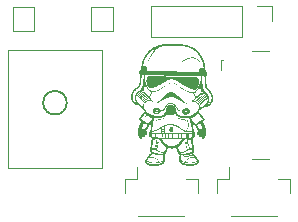
<source format=gbr>
%TF.GenerationSoftware,KiCad,Pcbnew,8.0.5*%
%TF.CreationDate,2024-10-05T23:36:15+02:00*%
%TF.ProjectId,projet s6,70726f6a-6574-4207-9336-2e6b69636164,rev?*%
%TF.SameCoordinates,Original*%
%TF.FileFunction,Legend,Bot*%
%TF.FilePolarity,Positive*%
%FSLAX46Y46*%
G04 Gerber Fmt 4.6, Leading zero omitted, Abs format (unit mm)*
G04 Created by KiCad (PCBNEW 8.0.5) date 2024-10-05 23:36:15*
%MOMM*%
%LPD*%
G01*
G04 APERTURE LIST*
%ADD10C,0.120000*%
%ADD11C,0.100000*%
%ADD12C,0.150000*%
%ADD13C,0.000000*%
G04 APERTURE END LIST*
D10*
%TO.C,J1*%
X201055000Y-70270000D02*
X201055000Y-71070000D01*
X201205000Y-70270000D02*
X201055000Y-70270000D01*
X203725000Y-69450000D02*
X205135000Y-69450000D01*
X203725000Y-78610000D02*
X205135000Y-78610000D01*
%TO.C,J2*%
X195120000Y-65640000D02*
X195120000Y-68300000D01*
X195120000Y-65640000D02*
X202800000Y-65640000D01*
X195120000Y-68300000D02*
X202800000Y-68300000D01*
X202800000Y-65640000D02*
X202800000Y-68300000D01*
X204070000Y-65640000D02*
X205400000Y-65640000D01*
X205400000Y-65640000D02*
X205400000Y-66970000D01*
%TO.C,SW1*%
D11*
X191875000Y-65705000D02*
X190095000Y-65705000D01*
X190095000Y-67805000D01*
X191875000Y-67805000D01*
X191875000Y-65705000D01*
%TO.C,PA1010D1*%
X183000000Y-69350000D02*
X191000000Y-69350000D01*
X191000000Y-79350000D01*
X183000000Y-79350000D01*
X183000000Y-69350000D01*
D12*
X188000000Y-73850000D02*
G75*
G02*
X186000000Y-73850000I-1000000J0D01*
G01*
X186000000Y-73850000D02*
G75*
G02*
X188000000Y-73850000I1000000J0D01*
G01*
%TO.C,SW2*%
D11*
X185220000Y-65710000D02*
X183440000Y-65710000D01*
X183440000Y-67810000D01*
X185220000Y-67810000D01*
X185220000Y-65710000D01*
D13*
%TO.C,G\u002A\u002A\u002A*%
G36*
X194836761Y-73491451D02*
G01*
X194858315Y-73498042D01*
X194876593Y-73508487D01*
X194877670Y-73509353D01*
X194884150Y-73515794D01*
X194891304Y-73524346D01*
X194897916Y-73533373D01*
X194902774Y-73541241D01*
X194904663Y-73546314D01*
X194902477Y-73547523D01*
X194895710Y-73549080D01*
X194885958Y-73550487D01*
X194877167Y-73551798D01*
X194863131Y-73554455D01*
X194846968Y-73557927D01*
X194830703Y-73561801D01*
X194778504Y-73577581D01*
X194725195Y-73599488D01*
X194674621Y-73626361D01*
X194627199Y-73657887D01*
X194583349Y-73693756D01*
X194543489Y-73733657D01*
X194508039Y-73777278D01*
X194477417Y-73824308D01*
X194461921Y-73851156D01*
X194442658Y-73832064D01*
X194440341Y-73829751D01*
X194427004Y-73815242D01*
X194418531Y-73802844D01*
X194414743Y-73791448D01*
X194415460Y-73779945D01*
X194420502Y-73767226D01*
X194429689Y-73752181D01*
X194457476Y-73714570D01*
X194494362Y-73672501D01*
X194535289Y-73632982D01*
X194579171Y-73597048D01*
X194624925Y-73565736D01*
X194643105Y-73554923D01*
X194669546Y-73540461D01*
X194696769Y-73526844D01*
X194723614Y-73514593D01*
X194748920Y-73504230D01*
X194771528Y-73496278D01*
X194790277Y-73491261D01*
X194790626Y-73491190D01*
X194813631Y-73489054D01*
X194836761Y-73491451D01*
G37*
G36*
X194650345Y-73297422D02*
G01*
X194668701Y-73306564D01*
X194686275Y-73320882D01*
X194688976Y-73323570D01*
X194696536Y-73331877D01*
X194701516Y-73338595D01*
X194702952Y-73342470D01*
X194702141Y-73343321D01*
X194696370Y-73346071D01*
X194685760Y-73349771D01*
X194671079Y-73354164D01*
X194653098Y-73358997D01*
X194630037Y-73365017D01*
X194604745Y-73372038D01*
X194583524Y-73378602D01*
X194565302Y-73385136D01*
X194549008Y-73392066D01*
X194533571Y-73399818D01*
X194517919Y-73408818D01*
X194500981Y-73419492D01*
X194496212Y-73422624D01*
X194451527Y-73455671D01*
X194411760Y-73492264D01*
X194376801Y-73532543D01*
X194346540Y-73576649D01*
X194320867Y-73624721D01*
X194299674Y-73676901D01*
X194298534Y-73677603D01*
X194294063Y-73675600D01*
X194287233Y-73670323D01*
X194278996Y-73662680D01*
X194270303Y-73653578D01*
X194262106Y-73643925D01*
X194255356Y-73634629D01*
X194250011Y-73625030D01*
X194246778Y-73613852D01*
X194247360Y-73602172D01*
X194251864Y-73588665D01*
X194260396Y-73572007D01*
X194284096Y-73533795D01*
X194316981Y-73489535D01*
X194353783Y-73448124D01*
X194393869Y-73410104D01*
X194436610Y-73376015D01*
X194481376Y-73346397D01*
X194527537Y-73321790D01*
X194574462Y-73302735D01*
X194583336Y-73299878D01*
X194608388Y-73294197D01*
X194630482Y-73293339D01*
X194650345Y-73297422D01*
G37*
G36*
X194556011Y-73206692D02*
G01*
X194568571Y-73211251D01*
X194568893Y-73211411D01*
X194575868Y-73215975D01*
X194584439Y-73223001D01*
X194593329Y-73231244D01*
X194601260Y-73239459D01*
X194606955Y-73246399D01*
X194609137Y-73250819D01*
X194607435Y-73251810D01*
X194600768Y-73254349D01*
X194589942Y-73258015D01*
X194575912Y-73262490D01*
X194559629Y-73267453D01*
X194534711Y-73275077D01*
X194509296Y-73283455D01*
X194487743Y-73291406D01*
X194468909Y-73299389D01*
X194451648Y-73307859D01*
X194434815Y-73317276D01*
X194409643Y-73333323D01*
X194368430Y-73365127D01*
X194330153Y-73401891D01*
X194295137Y-73443214D01*
X194263705Y-73488698D01*
X194236183Y-73537942D01*
X194212895Y-73590547D01*
X194209441Y-73599427D01*
X194185294Y-73573531D01*
X194176554Y-73564010D01*
X194168945Y-73555097D01*
X194164555Y-73548756D01*
X194162755Y-73544045D01*
X194162914Y-73540017D01*
X194163601Y-73537516D01*
X194167605Y-73526891D01*
X194174012Y-73512662D01*
X194182208Y-73496010D01*
X194191581Y-73478117D01*
X194201515Y-73460166D01*
X194211399Y-73443338D01*
X194220619Y-73428814D01*
X194237439Y-73405061D01*
X194273583Y-73361587D01*
X194313728Y-73322222D01*
X194357414Y-73287314D01*
X194404185Y-73257212D01*
X194453581Y-73232261D01*
X194505144Y-73212812D01*
X194507972Y-73211933D01*
X194527106Y-73206998D01*
X194542654Y-73205263D01*
X194556011Y-73206692D01*
G37*
G36*
X199198655Y-73456478D02*
G01*
X199205918Y-73457205D01*
X199213476Y-73459045D01*
X199222611Y-73462420D01*
X199234600Y-73467751D01*
X199250723Y-73475459D01*
X199265841Y-73483049D01*
X199316423Y-73512423D01*
X199363092Y-73545900D01*
X199405561Y-73583181D01*
X199443540Y-73623965D01*
X199476742Y-73667951D01*
X199504878Y-73714838D01*
X199527659Y-73764325D01*
X199529402Y-73768783D01*
X199535335Y-73785533D01*
X199538234Y-73798590D01*
X199537865Y-73809378D01*
X199533992Y-73819322D01*
X199526381Y-73829844D01*
X199514798Y-73842370D01*
X199512323Y-73844862D01*
X199504505Y-73852097D01*
X199498556Y-73856642D01*
X199495606Y-73857603D01*
X199493925Y-73854741D01*
X199490215Y-73847296D01*
X199485156Y-73836560D01*
X199479332Y-73823752D01*
X199474303Y-73812627D01*
X199453101Y-73768585D01*
X199431801Y-73729539D01*
X199409746Y-73694820D01*
X199386281Y-73663754D01*
X199360748Y-73635671D01*
X199332494Y-73609899D01*
X199300860Y-73585768D01*
X199265192Y-73562604D01*
X199224832Y-73539738D01*
X199179126Y-73516497D01*
X199177295Y-73515605D01*
X199160912Y-73507592D01*
X199146554Y-73500505D01*
X199135088Y-73494777D01*
X199127377Y-73490840D01*
X199124286Y-73489124D01*
X199124019Y-73488381D01*
X199126647Y-73484762D01*
X199133508Y-73479380D01*
X199143686Y-73472896D01*
X199156267Y-73465974D01*
X199167262Y-73460903D01*
X199179387Y-73457460D01*
X199192836Y-73456408D01*
X199198655Y-73456478D01*
G37*
G36*
X194731689Y-73385362D02*
G01*
X194743963Y-73388121D01*
X194756900Y-73393472D01*
X194758265Y-73394151D01*
X194768112Y-73399870D01*
X194778911Y-73407226D01*
X194789440Y-73415243D01*
X194798474Y-73422948D01*
X194804792Y-73429366D01*
X194807170Y-73433523D01*
X194804852Y-73435428D01*
X194797195Y-73438652D01*
X194784803Y-73442842D01*
X194768314Y-73447798D01*
X194748363Y-73453320D01*
X194725588Y-73459207D01*
X194685795Y-73470571D01*
X194649639Y-73484083D01*
X194615483Y-73500537D01*
X194581676Y-73520726D01*
X194546565Y-73545448D01*
X194535494Y-73553979D01*
X194498104Y-73586417D01*
X194464804Y-73621205D01*
X194436094Y-73657724D01*
X194412475Y-73695355D01*
X194394447Y-73733480D01*
X194393802Y-73735112D01*
X194389644Y-73745463D01*
X194386383Y-73753320D01*
X194384677Y-73757092D01*
X194382601Y-73758977D01*
X194378862Y-73758433D01*
X194372626Y-73754698D01*
X194362886Y-73747320D01*
X194348762Y-73735080D01*
X194338167Y-73722782D01*
X194332248Y-73710928D01*
X194330447Y-73698681D01*
X194330557Y-73695382D01*
X194331704Y-73688156D01*
X194334585Y-73680285D01*
X194339804Y-73670330D01*
X194347963Y-73656855D01*
X194351536Y-73651208D01*
X194386888Y-73601439D01*
X194426594Y-73555578D01*
X194470270Y-73513929D01*
X194517529Y-73476798D01*
X194567989Y-73444491D01*
X194621264Y-73417312D01*
X194676971Y-73395567D01*
X194684863Y-73393002D01*
X194703538Y-73387766D01*
X194718680Y-73385231D01*
X194731689Y-73385362D01*
G37*
G36*
X199006144Y-73623736D02*
G01*
X199025968Y-73627911D01*
X199053441Y-73637594D01*
X199092395Y-73655490D01*
X199131758Y-73678080D01*
X199170637Y-73704735D01*
X199208140Y-73734832D01*
X199243374Y-73767743D01*
X199275446Y-73802841D01*
X199298244Y-73831408D01*
X199319623Y-73861672D01*
X199336545Y-73889918D01*
X199348840Y-73915828D01*
X199356341Y-73939085D01*
X199358879Y-73959375D01*
X199358770Y-73963404D01*
X199357701Y-73969415D01*
X199354799Y-73975275D01*
X199349228Y-73982457D01*
X199340152Y-73992440D01*
X199336021Y-73996772D01*
X199328037Y-74004639D01*
X199322001Y-74009900D01*
X199318976Y-74011593D01*
X199318689Y-74011373D01*
X199315982Y-74007352D01*
X199311330Y-73999117D01*
X199305304Y-73987709D01*
X199298472Y-73974166D01*
X199286022Y-73950060D01*
X199262635Y-73910474D01*
X199236793Y-73874008D01*
X199207351Y-73839108D01*
X199173161Y-73804219D01*
X199157179Y-73789412D01*
X199131003Y-73767512D01*
X199103914Y-73747989D01*
X199074884Y-73730232D01*
X199042884Y-73713632D01*
X199006886Y-73697581D01*
X198965860Y-73681469D01*
X198954702Y-73677273D01*
X198939954Y-73671591D01*
X198927865Y-73666773D01*
X198919456Y-73663227D01*
X198915748Y-73661364D01*
X198915328Y-73660745D01*
X198916494Y-73656525D01*
X198921269Y-73650270D01*
X198928533Y-73643116D01*
X198937169Y-73636197D01*
X198946057Y-73630645D01*
X198949466Y-73629045D01*
X198965978Y-73624369D01*
X198985509Y-73622577D01*
X199006144Y-73623736D01*
G37*
G36*
X199113381Y-73535819D02*
G01*
X199133182Y-73540766D01*
X199155294Y-73549499D01*
X199180363Y-73562211D01*
X199209036Y-73579096D01*
X199236306Y-73597090D01*
X199279178Y-73629946D01*
X199319286Y-73666380D01*
X199355796Y-73705547D01*
X199387879Y-73746598D01*
X199414702Y-73788686D01*
X199417548Y-73793853D01*
X199424821Y-73807998D01*
X199432359Y-73823746D01*
X199439658Y-73839924D01*
X199446214Y-73855361D01*
X199451521Y-73868882D01*
X199455075Y-73879317D01*
X199456372Y-73885493D01*
X199455552Y-73887290D01*
X199450910Y-73892643D01*
X199443086Y-73900021D01*
X199433129Y-73908390D01*
X199426816Y-73913373D01*
X199417684Y-73920358D01*
X199411036Y-73925153D01*
X199407994Y-73926932D01*
X199406203Y-73924520D01*
X199402135Y-73917476D01*
X199396273Y-73906651D01*
X199389083Y-73892901D01*
X199381025Y-73877083D01*
X199367414Y-73850913D01*
X199343581Y-73809531D01*
X199318862Y-73772641D01*
X199292607Y-73739650D01*
X199264165Y-73709966D01*
X199232887Y-73682997D01*
X199198122Y-73658149D01*
X199159219Y-73634830D01*
X199115528Y-73612449D01*
X199066400Y-73590411D01*
X199065556Y-73590053D01*
X199051986Y-73584174D01*
X199040459Y-73578966D01*
X199032171Y-73574981D01*
X199028317Y-73572773D01*
X199027743Y-73571866D01*
X199029075Y-73567447D01*
X199034312Y-73561353D01*
X199042331Y-73554478D01*
X199052009Y-73547716D01*
X199062223Y-73541961D01*
X199071850Y-73538107D01*
X199078122Y-73536509D01*
X199095243Y-73534464D01*
X199113381Y-73535819D01*
G37*
G36*
X194287923Y-72970269D02*
G01*
X194298543Y-72975924D01*
X194300490Y-72977199D01*
X194309668Y-72983936D01*
X194317139Y-72990516D01*
X194321783Y-72995866D01*
X194322478Y-72998908D01*
X194321721Y-72999375D01*
X194316543Y-73002138D01*
X194307346Y-73006875D01*
X194295119Y-73013078D01*
X194280853Y-73020241D01*
X194280383Y-73020476D01*
X194244014Y-73039411D01*
X194210808Y-73058200D01*
X194181656Y-73076313D01*
X194157453Y-73093222D01*
X194151943Y-73097553D01*
X194137397Y-73110131D01*
X194120872Y-73125621D01*
X194103635Y-73142747D01*
X194086950Y-73160232D01*
X194072085Y-73176800D01*
X194060304Y-73191175D01*
X194055319Y-73197812D01*
X194035426Y-73226498D01*
X194016862Y-73256671D01*
X194000408Y-73286917D01*
X193986843Y-73315826D01*
X193976949Y-73341985D01*
X193974574Y-73349224D01*
X193971853Y-73357068D01*
X193970276Y-73361026D01*
X193969476Y-73361624D01*
X193964122Y-73362831D01*
X193955775Y-73363311D01*
X193952690Y-73363277D01*
X193946333Y-73362516D01*
X193942176Y-73359936D01*
X193939595Y-73354471D01*
X193937966Y-73345053D01*
X193936665Y-73330616D01*
X193936108Y-73317066D01*
X193937193Y-73305124D01*
X193940343Y-73294056D01*
X193955862Y-73256430D01*
X193982304Y-73205415D01*
X194013577Y-73157687D01*
X194049360Y-73113590D01*
X194089336Y-73073467D01*
X194133185Y-73037662D01*
X194180588Y-73006520D01*
X194231227Y-72980384D01*
X194234900Y-72978746D01*
X194252261Y-72971794D01*
X194266044Y-72968120D01*
X194277511Y-72967639D01*
X194287923Y-72970269D01*
G37*
G36*
X194378958Y-73042996D02*
G01*
X194384114Y-73046290D01*
X194392618Y-73053158D01*
X194401456Y-73061474D01*
X194409351Y-73069930D01*
X194415022Y-73077222D01*
X194417191Y-73082042D01*
X194416460Y-73082853D01*
X194411273Y-73085482D01*
X194402199Y-73089038D01*
X194390533Y-73092989D01*
X194369994Y-73100207D01*
X194333053Y-73116310D01*
X194295738Y-73136202D01*
X194259748Y-73158945D01*
X194226781Y-73183598D01*
X194210064Y-73198032D01*
X194179843Y-73227648D01*
X194150493Y-73260679D01*
X194123420Y-73295497D01*
X194100026Y-73330476D01*
X194098585Y-73332859D01*
X194089744Y-73348307D01*
X194080344Y-73365893D01*
X194071115Y-73384142D01*
X194062788Y-73401574D01*
X194056094Y-73416713D01*
X194051763Y-73428080D01*
X194048061Y-73439532D01*
X194038909Y-73434173D01*
X194033351Y-73430212D01*
X194024676Y-73422721D01*
X194015914Y-73414056D01*
X194013319Y-73411277D01*
X194007025Y-73404019D01*
X194003903Y-73398469D01*
X194003122Y-73392576D01*
X194003849Y-73384288D01*
X194005720Y-73373716D01*
X194012716Y-73351400D01*
X194024110Y-73325892D01*
X194039683Y-73297609D01*
X194059218Y-73266967D01*
X194082494Y-73234384D01*
X194083770Y-73232699D01*
X194097173Y-73216295D01*
X194113841Y-73197624D01*
X194132600Y-73177864D01*
X194152279Y-73158188D01*
X194171706Y-73139773D01*
X194189707Y-73123795D01*
X194205111Y-73111428D01*
X194230577Y-73093760D01*
X194268911Y-73071381D01*
X194307455Y-73053687D01*
X194345127Y-73041221D01*
X194365527Y-73035871D01*
X194378958Y-73042996D01*
G37*
G36*
X194460353Y-73118140D02*
G01*
X194465736Y-73119605D01*
X194475701Y-73124222D01*
X194486392Y-73130883D01*
X194496810Y-73138739D01*
X194505953Y-73146941D01*
X194512822Y-73154641D01*
X194516417Y-73160988D01*
X194515736Y-73165136D01*
X194514183Y-73165966D01*
X194507600Y-73168712D01*
X194496926Y-73172818D01*
X194483201Y-73177887D01*
X194467467Y-73183523D01*
X194462919Y-73185133D01*
X194438751Y-73193892D01*
X194418911Y-73201555D01*
X194402113Y-73208696D01*
X194387068Y-73215890D01*
X194372489Y-73223709D01*
X194357087Y-73232728D01*
X194342271Y-73242057D01*
X194299101Y-73273870D01*
X194259175Y-73310368D01*
X194223026Y-73350912D01*
X194191187Y-73394860D01*
X194164192Y-73441573D01*
X194142573Y-73490410D01*
X194140547Y-73495685D01*
X194136388Y-73505913D01*
X194133176Y-73512996D01*
X194131477Y-73515644D01*
X194130751Y-73515442D01*
X194126041Y-73512389D01*
X194118706Y-73506553D01*
X194110044Y-73499082D01*
X194101358Y-73491120D01*
X194093946Y-73483815D01*
X194089111Y-73478311D01*
X194087005Y-73475243D01*
X194083246Y-73467056D01*
X194082373Y-73458109D01*
X194084548Y-73447352D01*
X194089935Y-73433734D01*
X194098693Y-73416203D01*
X194113168Y-73390273D01*
X194146766Y-73338825D01*
X194184641Y-73291341D01*
X194226498Y-73248111D01*
X194272043Y-73209423D01*
X194320982Y-73175566D01*
X194373021Y-73146829D01*
X194379833Y-73143535D01*
X194403443Y-73132689D01*
X194422700Y-73124924D01*
X194438205Y-73120042D01*
X194450556Y-73117846D01*
X194460353Y-73118140D01*
G37*
G36*
X199305093Y-73382817D02*
G01*
X199323885Y-73387762D01*
X199345538Y-73396760D01*
X199369338Y-73409322D01*
X199394572Y-73424958D01*
X199420528Y-73443179D01*
X199446493Y-73463494D01*
X199471752Y-73485415D01*
X199495594Y-73508451D01*
X199517305Y-73532113D01*
X199522708Y-73538494D01*
X199547082Y-73569288D01*
X199569326Y-73600685D01*
X199588760Y-73631613D01*
X199604701Y-73661001D01*
X199616468Y-73687780D01*
X199621002Y-73702411D01*
X199624450Y-73719195D01*
X199626295Y-73735538D01*
X199626346Y-73749689D01*
X199624408Y-73759900D01*
X199620492Y-73765556D01*
X199612964Y-73772945D01*
X199603540Y-73780311D01*
X199602950Y-73780719D01*
X199594035Y-73786734D01*
X199587224Y-73791042D01*
X199583952Y-73792736D01*
X199583051Y-73791687D01*
X199580374Y-73786063D01*
X199576618Y-73776659D01*
X199572297Y-73764709D01*
X199568860Y-73755158D01*
X199553621Y-73718669D01*
X199534945Y-73681079D01*
X199513840Y-73644181D01*
X199491310Y-73609766D01*
X199468362Y-73579624D01*
X199453748Y-73562597D01*
X199429349Y-73536901D01*
X199404683Y-73514820D01*
X199378311Y-73495226D01*
X199348792Y-73476987D01*
X199314688Y-73458973D01*
X199294178Y-73448593D01*
X199276759Y-73439193D01*
X199263071Y-73430984D01*
X199252132Y-73423373D01*
X199242962Y-73415772D01*
X199234245Y-73407804D01*
X199228942Y-73402433D01*
X199227074Y-73399178D01*
X199228082Y-73397031D01*
X199231404Y-73394984D01*
X199236445Y-73392632D01*
X199250500Y-73388084D01*
X199267165Y-73384513D01*
X199284078Y-73382369D01*
X199298877Y-73382105D01*
X199305093Y-73382817D01*
G37*
G36*
X199466234Y-73236667D02*
G01*
X199485787Y-73240749D01*
X199507678Y-73247953D01*
X199530908Y-73257914D01*
X199554476Y-73270265D01*
X199577384Y-73284643D01*
X199577978Y-73285053D01*
X199591793Y-73295548D01*
X199608338Y-73309547D01*
X199626465Y-73325955D01*
X199645027Y-73343676D01*
X199662874Y-73361617D01*
X199678861Y-73378682D01*
X199691837Y-73393778D01*
X199693875Y-73396317D01*
X199720309Y-73431857D01*
X199743511Y-73468023D01*
X199763096Y-73504042D01*
X199778678Y-73539139D01*
X199789872Y-73572541D01*
X199796293Y-73603474D01*
X199796616Y-73606243D01*
X199796616Y-73616653D01*
X199793919Y-73626166D01*
X199787870Y-73636391D01*
X199777817Y-73648935D01*
X199773014Y-73654251D01*
X199767367Y-73659751D01*
X199764162Y-73661884D01*
X199762807Y-73660385D01*
X199759565Y-73654237D01*
X199755204Y-73644439D01*
X199750280Y-73632179D01*
X199747700Y-73625514D01*
X199723041Y-73568020D01*
X199696149Y-73516001D01*
X199666882Y-73469230D01*
X199635100Y-73427479D01*
X199600662Y-73390521D01*
X199594731Y-73384845D01*
X199581714Y-73372947D01*
X199568771Y-73362086D01*
X199554822Y-73351461D01*
X199538788Y-73340272D01*
X199519590Y-73327717D01*
X199496149Y-73312997D01*
X199492963Y-73311015D01*
X199477697Y-73301330D01*
X199463064Y-73291774D01*
X199450591Y-73283358D01*
X199441803Y-73277089D01*
X199441713Y-73277021D01*
X199432975Y-73270117D01*
X199428289Y-73265205D01*
X199426682Y-73260855D01*
X199427180Y-73255639D01*
X199430096Y-73246398D01*
X199435975Y-73239987D01*
X199446031Y-73236613D01*
X199450018Y-73236072D01*
X199466234Y-73236667D01*
G37*
G36*
X199596332Y-73181381D02*
G01*
X199605069Y-73183415D01*
X199614691Y-73187563D01*
X199626150Y-73194268D01*
X199640398Y-73203974D01*
X199658385Y-73217125D01*
X199680026Y-73233951D01*
X199723866Y-73273089D01*
X199762765Y-73315233D01*
X199796516Y-73360121D01*
X199824911Y-73407488D01*
X199847743Y-73457072D01*
X199848588Y-73459245D01*
X199854073Y-73474838D01*
X199859352Y-73492131D01*
X199864131Y-73509881D01*
X199868113Y-73526844D01*
X199871003Y-73541775D01*
X199872506Y-73553431D01*
X199872326Y-73560568D01*
X199869697Y-73565971D01*
X199863891Y-73574216D01*
X199856327Y-73583083D01*
X199848177Y-73591182D01*
X199842766Y-73594935D01*
X199840032Y-73594245D01*
X199839632Y-73593388D01*
X199837287Y-73587478D01*
X199833509Y-73577367D01*
X199828724Y-73564209D01*
X199823360Y-73549157D01*
X199814574Y-73524683D01*
X199803464Y-73495342D01*
X199793001Y-73470058D01*
X199782649Y-73447770D01*
X199771874Y-73427418D01*
X199760141Y-73407941D01*
X199746915Y-73388279D01*
X199731662Y-73367371D01*
X199722035Y-73354886D01*
X199709909Y-73340259D01*
X199697229Y-73326403D01*
X199683245Y-73312620D01*
X199667209Y-73298213D01*
X199648371Y-73282486D01*
X199625982Y-73264742D01*
X199599292Y-73244285D01*
X199585952Y-73234117D01*
X199570662Y-73222307D01*
X199557630Y-73212065D01*
X199547512Y-73203914D01*
X199540961Y-73198374D01*
X199538632Y-73195967D01*
X199538639Y-73195848D01*
X199541627Y-73192882D01*
X199548992Y-73189432D01*
X199559176Y-73186022D01*
X199570625Y-73183176D01*
X199581784Y-73181419D01*
X199587529Y-73181017D01*
X199596332Y-73181381D01*
G37*
G36*
X196929563Y-72139328D02*
G01*
X196950803Y-72140865D01*
X196969124Y-72143270D01*
X197001286Y-72150501D01*
X197040281Y-72163389D01*
X197077445Y-72180071D01*
X197110866Y-72199783D01*
X197112026Y-72200579D01*
X197120898Y-72207119D01*
X197130416Y-72214751D01*
X197139678Y-72222661D01*
X197147784Y-72230031D01*
X197153831Y-72236048D01*
X197156918Y-72239894D01*
X197156144Y-72240755D01*
X197150025Y-72238974D01*
X197137464Y-72235459D01*
X197121361Y-72231051D01*
X197102895Y-72226064D01*
X197083242Y-72220811D01*
X197063580Y-72215604D01*
X197045085Y-72210756D01*
X197028936Y-72206580D01*
X197016309Y-72203388D01*
X197008381Y-72201494D01*
X196980939Y-72196336D01*
X196931616Y-72191618D01*
X196882640Y-72192877D01*
X196865429Y-72194644D01*
X196845822Y-72197492D01*
X196826094Y-72201417D01*
X196805154Y-72206699D01*
X196781914Y-72213616D01*
X196755284Y-72222449D01*
X196724174Y-72233475D01*
X196721172Y-72234562D01*
X196702025Y-72241444D01*
X196683893Y-72247882D01*
X196667952Y-72253465D01*
X196655380Y-72257779D01*
X196647352Y-72260412D01*
X196640039Y-72262493D01*
X196632569Y-72264136D01*
X196629072Y-72264231D01*
X196630043Y-72261770D01*
X196634988Y-72256370D01*
X196643074Y-72248857D01*
X196653394Y-72240008D01*
X196665042Y-72230598D01*
X196677112Y-72221403D01*
X196688697Y-72213198D01*
X196692625Y-72210596D01*
X196717293Y-72195898D01*
X196745208Y-72181572D01*
X196774763Y-72168300D01*
X196804355Y-72156762D01*
X196832377Y-72147642D01*
X196857226Y-72141620D01*
X196867379Y-72140204D01*
X196885946Y-72138969D01*
X196907309Y-72138686D01*
X196929563Y-72139328D01*
G37*
G36*
X199374805Y-73310082D02*
G01*
X199389566Y-73310310D01*
X199400419Y-73311068D01*
X199409247Y-73312678D01*
X199417935Y-73315466D01*
X199428366Y-73319753D01*
X199439652Y-73325250D01*
X199454127Y-73333223D01*
X199469859Y-73342573D01*
X199484981Y-73352230D01*
X199518488Y-73376373D01*
X199557317Y-73409197D01*
X199593420Y-73445086D01*
X199626136Y-73483256D01*
X199654804Y-73522926D01*
X199678760Y-73563311D01*
X199697345Y-73603628D01*
X199698558Y-73606741D01*
X199706764Y-73629165D01*
X199712058Y-73647329D01*
X199714406Y-73662225D01*
X199713773Y-73674842D01*
X199710122Y-73686173D01*
X199703421Y-73697209D01*
X199693633Y-73708941D01*
X199692334Y-73710353D01*
X199684742Y-73718220D01*
X199678792Y-73723765D01*
X199675678Y-73725864D01*
X199673893Y-73723334D01*
X199670678Y-73716098D01*
X199666534Y-73705291D01*
X199661923Y-73692055D01*
X199647565Y-73653833D01*
X199622947Y-73602286D01*
X199593312Y-73553045D01*
X199559246Y-73507058D01*
X199521339Y-73465275D01*
X199519565Y-73463519D01*
X199502144Y-73446942D01*
X199485702Y-73432842D01*
X199468906Y-73420288D01*
X199450422Y-73408347D01*
X199428916Y-73396086D01*
X199403056Y-73382574D01*
X199386983Y-73374353D01*
X199370817Y-73365950D01*
X199356771Y-73358510D01*
X199345952Y-73352621D01*
X199339472Y-73348873D01*
X199335515Y-73346315D01*
X199330359Y-73341906D01*
X199328707Y-73336984D01*
X199329330Y-73329160D01*
X199329700Y-73326801D01*
X199331832Y-73318505D01*
X199334422Y-73313434D01*
X199335757Y-73312677D01*
X199342941Y-73311242D01*
X199355242Y-73310354D01*
X199371984Y-73310073D01*
X199374805Y-73310082D01*
G37*
G36*
X197378090Y-75131589D02*
G01*
X197389067Y-75133318D01*
X197403345Y-75136283D01*
X197419912Y-75140265D01*
X197437759Y-75145044D01*
X197455874Y-75150402D01*
X197493893Y-75162055D01*
X197558252Y-75180863D01*
X197617687Y-75196963D01*
X197672504Y-75210427D01*
X197723009Y-75221329D01*
X197769509Y-75229743D01*
X197812309Y-75235742D01*
X197845316Y-75239791D01*
X197886558Y-75245511D01*
X197922506Y-75251423D01*
X197953625Y-75257664D01*
X197980380Y-75264369D01*
X198003236Y-75271674D01*
X198022660Y-75279716D01*
X198039117Y-75288631D01*
X198053072Y-75298555D01*
X198064991Y-75309624D01*
X198079926Y-75328231D01*
X198094926Y-75354507D01*
X198106230Y-75383811D01*
X198113357Y-75414843D01*
X198115822Y-75446304D01*
X198115802Y-75470076D01*
X198109564Y-75460936D01*
X198107617Y-75457870D01*
X198102456Y-75448929D01*
X198096066Y-75437189D01*
X198089399Y-75424376D01*
X198083971Y-75413913D01*
X198071143Y-75391018D01*
X198059114Y-75372120D01*
X198048277Y-75357806D01*
X198039023Y-75348667D01*
X198035051Y-75345747D01*
X198023748Y-75338572D01*
X198010864Y-75332111D01*
X197995758Y-75326179D01*
X197977791Y-75320589D01*
X197956322Y-75315155D01*
X197930709Y-75309690D01*
X197900313Y-75304009D01*
X197864493Y-75297926D01*
X197831869Y-75292400D01*
X197758550Y-75278490D01*
X197690413Y-75263308D01*
X197626878Y-75246698D01*
X197567368Y-75228500D01*
X197511305Y-75208557D01*
X197458110Y-75186711D01*
X197443875Y-75180089D01*
X197427831Y-75171891D01*
X197412222Y-75163255D01*
X197397884Y-75154704D01*
X197385658Y-75146758D01*
X197376380Y-75139943D01*
X197370890Y-75134779D01*
X197370025Y-75131790D01*
X197371425Y-75131314D01*
X197378090Y-75131589D01*
G37*
G36*
X198183001Y-75246598D02*
G01*
X198198312Y-75251580D01*
X198212833Y-75262329D01*
X198216509Y-75265955D01*
X198221178Y-75271262D01*
X198225241Y-75277282D01*
X198229197Y-75285029D01*
X198233543Y-75295521D01*
X198238777Y-75309775D01*
X198245397Y-75328806D01*
X198256878Y-75363494D01*
X198279568Y-75442386D01*
X198296779Y-75519117D01*
X198308506Y-75593624D01*
X198314746Y-75665843D01*
X198315494Y-75735712D01*
X198310746Y-75803166D01*
X198300498Y-75868142D01*
X198284746Y-75930576D01*
X198277199Y-75954171D01*
X198261114Y-75997847D01*
X198242860Y-76040159D01*
X198222870Y-76080320D01*
X198201577Y-76117546D01*
X198179413Y-76151051D01*
X198156812Y-76180048D01*
X198134207Y-76203753D01*
X198131154Y-76206547D01*
X198122653Y-76213964D01*
X198116123Y-76219136D01*
X198112780Y-76221078D01*
X198112248Y-76220979D01*
X198111553Y-76219467D01*
X198112248Y-76215772D01*
X198114540Y-76209435D01*
X198118635Y-76199998D01*
X198124737Y-76187001D01*
X198133052Y-76169985D01*
X198143787Y-76148492D01*
X198157147Y-76122061D01*
X198161318Y-76113809D01*
X198176838Y-76082305D01*
X198189708Y-76054555D01*
X198200367Y-76029402D01*
X198209256Y-76005690D01*
X198216816Y-75982264D01*
X198223487Y-75957968D01*
X198229710Y-75931645D01*
X198231994Y-75921230D01*
X198237139Y-75896385D01*
X198241102Y-75874353D01*
X198244119Y-75853354D01*
X198246424Y-75831606D01*
X198248250Y-75807328D01*
X198249833Y-75778738D01*
X198250792Y-75753905D01*
X198251037Y-75691901D01*
X198248380Y-75629393D01*
X198242950Y-75567418D01*
X198234875Y-75507010D01*
X198224285Y-75449205D01*
X198211306Y-75395038D01*
X198196069Y-75345545D01*
X198190293Y-75328885D01*
X198183034Y-75307507D01*
X198177532Y-75290591D01*
X198173553Y-75277385D01*
X198170864Y-75267137D01*
X198169230Y-75259095D01*
X198168413Y-75253876D01*
X198168287Y-75248469D01*
X198170614Y-75246449D01*
X198176309Y-75246147D01*
X198183001Y-75246598D01*
G37*
G36*
X196338426Y-75112856D02*
G01*
X196338424Y-75114643D01*
X196335586Y-75117794D01*
X196328292Y-75124042D01*
X196318083Y-75131876D01*
X196306231Y-75140365D01*
X196294002Y-75148576D01*
X196282666Y-75155578D01*
X196268677Y-75163285D01*
X196251787Y-75171564D01*
X196232442Y-75180005D01*
X196209785Y-75188962D01*
X196182958Y-75198789D01*
X196151103Y-75209841D01*
X196134320Y-75215492D01*
X196102257Y-75225922D01*
X196071559Y-75235332D01*
X196041301Y-75243951D01*
X196010557Y-75252004D01*
X195978400Y-75259719D01*
X195943906Y-75267323D01*
X195906148Y-75275043D01*
X195864200Y-75283106D01*
X195817137Y-75291739D01*
X195811651Y-75292728D01*
X195783725Y-75297821D01*
X195760865Y-75302142D01*
X195742273Y-75305894D01*
X195727147Y-75309282D01*
X195714687Y-75312511D01*
X195704092Y-75315785D01*
X195694563Y-75319308D01*
X195685297Y-75323286D01*
X195675495Y-75327922D01*
X195672976Y-75329173D01*
X195656783Y-75338552D01*
X195642092Y-75349785D01*
X195628580Y-75363390D01*
X195615929Y-75379884D01*
X195603817Y-75399788D01*
X195591923Y-75423618D01*
X195579929Y-75451893D01*
X195567512Y-75485132D01*
X195554353Y-75523852D01*
X195549055Y-75539777D01*
X195542858Y-75557744D01*
X195537373Y-75572930D01*
X195532882Y-75584576D01*
X195529669Y-75591928D01*
X195528017Y-75594229D01*
X195527228Y-75592690D01*
X195526433Y-75585891D01*
X195526298Y-75574803D01*
X195526751Y-75560537D01*
X195527721Y-75544206D01*
X195529137Y-75526921D01*
X195530926Y-75509794D01*
X195533016Y-75493936D01*
X195535338Y-75480460D01*
X195536724Y-75473898D01*
X195544027Y-75444815D01*
X195553175Y-75414927D01*
X195563421Y-75386531D01*
X195574014Y-75361920D01*
X195576339Y-75357322D01*
X195590913Y-75335060D01*
X195609918Y-75313923D01*
X195631997Y-75295264D01*
X195655789Y-75280440D01*
X195661588Y-75277508D01*
X195676212Y-75270674D01*
X195691173Y-75264618D01*
X195707187Y-75259168D01*
X195724969Y-75254148D01*
X195745235Y-75249385D01*
X195768700Y-75244705D01*
X195796081Y-75239932D01*
X195828093Y-75234894D01*
X195865451Y-75229416D01*
X195906838Y-75223296D01*
X195952132Y-75215968D01*
X195993946Y-75208360D01*
X196033576Y-75200164D01*
X196072317Y-75191074D01*
X196111465Y-75180782D01*
X196152315Y-75168981D01*
X196196161Y-75155365D01*
X196244300Y-75139626D01*
X196255829Y-75135797D01*
X196281328Y-75127463D01*
X196301627Y-75121067D01*
X196317108Y-75116509D01*
X196328148Y-75113688D01*
X196335128Y-75112504D01*
X196338426Y-75112856D01*
G37*
G36*
X198655559Y-70011363D02*
G01*
X198687850Y-70012399D01*
X198718583Y-70014138D01*
X198746254Y-70016521D01*
X198769358Y-70019493D01*
X198797912Y-70024717D01*
X198859006Y-70040387D01*
X198919230Y-70061996D01*
X198978387Y-70089457D01*
X199036280Y-70122683D01*
X199092712Y-70161589D01*
X199100757Y-70167916D01*
X199115856Y-70180729D01*
X199133655Y-70196659D01*
X199153300Y-70214877D01*
X199173936Y-70234553D01*
X199194706Y-70254859D01*
X199214757Y-70274964D01*
X199233232Y-70294041D01*
X199249278Y-70311260D01*
X199262038Y-70325792D01*
X199262370Y-70326188D01*
X199273843Y-70340433D01*
X199285713Y-70356120D01*
X199297580Y-70372613D01*
X199309047Y-70389275D01*
X199319712Y-70405470D01*
X199329178Y-70420563D01*
X199337045Y-70433917D01*
X199342913Y-70444896D01*
X199346383Y-70452864D01*
X199347057Y-70457185D01*
X199344534Y-70457223D01*
X199342537Y-70455638D01*
X199336451Y-70450052D01*
X199327023Y-70441021D01*
X199314796Y-70429074D01*
X199300308Y-70414741D01*
X199284103Y-70398552D01*
X199266719Y-70381035D01*
X199256433Y-70370666D01*
X199224690Y-70339273D01*
X199195787Y-70311781D01*
X199168952Y-70287555D01*
X199143417Y-70265960D01*
X199118409Y-70246360D01*
X199093160Y-70228121D01*
X199066898Y-70210608D01*
X199038853Y-70193185D01*
X199028771Y-70187205D01*
X198985461Y-70163773D01*
X198941940Y-70144101D01*
X198897092Y-70127822D01*
X198849805Y-70114568D01*
X198798964Y-70103972D01*
X198743454Y-70095664D01*
X198710862Y-70092445D01*
X198656122Y-70090334D01*
X198597624Y-70091738D01*
X198536047Y-70096565D01*
X198472070Y-70104723D01*
X198406371Y-70116119D01*
X198339627Y-70130663D01*
X198272517Y-70148260D01*
X198205719Y-70168819D01*
X198179695Y-70177616D01*
X198147332Y-70189086D01*
X198115075Y-70201167D01*
X198082436Y-70214083D01*
X198048926Y-70228058D01*
X198014059Y-70243315D01*
X197977346Y-70260077D01*
X197938298Y-70278570D01*
X197896429Y-70299015D01*
X197851249Y-70321638D01*
X197802271Y-70346662D01*
X197749007Y-70374310D01*
X197690969Y-70404807D01*
X197681160Y-70409981D01*
X197658052Y-70422116D01*
X197636895Y-70433154D01*
X197618260Y-70442801D01*
X197602719Y-70450764D01*
X197590844Y-70456748D01*
X197583207Y-70460461D01*
X197580378Y-70461608D01*
X197581496Y-70459403D01*
X197586452Y-70453965D01*
X197594494Y-70446128D01*
X197604775Y-70436669D01*
X197616449Y-70426363D01*
X197628672Y-70415988D01*
X197640596Y-70406320D01*
X197648759Y-70400098D01*
X197663987Y-70389039D01*
X197682919Y-70375726D01*
X197704706Y-70360730D01*
X197728496Y-70344620D01*
X197753439Y-70327969D01*
X197778685Y-70311345D01*
X197803384Y-70295321D01*
X197826684Y-70280465D01*
X197847736Y-70267350D01*
X197914755Y-70227647D01*
X198001837Y-70180461D01*
X198087530Y-70139121D01*
X198171916Y-70103599D01*
X198255077Y-70073867D01*
X198337096Y-70049894D01*
X198418055Y-70031654D01*
X198498035Y-70019117D01*
X198577119Y-70012254D01*
X198592317Y-70011623D01*
X198623213Y-70011085D01*
X198655559Y-70011363D01*
G37*
G36*
X197003976Y-76012362D02*
G01*
X197004247Y-76029544D01*
X197004367Y-76050827D01*
X197004365Y-76055607D01*
X197004358Y-76076875D01*
X197004240Y-76108351D01*
X197004068Y-76132725D01*
X197003988Y-76143971D01*
X197003564Y-76175762D01*
X197002944Y-76202671D01*
X197002713Y-76208891D01*
X197002102Y-76225314D01*
X197001006Y-76244309D01*
X196999630Y-76260272D01*
X196997943Y-76273822D01*
X196995916Y-76285576D01*
X196995700Y-76286594D01*
X196994121Y-76290580D01*
X196990695Y-76293229D01*
X196984024Y-76295250D01*
X196972710Y-76297351D01*
X196961621Y-76299112D01*
X196944740Y-76301532D01*
X196929483Y-76303466D01*
X196921879Y-76304183D01*
X196903304Y-76305141D01*
X196881276Y-76305489D01*
X196856855Y-76305280D01*
X196831102Y-76304565D01*
X196805076Y-76303397D01*
X196779839Y-76301827D01*
X196756451Y-76299909D01*
X196735974Y-76297694D01*
X196719466Y-76295233D01*
X196707990Y-76292581D01*
X196706602Y-76291745D01*
X196704886Y-76289080D01*
X196703445Y-76284280D01*
X196702257Y-76276907D01*
X196701299Y-76266519D01*
X196700550Y-76252678D01*
X196699987Y-76234943D01*
X196699589Y-76212874D01*
X196699551Y-76208891D01*
X196766172Y-76208891D01*
X196766172Y-76227171D01*
X196766172Y-76245451D01*
X196809587Y-76244786D01*
X196828083Y-76244480D01*
X196851021Y-76244059D01*
X196873767Y-76243604D01*
X196893370Y-76243174D01*
X196933738Y-76242228D01*
X196933738Y-76225559D01*
X196933738Y-76208891D01*
X196849955Y-76208891D01*
X196766172Y-76208891D01*
X196699551Y-76208891D01*
X196699334Y-76186033D01*
X196699199Y-76153978D01*
X196699190Y-76145313D01*
X196758626Y-76145313D01*
X196765976Y-76150857D01*
X196766346Y-76151131D01*
X196774662Y-76156011D01*
X196784221Y-76160110D01*
X196786648Y-76160780D01*
X196797078Y-76162383D01*
X196812261Y-76163613D01*
X196831219Y-76164437D01*
X196852977Y-76164821D01*
X196876559Y-76164732D01*
X196900987Y-76164135D01*
X196933738Y-76162985D01*
X196933738Y-76147855D01*
X196933738Y-76132725D01*
X196877595Y-76132725D01*
X196849401Y-76133057D01*
X196821298Y-76134216D01*
X196797812Y-76136167D01*
X196779422Y-76138868D01*
X196766609Y-76142277D01*
X196758626Y-76145313D01*
X196699190Y-76145313D01*
X196699162Y-76116270D01*
X196699163Y-76112010D01*
X196699194Y-76080067D01*
X196699238Y-76069426D01*
X196758382Y-76069426D01*
X196759718Y-76071125D01*
X196765453Y-76074282D01*
X196774340Y-76078094D01*
X196775813Y-76078659D01*
X196784035Y-76081393D01*
X196792600Y-76083269D01*
X196802945Y-76084467D01*
X196816506Y-76085161D01*
X196834722Y-76085530D01*
X196853588Y-76085648D01*
X196873545Y-76085571D01*
X196892169Y-76085319D01*
X196907080Y-76084913D01*
X196936785Y-76083757D01*
X196936785Y-76069682D01*
X196936785Y-76055607D01*
X196872043Y-76057663D01*
X196853595Y-76058370D01*
X196829367Y-76059684D01*
X196807483Y-76061313D01*
X196788692Y-76063180D01*
X196773746Y-76065205D01*
X196763392Y-76067313D01*
X196758382Y-76069426D01*
X196699238Y-76069426D01*
X196699304Y-76053490D01*
X196699543Y-76031632D01*
X196699962Y-76013844D01*
X196700326Y-76005784D01*
X196756188Y-76005784D01*
X196757169Y-76007174D01*
X196761781Y-76008829D01*
X196764838Y-76009445D01*
X196773644Y-76010345D01*
X196786539Y-76011155D01*
X196802596Y-76011861D01*
X196820891Y-76012450D01*
X196840498Y-76012908D01*
X196860493Y-76013223D01*
X196879950Y-76013380D01*
X196897943Y-76013367D01*
X196913549Y-76013170D01*
X196925841Y-76012777D01*
X196933895Y-76012173D01*
X196936785Y-76011345D01*
X196935980Y-76007120D01*
X196933705Y-76000109D01*
X196930626Y-75992009D01*
X196859824Y-75993360D01*
X196851108Y-75993535D01*
X196828599Y-75994109D01*
X196810967Y-75994811D01*
X196797296Y-75995712D01*
X196786674Y-75996884D01*
X196778187Y-75998399D01*
X196770921Y-76000328D01*
X196767812Y-76001295D01*
X196759512Y-76004033D01*
X196756188Y-76005784D01*
X196700326Y-76005784D01*
X196700611Y-75999477D01*
X196701541Y-75987883D01*
X196702801Y-75978414D01*
X196704443Y-75970421D01*
X196706516Y-75963257D01*
X196709070Y-75956272D01*
X196712156Y-75948819D01*
X196718472Y-75934002D01*
X196853419Y-75935155D01*
X196879085Y-75935408D01*
X196912336Y-75935862D01*
X196939891Y-75936412D01*
X196961671Y-75937054D01*
X196977596Y-75937785D01*
X196987587Y-75938604D01*
X196991565Y-75939507D01*
X196991826Y-75939819D01*
X196994125Y-75944931D01*
X196996965Y-75954024D01*
X196999791Y-75965357D01*
X197000983Y-75971372D01*
X197002059Y-75978787D01*
X197002903Y-75987648D01*
X197003535Y-75998618D01*
X197003943Y-76011345D01*
X197003976Y-76012362D01*
G37*
G36*
X197369533Y-73206045D02*
G01*
X197416567Y-73247255D01*
X197463743Y-73290100D01*
X197479548Y-73304745D01*
X197502390Y-73325991D01*
X197527967Y-73349850D01*
X197555558Y-73375646D01*
X197584443Y-73402703D01*
X197613904Y-73430344D01*
X197643220Y-73457895D01*
X197671671Y-73484678D01*
X197698537Y-73510018D01*
X197723099Y-73533239D01*
X197744636Y-73553664D01*
X197762430Y-73570618D01*
X197790625Y-73597470D01*
X197842091Y-73645881D01*
X197889629Y-73689749D01*
X197933283Y-73729114D01*
X197973096Y-73764014D01*
X198009115Y-73794488D01*
X198041382Y-73820575D01*
X198069943Y-73842312D01*
X198094841Y-73859739D01*
X198107939Y-73868131D01*
X198144797Y-73889211D01*
X198183827Y-73908267D01*
X198223498Y-73924646D01*
X198262280Y-73937694D01*
X198298642Y-73946757D01*
X198308750Y-73948751D01*
X198323873Y-73951740D01*
X198334164Y-73953861D01*
X198340365Y-73955356D01*
X198343223Y-73956465D01*
X198343480Y-73957430D01*
X198341881Y-73958491D01*
X198339170Y-73959890D01*
X198335745Y-73961469D01*
X198326794Y-73964738D01*
X198316320Y-73967894D01*
X198311580Y-73969059D01*
X198293202Y-73971694D01*
X198272452Y-73971788D01*
X198248739Y-73969258D01*
X198221471Y-73964020D01*
X198190058Y-73955993D01*
X198153909Y-73945092D01*
X198139369Y-73940367D01*
X198122827Y-73934746D01*
X198106460Y-73928861D01*
X198089949Y-73922548D01*
X198072973Y-73915643D01*
X198055212Y-73907981D01*
X198036345Y-73899399D01*
X198016052Y-73889732D01*
X197994013Y-73878815D01*
X197969906Y-73866485D01*
X197943411Y-73852577D01*
X197914209Y-73836927D01*
X197881978Y-73819371D01*
X197846398Y-73799744D01*
X197807149Y-73777883D01*
X197763910Y-73753623D01*
X197716361Y-73726799D01*
X197664181Y-73697249D01*
X197607050Y-73664806D01*
X197577044Y-73647762D01*
X197536486Y-73624782D01*
X197500292Y-73604359D01*
X197467916Y-73586199D01*
X197438816Y-73570008D01*
X197412445Y-73555489D01*
X197388260Y-73542348D01*
X197365716Y-73530289D01*
X197344270Y-73519018D01*
X197323375Y-73508240D01*
X197302489Y-73497659D01*
X197281066Y-73486980D01*
X197258563Y-73475908D01*
X197248800Y-73471143D01*
X197215570Y-73455197D01*
X197186482Y-73441750D01*
X197160611Y-73430421D01*
X197137034Y-73420830D01*
X197114827Y-73412598D01*
X197093065Y-73405345D01*
X197070824Y-73398690D01*
X197044797Y-73391665D01*
X196974829Y-73376577D01*
X196905779Y-73367245D01*
X196837849Y-73363675D01*
X196771239Y-73365872D01*
X196706150Y-73373841D01*
X196642782Y-73387587D01*
X196615378Y-73395346D01*
X196575908Y-73408111D01*
X196534965Y-73423228D01*
X196492000Y-73440938D01*
X196446463Y-73461481D01*
X196397807Y-73485097D01*
X196345480Y-73512028D01*
X196288936Y-73542513D01*
X196273284Y-73551092D01*
X196250420Y-73563568D01*
X196224921Y-73577435D01*
X196198297Y-73591872D01*
X196172054Y-73606062D01*
X196147700Y-73619187D01*
X196145594Y-73620319D01*
X196123426Y-73632286D01*
X196101477Y-73644201D01*
X196080779Y-73655502D01*
X196062362Y-73665623D01*
X196047258Y-73674000D01*
X196036497Y-73680069D01*
X196036160Y-73680262D01*
X196015755Y-73691744D01*
X195991094Y-73705287D01*
X195963362Y-73720266D01*
X195933745Y-73736058D01*
X195903428Y-73752037D01*
X195873595Y-73767578D01*
X195845432Y-73782057D01*
X195820125Y-73794849D01*
X195798858Y-73805330D01*
X195768785Y-73819467D01*
X195730129Y-73836494D01*
X195692249Y-73851946D01*
X195655886Y-73865563D01*
X195621781Y-73877084D01*
X195590675Y-73886247D01*
X195563309Y-73892791D01*
X195540422Y-73896455D01*
X195530903Y-73897218D01*
X195516802Y-73897773D01*
X195501847Y-73897874D01*
X195487195Y-73897566D01*
X195474004Y-73896892D01*
X195463431Y-73895899D01*
X195456633Y-73894631D01*
X195454769Y-73893133D01*
X195455107Y-73892859D01*
X195459756Y-73890779D01*
X195469090Y-73887253D01*
X195482225Y-73882598D01*
X195498277Y-73877127D01*
X195516364Y-73871156D01*
X195538777Y-73863733D01*
X195563385Y-73855070D01*
X195584251Y-73846935D01*
X195602593Y-73838775D01*
X195619630Y-73830040D01*
X195636581Y-73820180D01*
X195654664Y-73808643D01*
X195661030Y-73804407D01*
X195672691Y-73796419D01*
X195684607Y-73787915D01*
X195697079Y-73778637D01*
X195710409Y-73768326D01*
X195724900Y-73756724D01*
X195740851Y-73743573D01*
X195758566Y-73728614D01*
X195778344Y-73711589D01*
X195800489Y-73692239D01*
X195825302Y-73670307D01*
X195853084Y-73645533D01*
X195884137Y-73617660D01*
X195918762Y-73586429D01*
X195957262Y-73551581D01*
X195999937Y-73512859D01*
X196029190Y-73486317D01*
X196083496Y-73437210D01*
X196133802Y-73391968D01*
X196180377Y-73350366D01*
X196223494Y-73312178D01*
X196263423Y-73277178D01*
X196300434Y-73245140D01*
X196334798Y-73215840D01*
X196366787Y-73189051D01*
X196367698Y-73188304D01*
X196672573Y-73188304D01*
X196673081Y-73207932D01*
X196673512Y-73217422D01*
X196674474Y-73236087D01*
X196675507Y-73253475D01*
X196676515Y-73267982D01*
X196677397Y-73278005D01*
X196679546Y-73297808D01*
X196686212Y-73287244D01*
X196686694Y-73286470D01*
X196689746Y-73280848D01*
X196692102Y-73274593D01*
X196693828Y-73266925D01*
X196694990Y-73257066D01*
X196695654Y-73244236D01*
X196695886Y-73227655D01*
X196695792Y-73212617D01*
X196968937Y-73212617D01*
X196968997Y-73227655D01*
X196969019Y-73233000D01*
X196969250Y-73248707D01*
X196969672Y-73260480D01*
X196970326Y-73269066D01*
X196971252Y-73275208D01*
X196972491Y-73279652D01*
X196974085Y-73283143D01*
X196974723Y-73284289D01*
X196978908Y-73290907D01*
X196982004Y-73294464D01*
X196982691Y-73294082D01*
X196983980Y-73289108D01*
X196985192Y-73279193D01*
X196986284Y-73265095D01*
X196987209Y-73247572D01*
X196987925Y-73227383D01*
X196988387Y-73205284D01*
X196988552Y-73182035D01*
X196988466Y-73172072D01*
X196987286Y-73143371D01*
X196984849Y-73116176D01*
X196981316Y-73092000D01*
X196976849Y-73072355D01*
X196975604Y-73069361D01*
X196973980Y-73070101D01*
X196972561Y-73076624D01*
X196971358Y-73088749D01*
X196970384Y-73106295D01*
X196969652Y-73129082D01*
X196969173Y-73156928D01*
X196968959Y-73189652D01*
X196968937Y-73212617D01*
X196695792Y-73212617D01*
X196695754Y-73206544D01*
X196695322Y-73180124D01*
X196695171Y-73172511D01*
X196694596Y-73149601D01*
X196693895Y-73131629D01*
X196692999Y-73117695D01*
X196691837Y-73106902D01*
X196690341Y-73098350D01*
X196688442Y-73091141D01*
X196685750Y-73083341D01*
X196682739Y-73077521D01*
X196680615Y-73077482D01*
X196678930Y-73082560D01*
X196677060Y-73093404D01*
X196675431Y-73108387D01*
X196674107Y-73126438D01*
X196673148Y-73146488D01*
X196672616Y-73167466D01*
X196672573Y-73188304D01*
X196367698Y-73188304D01*
X196396671Y-73164548D01*
X196424720Y-73142104D01*
X196451207Y-73121495D01*
X196476400Y-73102495D01*
X196500571Y-73084878D01*
X196523992Y-73068417D01*
X196546932Y-73052889D01*
X196569662Y-73038067D01*
X196605869Y-73016175D01*
X196653017Y-72991519D01*
X196699297Y-72971660D01*
X196744134Y-72956836D01*
X196786955Y-72947288D01*
X196793468Y-72946316D01*
X196819192Y-72943884D01*
X196847887Y-72942952D01*
X196877763Y-72943459D01*
X196907031Y-72945344D01*
X196933902Y-72948548D01*
X196956588Y-72953010D01*
X196989279Y-72962201D01*
X197031254Y-72976915D01*
X197072692Y-72994974D01*
X197114528Y-73016836D01*
X197157700Y-73042961D01*
X197203144Y-73073806D01*
X197236920Y-73098562D01*
X197278946Y-73131064D01*
X197323405Y-73167103D01*
X197341092Y-73182035D01*
X197369533Y-73206045D01*
G37*
G36*
X195054361Y-71593705D02*
G01*
X195077465Y-71593990D01*
X195105051Y-71594432D01*
X195137655Y-71595028D01*
X195175816Y-71595775D01*
X195197577Y-71596224D01*
X195231305Y-71596977D01*
X195264011Y-71597773D01*
X195294971Y-71598590D01*
X195323460Y-71599407D01*
X195348754Y-71600204D01*
X195370128Y-71600959D01*
X195386859Y-71601650D01*
X195398222Y-71602258D01*
X195405591Y-71602687D01*
X195421489Y-71603428D01*
X195442043Y-71604236D01*
X195466379Y-71605083D01*
X195493623Y-71605940D01*
X195522902Y-71606778D01*
X195553341Y-71607570D01*
X195584068Y-71608288D01*
X195592620Y-71608477D01*
X195627119Y-71609265D01*
X195663544Y-71610135D01*
X195700561Y-71611051D01*
X195736831Y-71611979D01*
X195771019Y-71612886D01*
X195801788Y-71613737D01*
X195827801Y-71614499D01*
X195837667Y-71614790D01*
X195862933Y-71615482D01*
X195892840Y-71616242D01*
X195926396Y-71617048D01*
X195962609Y-71617877D01*
X196000486Y-71618707D01*
X196039036Y-71619516D01*
X196077267Y-71620281D01*
X196114187Y-71620980D01*
X196144061Y-71621554D01*
X196177112Y-71622252D01*
X196208549Y-71622979D01*
X196237732Y-71623719D01*
X196264023Y-71624453D01*
X196286780Y-71625164D01*
X196305364Y-71625832D01*
X196319135Y-71626441D01*
X196327453Y-71626972D01*
X196329427Y-71627125D01*
X196339339Y-71627643D01*
X196354550Y-71628215D01*
X196374460Y-71628826D01*
X196398468Y-71629462D01*
X196425976Y-71630110D01*
X196456383Y-71630754D01*
X196489089Y-71631380D01*
X196523494Y-71631974D01*
X196558999Y-71632522D01*
X196566924Y-71632638D01*
X196603071Y-71633218D01*
X196638514Y-71633860D01*
X196672582Y-71634548D01*
X196704599Y-71635265D01*
X196733892Y-71635995D01*
X196759787Y-71636720D01*
X196781611Y-71637426D01*
X196798689Y-71638094D01*
X196810348Y-71638709D01*
X196817370Y-71639129D01*
X196833953Y-71639935D01*
X196855193Y-71640801D01*
X196880176Y-71641697D01*
X196907986Y-71642592D01*
X196937710Y-71643457D01*
X196968433Y-71644260D01*
X196999241Y-71644972D01*
X197012896Y-71645271D01*
X197048958Y-71646101D01*
X197088953Y-71647071D01*
X197131361Y-71648140D01*
X197174665Y-71649269D01*
X197217346Y-71650419D01*
X197257886Y-71651551D01*
X197294767Y-71652625D01*
X197314713Y-71653217D01*
X197351939Y-71654304D01*
X197390989Y-71655426D01*
X197430545Y-71656545D01*
X197469288Y-71657624D01*
X197505898Y-71658626D01*
X197539056Y-71659515D01*
X197567443Y-71660253D01*
X197593259Y-71660954D01*
X197621524Y-71661816D01*
X197648780Y-71662739D01*
X197674012Y-71663683D01*
X197696203Y-71664612D01*
X197714336Y-71665487D01*
X197727393Y-71666269D01*
X197731331Y-71666521D01*
X197744904Y-71667192D01*
X197763516Y-71667927D01*
X197786419Y-71668705D01*
X197812865Y-71669503D01*
X197842107Y-71670300D01*
X197873398Y-71671074D01*
X197905990Y-71671803D01*
X197939136Y-71672465D01*
X197954928Y-71672770D01*
X197987202Y-71673449D01*
X198018191Y-71674174D01*
X198047210Y-71674924D01*
X198073570Y-71675678D01*
X198096585Y-71676417D01*
X198115569Y-71677121D01*
X198129833Y-71677769D01*
X198138692Y-71678340D01*
X198146507Y-71678891D01*
X198160993Y-71679625D01*
X198179869Y-71680382D01*
X198202188Y-71681133D01*
X198227007Y-71681844D01*
X198253380Y-71682486D01*
X198280362Y-71683026D01*
X198294773Y-71683308D01*
X198325247Y-71684045D01*
X198356622Y-71684969D01*
X198387500Y-71686031D01*
X198416482Y-71687180D01*
X198442168Y-71688367D01*
X198463161Y-71689542D01*
X198469917Y-71689939D01*
X198489226Y-71690876D01*
X198513379Y-71691841D01*
X198541509Y-71692810D01*
X198572749Y-71693758D01*
X198606231Y-71694658D01*
X198641089Y-71695485D01*
X198676455Y-71696215D01*
X198711464Y-71696821D01*
X198734891Y-71697200D01*
X198785478Y-71698141D01*
X198830310Y-71699166D01*
X198869626Y-71700285D01*
X198903662Y-71701506D01*
X198932656Y-71702839D01*
X198956845Y-71704293D01*
X198976466Y-71705877D01*
X198991757Y-71707600D01*
X199008822Y-71710528D01*
X199040869Y-71719882D01*
X199069579Y-71733913D01*
X199095055Y-71752736D01*
X199117397Y-71776471D01*
X199136707Y-71805233D01*
X199153086Y-71839141D01*
X199166636Y-71878313D01*
X199177457Y-71922864D01*
X199179519Y-71933931D01*
X199185037Y-71977442D01*
X199187448Y-72025088D01*
X199186856Y-72076064D01*
X199183368Y-72129562D01*
X199177088Y-72184779D01*
X199168121Y-72240910D01*
X199156574Y-72297147D01*
X199142550Y-72352687D01*
X199126155Y-72406725D01*
X199107495Y-72458453D01*
X199101456Y-72473267D01*
X199088125Y-72503351D01*
X199073112Y-72534543D01*
X199057554Y-72564527D01*
X199042585Y-72590983D01*
X199026538Y-72615739D01*
X199000493Y-72648805D01*
X198971986Y-72677517D01*
X198941479Y-72701529D01*
X198909432Y-72720492D01*
X198876306Y-72734059D01*
X198842562Y-72741883D01*
X198837154Y-72742507D01*
X198820612Y-72743411D01*
X198800448Y-72743519D01*
X198778360Y-72742896D01*
X198756050Y-72741604D01*
X198735216Y-72739705D01*
X198717557Y-72737263D01*
X198711317Y-72736130D01*
X198675352Y-72727980D01*
X198634707Y-72716247D01*
X198589355Y-72700918D01*
X198539268Y-72681985D01*
X198484419Y-72659436D01*
X198424781Y-72633260D01*
X198360325Y-72603447D01*
X198291025Y-72569985D01*
X198257391Y-72553320D01*
X198218048Y-72533496D01*
X198179169Y-72513513D01*
X198140356Y-72493142D01*
X198101213Y-72472155D01*
X198061343Y-72450324D01*
X198020351Y-72427422D01*
X197977839Y-72403219D01*
X197933410Y-72377489D01*
X197886669Y-72350003D01*
X197837219Y-72320532D01*
X197784663Y-72288850D01*
X197728606Y-72254727D01*
X197668649Y-72217936D01*
X197604397Y-72178248D01*
X197535453Y-72135437D01*
X197522007Y-72127072D01*
X197480840Y-72101514D01*
X197444237Y-72078891D01*
X197411758Y-72058948D01*
X197382959Y-72041428D01*
X197357398Y-72026073D01*
X197334634Y-72012629D01*
X197314224Y-72000837D01*
X197295725Y-71990443D01*
X197278695Y-71981188D01*
X197262692Y-71972818D01*
X197247273Y-71965075D01*
X197231997Y-71957703D01*
X197216421Y-71950446D01*
X197163489Y-71927622D01*
X197107888Y-71907218D01*
X197053733Y-71891352D01*
X196999985Y-71879763D01*
X196945607Y-71872190D01*
X196889562Y-71868373D01*
X196848481Y-71867909D01*
X196802243Y-71870214D01*
X196757131Y-71875858D01*
X196711261Y-71885089D01*
X196662749Y-71898153D01*
X196637968Y-71905909D01*
X196597476Y-71920106D01*
X196555693Y-71936660D01*
X196512145Y-71955800D01*
X196466357Y-71977758D01*
X196417852Y-72002767D01*
X196366156Y-72031056D01*
X196310792Y-72062857D01*
X196251286Y-72098402D01*
X196233823Y-72108992D01*
X196208018Y-72124593D01*
X196181121Y-72140808D01*
X196154707Y-72156691D01*
X196130348Y-72171295D01*
X196109617Y-72183672D01*
X196106128Y-72185749D01*
X196083436Y-72199256D01*
X196058750Y-72213951D01*
X196033876Y-72228758D01*
X196010622Y-72242599D01*
X195990797Y-72254400D01*
X195945364Y-72281164D01*
X195881075Y-72318106D01*
X195817137Y-72353791D01*
X195754059Y-72387963D01*
X195692352Y-72420363D01*
X195632523Y-72450736D01*
X195575084Y-72478822D01*
X195520543Y-72504366D01*
X195469410Y-72527109D01*
X195422194Y-72546794D01*
X195379405Y-72563165D01*
X195346814Y-72574508D01*
X195303088Y-72588363D01*
X195260274Y-72600429D01*
X195219478Y-72610419D01*
X195181809Y-72618046D01*
X195148372Y-72623023D01*
X195113556Y-72624895D01*
X195075762Y-72622293D01*
X195039072Y-72615096D01*
X195004447Y-72603563D01*
X194972844Y-72587950D01*
X194945225Y-72568515D01*
X194924324Y-72548388D01*
X194902250Y-72521716D01*
X194880560Y-72490098D01*
X194859595Y-72454122D01*
X194839695Y-72414374D01*
X194821201Y-72371442D01*
X194804454Y-72325913D01*
X194797543Y-72304870D01*
X194778144Y-72237577D01*
X194763117Y-72171289D01*
X194752492Y-72106435D01*
X194746301Y-72043443D01*
X194744577Y-71982740D01*
X194747352Y-71924756D01*
X194754657Y-71869919D01*
X194766525Y-71818655D01*
X194773639Y-71796183D01*
X194783115Y-71770503D01*
X194793620Y-71745454D01*
X194804402Y-71722815D01*
X194814712Y-71704365D01*
X194822769Y-71692241D01*
X194846288Y-71663767D01*
X194873317Y-71639576D01*
X194903237Y-71620098D01*
X194935428Y-71605764D01*
X194969270Y-71597004D01*
X194973112Y-71596386D01*
X194979851Y-71595480D01*
X194987319Y-71594754D01*
X194996052Y-71594204D01*
X195006586Y-71593827D01*
X195019459Y-71593621D01*
X195035205Y-71593581D01*
X195054361Y-71593705D01*
G37*
G36*
X196138794Y-74544354D02*
G01*
X196105333Y-74558667D01*
X196071056Y-74567044D01*
X196058632Y-74568346D01*
X196040982Y-74569186D01*
X196019862Y-74569457D01*
X195996600Y-74569125D01*
X195944517Y-74567713D01*
X195934710Y-74601728D01*
X195928623Y-74621282D01*
X195921438Y-74639616D01*
X195913015Y-74655508D01*
X195902314Y-74670883D01*
X195888295Y-74687665D01*
X195855325Y-74721394D01*
X195819450Y-74750683D01*
X195781807Y-74774185D01*
X195742303Y-74791949D01*
X195700848Y-74804024D01*
X195657348Y-74810459D01*
X195625904Y-74811700D01*
X195579311Y-74808598D01*
X195533874Y-74799633D01*
X195489930Y-74784926D01*
X195447816Y-74764598D01*
X195407870Y-74738770D01*
X195370429Y-74707563D01*
X195348950Y-74685629D01*
X195325608Y-74656957D01*
X195306065Y-74627178D01*
X195290978Y-74597314D01*
X195281004Y-74568387D01*
X195279882Y-74563232D01*
X195277764Y-74547029D01*
X195276583Y-74527386D01*
X195276336Y-74506140D01*
X195276396Y-74504285D01*
X195381498Y-74504285D01*
X195382943Y-74531479D01*
X195388110Y-74557528D01*
X195397548Y-74580906D01*
X195411797Y-74602916D01*
X195431393Y-74624860D01*
X195443056Y-74635858D01*
X195471403Y-74658458D01*
X195501713Y-74677568D01*
X195532688Y-74692425D01*
X195563031Y-74702265D01*
X195570104Y-74703760D01*
X195591004Y-74706679D01*
X195614231Y-74708283D01*
X195637166Y-74708439D01*
X195657188Y-74707016D01*
X195685019Y-74701765D01*
X195717060Y-74691198D01*
X195746417Y-74676499D01*
X195772549Y-74658126D01*
X195794914Y-74636541D01*
X195812968Y-74612202D01*
X195826170Y-74585569D01*
X195833978Y-74557102D01*
X195835841Y-74537471D01*
X195833479Y-74511714D01*
X195825372Y-74486746D01*
X195811405Y-74462244D01*
X195791461Y-74437887D01*
X195783582Y-74429593D01*
X195773906Y-74419935D01*
X195767799Y-74415048D01*
X195764980Y-74415053D01*
X195765169Y-74420071D01*
X195768085Y-74430221D01*
X195773448Y-74445625D01*
X195778650Y-74461285D01*
X195785634Y-74490715D01*
X195787083Y-74509065D01*
X195787751Y-74517517D01*
X195784952Y-74542447D01*
X195777191Y-74566262D01*
X195764420Y-74589718D01*
X195757017Y-74600402D01*
X195735392Y-74625104D01*
X195710969Y-74644625D01*
X195684057Y-74658787D01*
X195654962Y-74667413D01*
X195623994Y-74670328D01*
X195614291Y-74670092D01*
X195581008Y-74665535D01*
X195549728Y-74655352D01*
X195520915Y-74639778D01*
X195495033Y-74619051D01*
X195472549Y-74593406D01*
X195460321Y-74573915D01*
X195449746Y-74547641D01*
X195443960Y-74518180D01*
X195443842Y-74516530D01*
X195547616Y-74516530D01*
X195551898Y-74537015D01*
X195561405Y-74555313D01*
X195575796Y-74570681D01*
X195594731Y-74582379D01*
X195598317Y-74583844D01*
X195615747Y-74587241D01*
X195634873Y-74585845D01*
X195654322Y-74579880D01*
X195672723Y-74569573D01*
X195673954Y-74568648D01*
X195683407Y-74558040D01*
X195691051Y-74543396D01*
X195696151Y-74526483D01*
X195697971Y-74509065D01*
X195697847Y-74503866D01*
X195694928Y-74484693D01*
X195687759Y-74469445D01*
X195675841Y-74457338D01*
X195658671Y-74447590D01*
X195641608Y-74442247D01*
X195622086Y-74440638D01*
X195602882Y-74443155D01*
X195585071Y-74449407D01*
X195569727Y-74459005D01*
X195557924Y-74471560D01*
X195550738Y-74486684D01*
X195548901Y-74494599D01*
X195547616Y-74516530D01*
X195443842Y-74516530D01*
X195442917Y-74503580D01*
X195444048Y-74481264D01*
X195448931Y-74459479D01*
X195457903Y-74437257D01*
X195471299Y-74413632D01*
X195489458Y-74387637D01*
X195497246Y-74377032D01*
X195503551Y-74367962D01*
X195507404Y-74361825D01*
X195508172Y-74359569D01*
X195506141Y-74359826D01*
X195498463Y-74361988D01*
X195487869Y-74365775D01*
X195476135Y-74370490D01*
X195465037Y-74375435D01*
X195456352Y-74379913D01*
X195437233Y-74392429D01*
X195420418Y-74407239D01*
X195405756Y-74425072D01*
X195403588Y-74428130D01*
X195394053Y-74442780D01*
X195387663Y-74455803D01*
X195383832Y-74469118D01*
X195381973Y-74484639D01*
X195381498Y-74504285D01*
X195276396Y-74504285D01*
X195277020Y-74485130D01*
X195278633Y-74466191D01*
X195281171Y-74451163D01*
X195291685Y-74419386D01*
X195307676Y-74387974D01*
X195328269Y-74358385D01*
X195352711Y-74331560D01*
X195380252Y-74308439D01*
X195410137Y-74289961D01*
X195423782Y-74283287D01*
X195451885Y-74272048D01*
X195480125Y-74264537D01*
X195510314Y-74260337D01*
X195544259Y-74259030D01*
X195551579Y-74259115D01*
X195584932Y-74261255D01*
X195621232Y-74266015D01*
X195658975Y-74273045D01*
X195696659Y-74282000D01*
X195732780Y-74292530D01*
X195765838Y-74304287D01*
X195794327Y-74316924D01*
X195808154Y-74324413D01*
X195836952Y-74343163D01*
X195864337Y-74365033D01*
X195888767Y-74388726D01*
X195908695Y-74412947D01*
X195914228Y-74421316D01*
X195921310Y-74433200D01*
X195928619Y-74446403D01*
X195935481Y-74459617D01*
X195941219Y-74471535D01*
X195945157Y-74480852D01*
X195946621Y-74486261D01*
X195946621Y-74486267D01*
X195949509Y-74487895D01*
X195957415Y-74489353D01*
X195969268Y-74490599D01*
X195984000Y-74491586D01*
X196000539Y-74492272D01*
X196017816Y-74492610D01*
X196034761Y-74492558D01*
X196050302Y-74492071D01*
X196063371Y-74491104D01*
X196079285Y-74488646D01*
X196100660Y-74482513D01*
X196121096Y-74472923D01*
X196141073Y-74459489D01*
X196161067Y-74441823D01*
X196181558Y-74419539D01*
X196203024Y-74392250D01*
X196225943Y-74359569D01*
X196228750Y-74355314D01*
X196236169Y-74343766D01*
X196245709Y-74328652D01*
X196256693Y-74311054D01*
X196268443Y-74292056D01*
X196280282Y-74272739D01*
X196294722Y-74249175D01*
X196315778Y-74215330D01*
X196334850Y-74185421D01*
X196352512Y-74158579D01*
X196369341Y-74133935D01*
X196385911Y-74110620D01*
X196402799Y-74087766D01*
X196409408Y-74079138D01*
X196429677Y-74054205D01*
X196451855Y-74028818D01*
X196474888Y-74004083D01*
X196497725Y-73981110D01*
X196519310Y-73961007D01*
X196538592Y-73944881D01*
X196555417Y-73932338D01*
X196601007Y-73903032D01*
X196647576Y-73879697D01*
X196694944Y-73862335D01*
X196742932Y-73850950D01*
X196791361Y-73845542D01*
X196840052Y-73846114D01*
X196888824Y-73852667D01*
X196937500Y-73865205D01*
X196985899Y-73883728D01*
X197033843Y-73908239D01*
X197081151Y-73938740D01*
X197087491Y-73943406D01*
X197105852Y-73958047D01*
X197126381Y-73975716D01*
X197147814Y-73995243D01*
X197168886Y-74015457D01*
X197188333Y-74035189D01*
X197204891Y-74053267D01*
X197215490Y-74065517D01*
X197225310Y-74077107D01*
X197234625Y-74088445D01*
X197243783Y-74100020D01*
X197253126Y-74112321D01*
X197263002Y-74125836D01*
X197273756Y-74141055D01*
X197285732Y-74158466D01*
X197299276Y-74178559D01*
X197314734Y-74201821D01*
X197332451Y-74228743D01*
X197352772Y-74259812D01*
X197376043Y-74295518D01*
X197391896Y-74319673D01*
X197415449Y-74354634D01*
X197436735Y-74384853D01*
X197456122Y-74410725D01*
X197473976Y-74432642D01*
X197490666Y-74451001D01*
X197506559Y-74466194D01*
X197522021Y-74478616D01*
X197537420Y-74488661D01*
X197553123Y-74496724D01*
X197569497Y-74503198D01*
X197571616Y-74503922D01*
X197578776Y-74506166D01*
X197585738Y-74507817D01*
X197593550Y-74508960D01*
X197603261Y-74509683D01*
X197615920Y-74510073D01*
X197632574Y-74510215D01*
X197654273Y-74510196D01*
X197666204Y-74510169D01*
X197688254Y-74510030D01*
X197705584Y-74509469D01*
X197719137Y-74508106D01*
X197729855Y-74505556D01*
X197738679Y-74501437D01*
X197746550Y-74495368D01*
X197754411Y-74486966D01*
X197763202Y-74475848D01*
X197773867Y-74461632D01*
X197779478Y-74454236D01*
X197794741Y-74435366D01*
X197809249Y-74419861D01*
X197824306Y-74406654D01*
X197841217Y-74394681D01*
X197861286Y-74382875D01*
X197885819Y-74370171D01*
X197889269Y-74368471D01*
X197929372Y-74350722D01*
X197969962Y-74336656D01*
X198012323Y-74325942D01*
X198057736Y-74318253D01*
X198107481Y-74313258D01*
X198133468Y-74311907D01*
X198170547Y-74312239D01*
X198203716Y-74315725D01*
X198233866Y-74322529D01*
X198261889Y-74332816D01*
X198288677Y-74346752D01*
X198317173Y-74366243D01*
X198346229Y-74392616D01*
X198370459Y-74422486D01*
X198389658Y-74455497D01*
X198403626Y-74491289D01*
X198412157Y-74529505D01*
X198414063Y-74556034D01*
X198415051Y-74569788D01*
X198414780Y-74582335D01*
X198410339Y-74619998D01*
X198400386Y-74655169D01*
X198384832Y-74688109D01*
X198363586Y-74719075D01*
X198358786Y-74724944D01*
X198325857Y-74759836D01*
X198289404Y-74789770D01*
X198249496Y-74814709D01*
X198206205Y-74834613D01*
X198159599Y-74849444D01*
X198109749Y-74859164D01*
X198104208Y-74859813D01*
X198084326Y-74860860D01*
X198061281Y-74860624D01*
X198037148Y-74859212D01*
X198014001Y-74856727D01*
X197993912Y-74853275D01*
X197980853Y-74850142D01*
X197938520Y-74835955D01*
X197897947Y-74816106D01*
X197859579Y-74790836D01*
X197823857Y-74760389D01*
X197821472Y-74758076D01*
X197795105Y-74729513D01*
X197774018Y-74700134D01*
X197757603Y-74668799D01*
X197745255Y-74634363D01*
X197736366Y-74595685D01*
X197736301Y-74595339D01*
X197735641Y-74593497D01*
X197734006Y-74592098D01*
X197730666Y-74591080D01*
X197724889Y-74590383D01*
X197715943Y-74589946D01*
X197703098Y-74589709D01*
X197685623Y-74589611D01*
X197662785Y-74589592D01*
X197654145Y-74589583D01*
X197629042Y-74589382D01*
X197608657Y-74588782D01*
X197591934Y-74587608D01*
X197577818Y-74585685D01*
X197565253Y-74582840D01*
X197553184Y-74578898D01*
X197540556Y-74573684D01*
X197535530Y-74571334D01*
X197848910Y-74571334D01*
X197850556Y-74597528D01*
X197857242Y-74623783D01*
X197868885Y-74649457D01*
X197885399Y-74673906D01*
X197906701Y-74696488D01*
X197929245Y-74714757D01*
X197958632Y-74732540D01*
X197990676Y-74745489D01*
X198026417Y-74754105D01*
X198058388Y-74757621D01*
X198097531Y-74756564D01*
X198136255Y-74749827D01*
X198173836Y-74737602D01*
X198209545Y-74720078D01*
X198242658Y-74697446D01*
X198256255Y-74685218D01*
X198271622Y-74668458D01*
X198285329Y-74650592D01*
X198295602Y-74633755D01*
X198299717Y-74625026D01*
X198306609Y-74604426D01*
X198309992Y-74582028D01*
X198310202Y-74556034D01*
X198309951Y-74550821D01*
X198308871Y-74536561D01*
X198307088Y-74525664D01*
X198304165Y-74516028D01*
X198299663Y-74505549D01*
X198293613Y-74494317D01*
X198279225Y-74474364D01*
X198261883Y-74456504D01*
X198243366Y-74442722D01*
X198240462Y-74441020D01*
X198230221Y-74435417D01*
X198219281Y-74429893D01*
X198208859Y-74425003D01*
X198200171Y-74421301D01*
X198194434Y-74419343D01*
X198192864Y-74419684D01*
X198194706Y-74422794D01*
X198199101Y-74430084D01*
X198205348Y-74440388D01*
X198212767Y-74452585D01*
X198220256Y-74465266D01*
X198233479Y-74490757D01*
X198242482Y-74513840D01*
X198247555Y-74535580D01*
X198248984Y-74557037D01*
X198248570Y-74561809D01*
X198247057Y-74579274D01*
X198246509Y-74582614D01*
X198238520Y-74611175D01*
X198225341Y-74637552D01*
X198207584Y-74661248D01*
X198185860Y-74681765D01*
X198160782Y-74698604D01*
X198132962Y-74711267D01*
X198103012Y-74719257D01*
X198071544Y-74722076D01*
X198058894Y-74721548D01*
X198029606Y-74716232D01*
X198001255Y-74705673D01*
X197974760Y-74690455D01*
X197951040Y-74671165D01*
X197931015Y-74648389D01*
X197915604Y-74622712D01*
X197911436Y-74613683D01*
X197907495Y-74603620D01*
X197905134Y-74594191D01*
X197903837Y-74583153D01*
X197903088Y-74568265D01*
X197903057Y-74567394D01*
X197902944Y-74560710D01*
X197994401Y-74560710D01*
X197997026Y-74579604D01*
X198004351Y-74598014D01*
X198016482Y-74614958D01*
X198022213Y-74620592D01*
X198032200Y-74628572D01*
X198041199Y-74633891D01*
X198055668Y-74638943D01*
X198072920Y-74641027D01*
X198091894Y-74638694D01*
X198093323Y-74638376D01*
X198112089Y-74631417D01*
X198126602Y-74620145D01*
X198137037Y-74604425D01*
X198138082Y-74602117D01*
X198144201Y-74582141D01*
X198145786Y-74561809D01*
X198143099Y-74542228D01*
X198136402Y-74524501D01*
X198125959Y-74509735D01*
X198112030Y-74499036D01*
X198104813Y-74495712D01*
X198096639Y-74493509D01*
X198086197Y-74492420D01*
X198071584Y-74492120D01*
X198069197Y-74492123D01*
X198055560Y-74492457D01*
X198045669Y-74493614D01*
X198037482Y-74495965D01*
X198028958Y-74499882D01*
X198028755Y-74499987D01*
X198013651Y-74510973D01*
X198002819Y-74525411D01*
X197996367Y-74542318D01*
X197994401Y-74560710D01*
X197902944Y-74560710D01*
X197902791Y-74551623D01*
X197903458Y-74539636D01*
X197905294Y-74529264D01*
X197908538Y-74518341D01*
X197914535Y-74503347D01*
X197928228Y-74478590D01*
X197945510Y-74455684D01*
X197955709Y-74444068D01*
X197942091Y-74451007D01*
X197923837Y-74461065D01*
X197905975Y-74472426D01*
X197890907Y-74483612D01*
X197880084Y-74493627D01*
X197875059Y-74499551D01*
X197861077Y-74521703D01*
X197852389Y-74545845D01*
X197848910Y-74571334D01*
X197535530Y-74571334D01*
X197526313Y-74567024D01*
X197499025Y-74552140D01*
X197464836Y-74528227D01*
X197431858Y-74498910D01*
X197399676Y-74463851D01*
X197394703Y-74457842D01*
X197388817Y-74450474D01*
X197382597Y-74442354D01*
X197375743Y-74433047D01*
X197367957Y-74422118D01*
X197358939Y-74409131D01*
X197348391Y-74393650D01*
X197336015Y-74375240D01*
X197321510Y-74353466D01*
X197304578Y-74327891D01*
X197284920Y-74298081D01*
X197262237Y-74263599D01*
X197236200Y-74225030D01*
X197205946Y-74183150D01*
X197176683Y-74146080D01*
X197147952Y-74113271D01*
X197119293Y-74084175D01*
X197090247Y-74058242D01*
X197048297Y-74025890D01*
X197002526Y-73996613D01*
X196956482Y-73973403D01*
X196910138Y-73956247D01*
X196863467Y-73945135D01*
X196816442Y-73940054D01*
X196808119Y-73939763D01*
X196762453Y-73940972D01*
X196718756Y-73947115D01*
X196676822Y-73958321D01*
X196636443Y-73974717D01*
X196597412Y-73996433D01*
X196559522Y-74023598D01*
X196522566Y-74056341D01*
X196486336Y-74094789D01*
X196450625Y-74139073D01*
X196415227Y-74189320D01*
X196408450Y-74199738D01*
X196398397Y-74215558D01*
X196386543Y-74234489D01*
X196373593Y-74255400D01*
X196360250Y-74277159D01*
X196347218Y-74298636D01*
X196335871Y-74317322D01*
X196322438Y-74339166D01*
X196309262Y-74360326D01*
X196297057Y-74379663D01*
X196286537Y-74396039D01*
X196278417Y-74408315D01*
X196265067Y-74427291D01*
X196234576Y-74465573D01*
X196203386Y-74497829D01*
X196171468Y-74524082D01*
X196149888Y-74537471D01*
X196138794Y-74544354D01*
G37*
G36*
X199745147Y-70953945D02*
G01*
X199755483Y-71080880D01*
X199762814Y-71212962D01*
X199764886Y-71260778D01*
X199782004Y-71262574D01*
X199782634Y-71262640D01*
X199809053Y-71266119D01*
X199830369Y-71270747D01*
X199847526Y-71277110D01*
X199861471Y-71285793D01*
X199873148Y-71297382D01*
X199883502Y-71312461D01*
X199893478Y-71331617D01*
X199899502Y-71344940D01*
X199905928Y-71361718D01*
X199910340Y-71377880D01*
X199913067Y-71395094D01*
X199914441Y-71415026D01*
X199914790Y-71439346D01*
X199914744Y-71449141D01*
X199914419Y-71465917D01*
X199913630Y-71479100D01*
X199912194Y-71490381D01*
X199910994Y-71496238D01*
X199909926Y-71501447D01*
X199906642Y-71513989D01*
X199901567Y-71531073D01*
X199893080Y-71554124D01*
X199883528Y-71572532D01*
X199872162Y-71587191D01*
X199858233Y-71598993D01*
X199840991Y-71608831D01*
X199819686Y-71617599D01*
X199810180Y-71621289D01*
X199803282Y-71624460D01*
X199800652Y-71626362D01*
X199800659Y-71626580D01*
X199800944Y-71631090D01*
X199801582Y-71640270D01*
X199802489Y-71652921D01*
X199803579Y-71667845D01*
X199803608Y-71668243D01*
X199805571Y-71696737D01*
X199807496Y-71728493D01*
X199809409Y-71763982D01*
X199811330Y-71803676D01*
X199813284Y-71848047D01*
X199815292Y-71897567D01*
X199817379Y-71952708D01*
X199817704Y-71961529D01*
X199819525Y-72010043D01*
X199821209Y-72053020D01*
X199822779Y-72090934D01*
X199824259Y-72124257D01*
X199825673Y-72153464D01*
X199827045Y-72179028D01*
X199828398Y-72201423D01*
X199829757Y-72221122D01*
X199831146Y-72238599D01*
X199832587Y-72254327D01*
X199833016Y-72258690D01*
X199835066Y-72279551D01*
X199837391Y-72303248D01*
X199839738Y-72327187D01*
X199841853Y-72348774D01*
X199842323Y-72353496D01*
X199848911Y-72407270D01*
X199857250Y-72455435D01*
X199867404Y-72498218D01*
X199879433Y-72535848D01*
X199893400Y-72568551D01*
X199909368Y-72596557D01*
X199920810Y-72611981D01*
X199937287Y-72630954D01*
X199957517Y-72651895D01*
X199980799Y-72674110D01*
X200006432Y-72696905D01*
X200033716Y-72719588D01*
X200052632Y-72734914D01*
X200074240Y-72752912D01*
X200092562Y-72768925D01*
X200108548Y-72783848D01*
X200123149Y-72798578D01*
X200137317Y-72814009D01*
X200152001Y-72831039D01*
X200181417Y-72867399D01*
X200227767Y-72931482D01*
X200268622Y-72997281D01*
X200303897Y-73064591D01*
X200333509Y-73133207D01*
X200357372Y-73202924D01*
X200375403Y-73273536D01*
X200387515Y-73344839D01*
X200393625Y-73416628D01*
X200393963Y-73451264D01*
X200394078Y-73463069D01*
X200389718Y-73528431D01*
X200379727Y-73593928D01*
X200364308Y-73658957D01*
X200343664Y-73722912D01*
X200317997Y-73785187D01*
X200287511Y-73845178D01*
X200252409Y-73902279D01*
X200212892Y-73955886D01*
X200203226Y-73967610D01*
X200160510Y-74013973D01*
X200113871Y-74056566D01*
X200063895Y-74095002D01*
X200011168Y-74128898D01*
X199956274Y-74157868D01*
X199899798Y-74181528D01*
X199842326Y-74199494D01*
X199831913Y-74202153D01*
X199813308Y-74206589D01*
X199796042Y-74210143D01*
X199778875Y-74212981D01*
X199760569Y-74215270D01*
X199739886Y-74217178D01*
X199715587Y-74218872D01*
X199686435Y-74220518D01*
X199619255Y-74224042D01*
X199543145Y-74280247D01*
X199519149Y-74297919D01*
X199472770Y-74331798D01*
X199427625Y-74364419D01*
X199384422Y-74395277D01*
X199343870Y-74423867D01*
X199306678Y-74449684D01*
X199273554Y-74472224D01*
X199264341Y-74478466D01*
X199243818Y-74492835D01*
X199227781Y-74504815D01*
X199216499Y-74514199D01*
X199210244Y-74520778D01*
X199208731Y-74523052D01*
X199203560Y-74531814D01*
X199196769Y-74544214D01*
X199189066Y-74558939D01*
X199181158Y-74574678D01*
X199160341Y-74617012D01*
X199220254Y-74676421D01*
X199228366Y-74684487D01*
X199271400Y-74728106D01*
X199311813Y-74770630D01*
X199350745Y-74813329D01*
X199389334Y-74857474D01*
X199428719Y-74904338D01*
X199470040Y-74955191D01*
X199477071Y-74963990D01*
X199499970Y-74992938D01*
X199522846Y-75022266D01*
X199545319Y-75051462D01*
X199567010Y-75080012D01*
X199587540Y-75107405D01*
X199606528Y-75133126D01*
X199623595Y-75156664D01*
X199638362Y-75177505D01*
X199650449Y-75195136D01*
X199659476Y-75209045D01*
X199665064Y-75218718D01*
X199666497Y-75221696D01*
X199670681Y-75233309D01*
X199671692Y-75236114D01*
X199674506Y-75250576D01*
X199674709Y-75263312D01*
X199672070Y-75272555D01*
X199671435Y-75273422D01*
X199666291Y-75278588D01*
X199656909Y-75286883D01*
X199643785Y-75297906D01*
X199627415Y-75311254D01*
X199608295Y-75326527D01*
X199586923Y-75343323D01*
X199563794Y-75361240D01*
X199539403Y-75379877D01*
X199538294Y-75380721D01*
X199523005Y-75392704D01*
X199512096Y-75402009D01*
X199505807Y-75408419D01*
X199504380Y-75411716D01*
X199504421Y-75411778D01*
X199506905Y-75415551D01*
X199512162Y-75423512D01*
X199519627Y-75434806D01*
X199528737Y-75448581D01*
X199538928Y-75463983D01*
X199584748Y-75537663D01*
X199630339Y-75621770D01*
X199670432Y-75708302D01*
X199704919Y-75797001D01*
X199733691Y-75887612D01*
X199756641Y-75979880D01*
X199759572Y-75993722D01*
X199768265Y-76038211D01*
X199775227Y-76080389D01*
X199780596Y-76121645D01*
X199784509Y-76163369D01*
X199787104Y-76206949D01*
X199787452Y-76218470D01*
X199788518Y-76253777D01*
X199788890Y-76305241D01*
X199788751Y-76334613D01*
X199788314Y-76366940D01*
X199787522Y-76395053D01*
X199786309Y-76419998D01*
X199784609Y-76442818D01*
X199782355Y-76464560D01*
X199779480Y-76486268D01*
X199775919Y-76508987D01*
X199769398Y-76543711D01*
X199759030Y-76588071D01*
X199746588Y-76632112D01*
X199732325Y-76675312D01*
X199716498Y-76717150D01*
X199699363Y-76757106D01*
X199681174Y-76794660D01*
X199662188Y-76829289D01*
X199642660Y-76860474D01*
X199622846Y-76887693D01*
X199603001Y-76910426D01*
X199583381Y-76928152D01*
X199564241Y-76940350D01*
X199562585Y-76941151D01*
X199554372Y-76944503D01*
X199545886Y-76946491D01*
X199535191Y-76947436D01*
X199520352Y-76947661D01*
X199513203Y-76947614D01*
X199500874Y-76947137D01*
X199491822Y-76945851D01*
X199484110Y-76943401D01*
X199475800Y-76939427D01*
X199466710Y-76934053D01*
X199449127Y-76918911D01*
X199436346Y-76900155D01*
X199428546Y-76878095D01*
X199425906Y-76853043D01*
X199426557Y-76835924D01*
X199428871Y-76817155D01*
X199433095Y-76797277D01*
X199439472Y-76775465D01*
X199448245Y-76750894D01*
X199459657Y-76722742D01*
X199473952Y-76690183D01*
X199480085Y-76676401D01*
X199487997Y-76658062D01*
X199495331Y-76640479D01*
X199501703Y-76624612D01*
X199506730Y-76611421D01*
X199510028Y-76601867D01*
X199511212Y-76596911D01*
X199511206Y-76596890D01*
X199509146Y-76598814D01*
X199503790Y-76604671D01*
X199495743Y-76613774D01*
X199485611Y-76625440D01*
X199473999Y-76638985D01*
X199449523Y-76667230D01*
X199424605Y-76694795D01*
X199402790Y-76717519D01*
X199384142Y-76735342D01*
X199368722Y-76748201D01*
X199356593Y-76756034D01*
X199353529Y-76757567D01*
X199345990Y-76760946D01*
X199338909Y-76763093D01*
X199330648Y-76764285D01*
X199319571Y-76764797D01*
X199304039Y-76764906D01*
X199299456Y-76764901D01*
X199285204Y-76764706D01*
X199275051Y-76764042D01*
X199267416Y-76762652D01*
X199260719Y-76760278D01*
X199253379Y-76756665D01*
X199238498Y-76747568D01*
X199223364Y-76733760D01*
X199212898Y-76717142D01*
X199206347Y-76696754D01*
X199205497Y-76692521D01*
X199204705Y-76685361D01*
X199205423Y-76678482D01*
X199207966Y-76669932D01*
X199212650Y-76657757D01*
X199217572Y-76645971D01*
X199224092Y-76631883D01*
X199231679Y-76617207D01*
X199240834Y-76601071D01*
X199252052Y-76582605D01*
X199265833Y-76560936D01*
X199282675Y-76535192D01*
X199286304Y-76529686D01*
X199297155Y-76513105D01*
X199306935Y-76497987D01*
X199315068Y-76485235D01*
X199320977Y-76475750D01*
X199324085Y-76470434D01*
X199328973Y-76460983D01*
X199314768Y-76471184D01*
X199312601Y-76472779D01*
X199303791Y-76479609D01*
X199292071Y-76489018D01*
X199278711Y-76499981D01*
X199264979Y-76511469D01*
X199238230Y-76533420D01*
X199214663Y-76551210D01*
X199193721Y-76565108D01*
X199174731Y-76575482D01*
X199157022Y-76582699D01*
X199139920Y-76587125D01*
X199122754Y-76589129D01*
X199102825Y-76588855D01*
X199078734Y-76584540D01*
X199057688Y-76576009D01*
X199040377Y-76563562D01*
X199027490Y-76547502D01*
X199025630Y-76544275D01*
X199022642Y-76538245D01*
X199020789Y-76532139D01*
X199019831Y-76524452D01*
X199019529Y-76513682D01*
X199019643Y-76498324D01*
X199020212Y-76481614D01*
X199021985Y-76461351D01*
X199025147Y-76440585D01*
X199029921Y-76418306D01*
X199036528Y-76393503D01*
X199045192Y-76365165D01*
X199056134Y-76332281D01*
X199061616Y-76316218D01*
X199073464Y-76281053D01*
X199083211Y-76251400D01*
X199090842Y-76227305D01*
X199096344Y-76208815D01*
X199099700Y-76195976D01*
X199100733Y-76189932D01*
X199100150Y-76184194D01*
X199097067Y-76177743D01*
X199090830Y-76168556D01*
X199087919Y-76164437D01*
X199073940Y-76143309D01*
X199059042Y-76118598D01*
X199043035Y-76089947D01*
X199025731Y-76056995D01*
X199006938Y-76019386D01*
X198986467Y-75976758D01*
X198964130Y-75928754D01*
X198959919Y-75919660D01*
X198950680Y-75900183D01*
X198941768Y-75881992D01*
X198933723Y-75866157D01*
X198927082Y-75853746D01*
X198922384Y-75845831D01*
X198921921Y-75845151D01*
X198914572Y-75835938D01*
X198903865Y-75824307D01*
X198891055Y-75811566D01*
X198877397Y-75799019D01*
X198867122Y-75789621D01*
X198852992Y-75776067D01*
X198836579Y-75759853D01*
X198825458Y-75748622D01*
X199049831Y-75748622D01*
X199050812Y-75752863D01*
X199054115Y-75761226D01*
X199059264Y-75772595D01*
X199065785Y-75785851D01*
X199069846Y-75794005D01*
X199077414Y-75809746D01*
X199086435Y-75828971D01*
X199096331Y-75850434D01*
X199106523Y-75872887D01*
X199116435Y-75895085D01*
X199125532Y-75915590D01*
X199137604Y-75942511D01*
X199147696Y-75964567D01*
X199156038Y-75982213D01*
X199162859Y-75995903D01*
X199168388Y-76006093D01*
X199172854Y-76013237D01*
X199176488Y-76017790D01*
X199179517Y-76020207D01*
X199182076Y-76021292D01*
X199190119Y-76024297D01*
X199202699Y-76028800D01*
X199219092Y-76034549D01*
X199238572Y-76041290D01*
X199260414Y-76048768D01*
X199283892Y-76056730D01*
X199293275Y-76059910D01*
X199319737Y-76069000D01*
X199346412Y-76078323D01*
X199372099Y-76087451D01*
X199395598Y-76095955D01*
X199415711Y-76103406D01*
X199431237Y-76109375D01*
X199439692Y-76112771D01*
X199455624Y-76119262D01*
X199467064Y-76123447D01*
X199474603Y-76124788D01*
X199478833Y-76122744D01*
X199480346Y-76116775D01*
X199479734Y-76106342D01*
X199477588Y-76090906D01*
X199474502Y-76069926D01*
X199471613Y-76050301D01*
X199455769Y-75964889D01*
X199435105Y-75882882D01*
X199409662Y-75804393D01*
X199379480Y-75729537D01*
X199344599Y-75658429D01*
X199305059Y-75591181D01*
X199300586Y-75584379D01*
X199293937Y-75574938D01*
X199288783Y-75568455D01*
X199285973Y-75566046D01*
X199284801Y-75566509D01*
X199279626Y-75570091D01*
X199271731Y-75576446D01*
X199262293Y-75584647D01*
X199261988Y-75584920D01*
X199254540Y-75591197D01*
X199242931Y-75600537D01*
X199227850Y-75612403D01*
X199209988Y-75626261D01*
X199190034Y-75641575D01*
X199168679Y-75657809D01*
X199146613Y-75674428D01*
X199141638Y-75678159D01*
X199120864Y-75693784D01*
X199101750Y-75708233D01*
X199084835Y-75721093D01*
X199070654Y-75731955D01*
X199059747Y-75740406D01*
X199052649Y-75746036D01*
X199049897Y-75748434D01*
X199049831Y-75748622D01*
X198825458Y-75748622D01*
X198818830Y-75741928D01*
X198800696Y-75723239D01*
X198783123Y-75704736D01*
X198767839Y-75688546D01*
X198748994Y-75668857D01*
X198731053Y-75650401D01*
X198714481Y-75633636D01*
X198699743Y-75619024D01*
X198687305Y-75607025D01*
X198677631Y-75598097D01*
X198671187Y-75592702D01*
X198668438Y-75591300D01*
X198668393Y-75591849D01*
X198669072Y-75596969D01*
X198670751Y-75606549D01*
X198673232Y-75619504D01*
X198676320Y-75634744D01*
X198678128Y-75643552D01*
X198690554Y-75709825D01*
X198702099Y-75781715D01*
X198712719Y-75858854D01*
X198722368Y-75940876D01*
X198731005Y-76027413D01*
X198738585Y-76118097D01*
X198745064Y-76212561D01*
X198747068Y-76245174D01*
X198774966Y-76264094D01*
X198777536Y-76265866D01*
X198782912Y-76269573D01*
X198796564Y-76279333D01*
X198809026Y-76288627D01*
X198818344Y-76296018D01*
X198822474Y-76299546D01*
X198828968Y-76305888D01*
X198833198Y-76312219D01*
X198836311Y-76320537D01*
X198839450Y-76332838D01*
X198840082Y-76335625D01*
X198841210Y-76341447D01*
X198842170Y-76348039D01*
X198842982Y-76355936D01*
X198843662Y-76365669D01*
X198844231Y-76377770D01*
X198844707Y-76392771D01*
X198844731Y-76393862D01*
X198845107Y-76411205D01*
X198845452Y-76433603D01*
X198845759Y-76460499D01*
X198846048Y-76492423D01*
X198846336Y-76529908D01*
X198846443Y-76544303D01*
X198846715Y-76580884D01*
X198846899Y-76612058D01*
X198846933Y-76638333D01*
X198846757Y-76660215D01*
X198846310Y-76678213D01*
X198845532Y-76692832D01*
X198844360Y-76704580D01*
X198842736Y-76713963D01*
X198840597Y-76721489D01*
X198837883Y-76727665D01*
X198834533Y-76732997D01*
X198830487Y-76737993D01*
X198825683Y-76743159D01*
X198820061Y-76749003D01*
X198806815Y-76761566D01*
X198790577Y-76773360D01*
X198771575Y-76783386D01*
X198760523Y-76787756D01*
X198748146Y-76792650D01*
X198743651Y-76794320D01*
X198731746Y-76799237D01*
X198717651Y-76805543D01*
X198711290Y-76808536D01*
X198702334Y-76812750D01*
X198686762Y-76820372D01*
X198671904Y-76827919D01*
X198661463Y-76833456D01*
X198658727Y-76834907D01*
X198648198Y-76840846D01*
X198641287Y-76845249D01*
X198640902Y-76845643D01*
X198638960Y-76847631D01*
X198639936Y-76850753D01*
X198640127Y-76851312D01*
X198642479Y-76858201D01*
X198645921Y-76867958D01*
X198648212Y-76874970D01*
X198650988Y-76885794D01*
X198653487Y-76898900D01*
X198655860Y-76915239D01*
X198658260Y-76935761D01*
X198660838Y-76961416D01*
X198661074Y-76963612D01*
X198662311Y-76973302D01*
X198664385Y-76988296D01*
X198667219Y-77008078D01*
X198670735Y-77032130D01*
X198674857Y-77059934D01*
X198679508Y-77090974D01*
X198684611Y-77124731D01*
X198690088Y-77160690D01*
X198695864Y-77198331D01*
X198701860Y-77237139D01*
X198702722Y-77242696D01*
X198708966Y-77283107D01*
X198715163Y-77323410D01*
X198721213Y-77362949D01*
X198727015Y-77401067D01*
X198732472Y-77437106D01*
X198737484Y-77470409D01*
X198741952Y-77500321D01*
X198745776Y-77526183D01*
X198748858Y-77547339D01*
X198751097Y-77563131D01*
X198753232Y-77578494D01*
X198756183Y-77599277D01*
X198758643Y-77615471D01*
X198760818Y-77627975D01*
X198762908Y-77637687D01*
X198765119Y-77645507D01*
X198767653Y-77652333D01*
X198770714Y-77659065D01*
X198774505Y-77666601D01*
X198779636Y-77677228D01*
X198781021Y-77680918D01*
X198785149Y-77691920D01*
X198786930Y-77703161D01*
X198786921Y-77706349D01*
X198786707Y-77724585D01*
X198786487Y-77734687D01*
X198786238Y-77746120D01*
X198785553Y-77770098D01*
X198784689Y-77795668D01*
X198783683Y-77821975D01*
X198782574Y-77848165D01*
X198781863Y-77863416D01*
X198781398Y-77873386D01*
X198780193Y-77896783D01*
X198778998Y-77917503D01*
X198777848Y-77934693D01*
X198776783Y-77947498D01*
X198775839Y-77955066D01*
X198775622Y-77956224D01*
X198768691Y-77987080D01*
X198760206Y-78012980D01*
X198749568Y-78034956D01*
X198736178Y-78054039D01*
X198719436Y-78071261D01*
X198698743Y-78087652D01*
X198696271Y-78089437D01*
X198687744Y-78095989D01*
X198681975Y-78101054D01*
X198680103Y-78103657D01*
X198682606Y-78106355D01*
X198688780Y-78112193D01*
X198697694Y-78120309D01*
X198708417Y-78129842D01*
X198728795Y-78148016D01*
X198790400Y-78206090D01*
X198839080Y-78255896D01*
X198849375Y-78266429D01*
X198905370Y-78328563D01*
X198958038Y-78392020D01*
X198989221Y-78432953D01*
X199007030Y-78456330D01*
X199051999Y-78521022D01*
X199092596Y-78585623D01*
X199128473Y-78649664D01*
X199159282Y-78712673D01*
X199168145Y-78734141D01*
X199184675Y-78774178D01*
X199193970Y-78800616D01*
X199201725Y-78827072D01*
X199206264Y-78849425D01*
X199206360Y-78850716D01*
X199207659Y-78868204D01*
X199205982Y-78883942D01*
X199201304Y-78897167D01*
X199200167Y-78899086D01*
X199194171Y-78906849D01*
X199184572Y-78917641D01*
X199172105Y-78930753D01*
X199157503Y-78945475D01*
X199141500Y-78961098D01*
X199124830Y-78976911D01*
X199108226Y-78992206D01*
X199092423Y-79006271D01*
X199078154Y-79018399D01*
X199066153Y-79027878D01*
X199008671Y-79067414D01*
X198947372Y-79102784D01*
X198883222Y-79133160D01*
X198815888Y-79158681D01*
X198745037Y-79179491D01*
X198670334Y-79195730D01*
X198653216Y-79198665D01*
X198632466Y-79201861D01*
X198612411Y-79204624D01*
X198595691Y-79206572D01*
X198584892Y-79207653D01*
X198570696Y-79209090D01*
X198558972Y-79210294D01*
X198551514Y-79211083D01*
X198543553Y-79211632D01*
X198529336Y-79212047D01*
X198510737Y-79212231D01*
X198488678Y-79212204D01*
X198464080Y-79211984D01*
X198437865Y-79211591D01*
X198410953Y-79211043D01*
X198384266Y-79210361D01*
X198358726Y-79209562D01*
X198335253Y-79208667D01*
X198314769Y-79207693D01*
X198298196Y-79206661D01*
X198286455Y-79205589D01*
X198224592Y-79197079D01*
X198142513Y-79182339D01*
X198061009Y-79163615D01*
X197979298Y-79140684D01*
X197896601Y-79113321D01*
X197812137Y-79081302D01*
X197725125Y-79044404D01*
X197715269Y-79039980D01*
X197688745Y-79027525D01*
X197666979Y-79016148D01*
X197649200Y-79005207D01*
X197634638Y-78994062D01*
X197622522Y-78982072D01*
X197612083Y-78968596D01*
X197602550Y-78952993D01*
X197593153Y-78934623D01*
X197580936Y-78907668D01*
X197558569Y-78848216D01*
X197540947Y-78786052D01*
X197689608Y-78786052D01*
X197699674Y-78815913D01*
X197704577Y-78829938D01*
X197712637Y-78850244D01*
X197720333Y-78865686D01*
X197728055Y-78876998D01*
X197736189Y-78884912D01*
X197749547Y-78893854D01*
X197768509Y-78904522D01*
X197791907Y-78916263D01*
X197819016Y-78928766D01*
X197849113Y-78941720D01*
X197881473Y-78954814D01*
X197915372Y-78967736D01*
X197950085Y-78980175D01*
X197984887Y-78991819D01*
X198023794Y-79003828D01*
X198115063Y-79027868D01*
X198207043Y-79046242D01*
X198300897Y-79059197D01*
X198313229Y-79060306D01*
X198332094Y-79061545D01*
X198354478Y-79062677D01*
X198379179Y-79063670D01*
X198404998Y-79064491D01*
X198430735Y-79065106D01*
X198455190Y-79065484D01*
X198477163Y-79065591D01*
X198495453Y-79065396D01*
X198508861Y-79064864D01*
X198555010Y-79061083D01*
X198627814Y-79052026D01*
X198695921Y-79039441D01*
X198759553Y-79023250D01*
X198818935Y-79003373D01*
X198874288Y-78979733D01*
X198925837Y-78952250D01*
X198973805Y-78920846D01*
X199018415Y-78885442D01*
X199023602Y-78880909D01*
X199033445Y-78872033D01*
X199039721Y-78865607D01*
X199043223Y-78860601D01*
X199044743Y-78855981D01*
X199045073Y-78850716D01*
X199044479Y-78844647D01*
X199041913Y-78833360D01*
X199038007Y-78821824D01*
X199030940Y-78804455D01*
X198995353Y-78827400D01*
X198981026Y-78836640D01*
X198961363Y-78849328D01*
X198941459Y-78862176D01*
X198923968Y-78873472D01*
X198917590Y-78877542D01*
X198876199Y-78901517D01*
X198833467Y-78921951D01*
X198788672Y-78939063D01*
X198741094Y-78953069D01*
X198690011Y-78964185D01*
X198634703Y-78972629D01*
X198574449Y-78978618D01*
X198561938Y-78979396D01*
X198538767Y-78980259D01*
X198511458Y-78980760D01*
X198481145Y-78980919D01*
X198448967Y-78980753D01*
X198416060Y-78980281D01*
X198383559Y-78979520D01*
X198352603Y-78978488D01*
X198324327Y-78977205D01*
X198299867Y-78975686D01*
X198280362Y-78973952D01*
X198275500Y-78973411D01*
X198196838Y-78963317D01*
X198123314Y-78951171D01*
X198054295Y-78936775D01*
X197989148Y-78919929D01*
X197927242Y-78900437D01*
X197867942Y-78878100D01*
X197843839Y-78867429D01*
X198049650Y-78867429D01*
X198050241Y-78867680D01*
X198055415Y-78869220D01*
X198065003Y-78871824D01*
X198077929Y-78875205D01*
X198093120Y-78879075D01*
X198143791Y-78890752D01*
X198195466Y-78900353D01*
X198248705Y-78907857D01*
X198304956Y-78913468D01*
X198365668Y-78917390D01*
X198392713Y-78918498D01*
X198428489Y-78919345D01*
X198464973Y-78919589D01*
X198501194Y-78919257D01*
X198536184Y-78918376D01*
X198568973Y-78916970D01*
X198598591Y-78915067D01*
X198624069Y-78912691D01*
X198644437Y-78909871D01*
X198693252Y-78899821D01*
X198757896Y-78881329D01*
X198819870Y-78857417D01*
X198879012Y-78828142D01*
X198901402Y-78815141D01*
X198928903Y-78797717D01*
X198955559Y-78779366D01*
X198979781Y-78761189D01*
X198999981Y-78744287D01*
X199011252Y-78734141D01*
X198984965Y-78690942D01*
X198977149Y-78678167D01*
X198959770Y-78650234D01*
X198942491Y-78623067D01*
X198925652Y-78597160D01*
X198909594Y-78573006D01*
X198894654Y-78551100D01*
X198881173Y-78531936D01*
X198869491Y-78516007D01*
X198859946Y-78503809D01*
X198852879Y-78495834D01*
X198848629Y-78492577D01*
X198848562Y-78492560D01*
X198842630Y-78491875D01*
X198831614Y-78491378D01*
X198816495Y-78491061D01*
X198798255Y-78490917D01*
X198777879Y-78490936D01*
X198756347Y-78491111D01*
X198734644Y-78491435D01*
X198713751Y-78491899D01*
X198694652Y-78492496D01*
X198678329Y-78493216D01*
X198665764Y-78494054D01*
X198592767Y-78502706D01*
X198518970Y-78516694D01*
X198448670Y-78535653D01*
X198381880Y-78559577D01*
X198318609Y-78588463D01*
X198258869Y-78622308D01*
X198202672Y-78661106D01*
X198178855Y-78680600D01*
X198151741Y-78707034D01*
X198126031Y-78737260D01*
X198100690Y-78772410D01*
X198095942Y-78779819D01*
X198088934Y-78791493D01*
X198081188Y-78804983D01*
X198073248Y-78819280D01*
X198065657Y-78833370D01*
X198058958Y-78846241D01*
X198053695Y-78856883D01*
X198050411Y-78864283D01*
X198049650Y-78867429D01*
X197843839Y-78867429D01*
X197810617Y-78852721D01*
X197754634Y-78824100D01*
X197699360Y-78792040D01*
X197689608Y-78786052D01*
X197540947Y-78786052D01*
X197540805Y-78785551D01*
X197527762Y-78720335D01*
X197519557Y-78653229D01*
X197517801Y-78616284D01*
X197665174Y-78616284D01*
X197665209Y-78637937D01*
X197665588Y-78655847D01*
X197666341Y-78668845D01*
X197668550Y-78692421D01*
X197707112Y-78717730D01*
X197727617Y-78730977D01*
X197775453Y-78760015D01*
X197821835Y-78785278D01*
X197868333Y-78807539D01*
X197916516Y-78827571D01*
X197967952Y-78846147D01*
X197971707Y-78847408D01*
X197986205Y-78852136D01*
X197998582Y-78855959D01*
X198007628Y-78858510D01*
X198012129Y-78859427D01*
X198012664Y-78859329D01*
X198016518Y-78855303D01*
X198021699Y-78845412D01*
X198028170Y-78829722D01*
X198047312Y-78787163D01*
X198072923Y-78743692D01*
X198103996Y-78701612D01*
X198140215Y-78661395D01*
X198163511Y-78638909D01*
X198202953Y-78605431D01*
X198245134Y-78575199D01*
X198290693Y-78547843D01*
X198340268Y-78522992D01*
X198394498Y-78500277D01*
X198454021Y-78479325D01*
X198473580Y-78473304D01*
X198527700Y-78459406D01*
X198585413Y-78448209D01*
X198645272Y-78439930D01*
X198705829Y-78434782D01*
X198765633Y-78432983D01*
X198798476Y-78432953D01*
X198770203Y-78398763D01*
X198751349Y-78376478D01*
X198730178Y-78353003D01*
X198712010Y-78334806D01*
X198696853Y-78321895D01*
X198685289Y-78313197D01*
X198640490Y-78315135D01*
X198636192Y-78315332D01*
X198599891Y-78317928D01*
X198563551Y-78322288D01*
X198526523Y-78328585D01*
X198488158Y-78336987D01*
X198447807Y-78347666D01*
X198404821Y-78360790D01*
X198358552Y-78376530D01*
X198308351Y-78395056D01*
X198253568Y-78416538D01*
X198248590Y-78418532D01*
X198225713Y-78427550D01*
X198203615Y-78436039D01*
X198183266Y-78443640D01*
X198165638Y-78449996D01*
X198151702Y-78454748D01*
X198142429Y-78457539D01*
X198129894Y-78460464D01*
X198094975Y-78465371D01*
X198061994Y-78464831D01*
X198030265Y-78458794D01*
X197999102Y-78447210D01*
X197980046Y-78437743D01*
X197961450Y-78426980D01*
X197942786Y-78414444D01*
X197923289Y-78399553D01*
X197902195Y-78381723D01*
X197878741Y-78360369D01*
X197852162Y-78334907D01*
X197843186Y-78326178D01*
X197831692Y-78315238D01*
X197822955Y-78307475D01*
X197816016Y-78302189D01*
X197809921Y-78298683D01*
X197806575Y-78297376D01*
X197889182Y-78297376D01*
X197919491Y-78324455D01*
X197942911Y-78344781D01*
X197963400Y-78361130D01*
X197981776Y-78374003D01*
X197998954Y-78383987D01*
X198015848Y-78391671D01*
X198033374Y-78397643D01*
X198040721Y-78399380D01*
X198059520Y-78401650D01*
X198083643Y-78402336D01*
X198086270Y-78402316D01*
X198101775Y-78401784D01*
X198116605Y-78400373D01*
X198131646Y-78397847D01*
X198147788Y-78393967D01*
X198165916Y-78388496D01*
X198186920Y-78381196D01*
X198211686Y-78371830D01*
X198241102Y-78360159D01*
X198254959Y-78354605D01*
X198273018Y-78347450D01*
X198288685Y-78341340D01*
X198301146Y-78336589D01*
X198309588Y-78333509D01*
X198313199Y-78332413D01*
X198314801Y-78332100D01*
X198321365Y-78330069D01*
X198331397Y-78326568D01*
X198343465Y-78322084D01*
X198358220Y-78316703D01*
X198393649Y-78305325D01*
X198433670Y-78294261D01*
X198477260Y-78283749D01*
X198523397Y-78274028D01*
X198571059Y-78265334D01*
X198619224Y-78257907D01*
X198633618Y-78255896D01*
X198603991Y-78230841D01*
X198594614Y-78222911D01*
X198579550Y-78210242D01*
X198568027Y-78200812D01*
X198559306Y-78194169D01*
X198552643Y-78189866D01*
X198547297Y-78187451D01*
X198542527Y-78186476D01*
X198537591Y-78186491D01*
X198531747Y-78187046D01*
X198527616Y-78187683D01*
X198515177Y-78190859D01*
X198500001Y-78195955D01*
X198483952Y-78202372D01*
X198465221Y-78210094D01*
X198441196Y-78218882D01*
X198414565Y-78227422D01*
X198384184Y-78236076D01*
X198348912Y-78245208D01*
X198315670Y-78253127D01*
X198231723Y-78269917D01*
X198145975Y-78282468D01*
X198057455Y-78290907D01*
X197965191Y-78295361D01*
X197889182Y-78297376D01*
X197806575Y-78297376D01*
X197803712Y-78296258D01*
X197796433Y-78294216D01*
X197788854Y-78292654D01*
X197776925Y-78290821D01*
X197762789Y-78289051D01*
X197747819Y-78287476D01*
X197733389Y-78286226D01*
X197720872Y-78285431D01*
X197711642Y-78285222D01*
X197707073Y-78285729D01*
X197705269Y-78288820D01*
X197702519Y-78297236D01*
X197699143Y-78310107D01*
X197695309Y-78326608D01*
X197691186Y-78345917D01*
X197686943Y-78367212D01*
X197682749Y-78389671D01*
X197678773Y-78412470D01*
X197675183Y-78434788D01*
X197672148Y-78455802D01*
X197671861Y-78458052D01*
X197670386Y-78473192D01*
X197669031Y-78492767D01*
X197667828Y-78515609D01*
X197666809Y-78540551D01*
X197666006Y-78566422D01*
X197665450Y-78592056D01*
X197665174Y-78616284D01*
X197517801Y-78616284D01*
X197516309Y-78584892D01*
X197518138Y-78515985D01*
X197519889Y-78491599D01*
X197522763Y-78460956D01*
X197526472Y-78430735D01*
X197531237Y-78399369D01*
X197537280Y-78365292D01*
X197544821Y-78326936D01*
X197546177Y-78320185D01*
X197549993Y-78299678D01*
X197552619Y-78282944D01*
X197553953Y-78270695D01*
X197553893Y-78263641D01*
X197553692Y-78262826D01*
X197550320Y-78255657D01*
X197543510Y-78244755D01*
X197533746Y-78230851D01*
X197521511Y-78214677D01*
X197515249Y-78206582D01*
X197480800Y-78159665D01*
X197448213Y-78111286D01*
X197430525Y-78082587D01*
X197585334Y-78082587D01*
X197598403Y-78101218D01*
X197608115Y-78114084D01*
X197622013Y-78128606D01*
X197635959Y-78138190D01*
X197650715Y-78143452D01*
X197659314Y-78145137D01*
X197683169Y-78148712D01*
X197712634Y-78151886D01*
X197747381Y-78154632D01*
X197787084Y-78156922D01*
X197831413Y-78158729D01*
X197849476Y-78159330D01*
X197872927Y-78160084D01*
X197892186Y-78160631D01*
X197908402Y-78160971D01*
X197922725Y-78161101D01*
X197936303Y-78161021D01*
X197950287Y-78160731D01*
X197965825Y-78160229D01*
X197984067Y-78159514D01*
X198006162Y-78158586D01*
X198065387Y-78155175D01*
X198134261Y-78148586D01*
X198200074Y-78139126D01*
X198264220Y-78126554D01*
X198328094Y-78110625D01*
X198393088Y-78091097D01*
X198429492Y-78078556D01*
X198465932Y-78064015D01*
X198499954Y-78047968D01*
X198533490Y-78029496D01*
X198568474Y-78007680D01*
X198574464Y-78003717D01*
X198590643Y-77992291D01*
X198602825Y-77982081D01*
X198612117Y-77971934D01*
X198619626Y-77960693D01*
X198626461Y-77947204D01*
X198629561Y-77940047D01*
X198635155Y-77923909D01*
X198639061Y-77906557D01*
X198641449Y-77886793D01*
X198642489Y-77863416D01*
X198642351Y-77835229D01*
X198642022Y-77822691D01*
X198641440Y-77807170D01*
X198640760Y-77794594D01*
X198640043Y-77786015D01*
X198639348Y-77782479D01*
X198639266Y-77782420D01*
X198635249Y-77782130D01*
X198626520Y-77782599D01*
X198614300Y-77783736D01*
X198599812Y-77785449D01*
X198584376Y-77787597D01*
X198530596Y-77797380D01*
X198475352Y-77810994D01*
X198418241Y-77828584D01*
X198358860Y-77850294D01*
X198296806Y-77876269D01*
X198231675Y-77906651D01*
X198163065Y-77941586D01*
X198152561Y-77947136D01*
X198119552Y-77964534D01*
X198091130Y-77979405D01*
X198066688Y-77992028D01*
X198045622Y-78002681D01*
X198027325Y-78011640D01*
X198011191Y-78019183D01*
X197996616Y-78025589D01*
X197982993Y-78031133D01*
X197969717Y-78036095D01*
X197956182Y-78040751D01*
X197941782Y-78045380D01*
X197925912Y-78050257D01*
X197916797Y-78052985D01*
X197887879Y-78061067D01*
X197860642Y-78067617D01*
X197833977Y-78072775D01*
X197806779Y-78076681D01*
X197777941Y-78079475D01*
X197746355Y-78081297D01*
X197710914Y-78082288D01*
X197670512Y-78082587D01*
X197585334Y-78082587D01*
X197430525Y-78082587D01*
X197418263Y-78062693D01*
X197391726Y-78015135D01*
X197369378Y-77969860D01*
X197368155Y-77967170D01*
X197355075Y-77936475D01*
X197341329Y-77901037D01*
X197327302Y-77861995D01*
X197313378Y-77820491D01*
X197299940Y-77777666D01*
X197287373Y-77734660D01*
X197276060Y-77692614D01*
X197274078Y-77684904D01*
X197270310Y-77670380D01*
X197267212Y-77658613D01*
X197265061Y-77650652D01*
X197264135Y-77647547D01*
X197261572Y-77648121D01*
X197254894Y-77650650D01*
X197245638Y-77654587D01*
X197244194Y-77655223D01*
X197212548Y-77668033D01*
X197176639Y-77680707D01*
X197138194Y-77692734D01*
X197098943Y-77703604D01*
X197060615Y-77712803D01*
X197024939Y-77719823D01*
X197015319Y-77721367D01*
X196967298Y-77726556D01*
X196915763Y-77728353D01*
X196861948Y-77726821D01*
X196807084Y-77722023D01*
X196752406Y-77714025D01*
X196699145Y-77702890D01*
X196687461Y-77699905D01*
X196668249Y-77694579D01*
X196647470Y-77688438D01*
X196626618Y-77681950D01*
X196607184Y-77675583D01*
X196590664Y-77669806D01*
X196578549Y-77665086D01*
X196565607Y-77659538D01*
X196560433Y-77682931D01*
X196556420Y-77699847D01*
X196550111Y-77723994D01*
X196542563Y-77751056D01*
X196534225Y-77779499D01*
X196525548Y-77807794D01*
X196516984Y-77834408D01*
X196508982Y-77857811D01*
X196489977Y-77908458D01*
X196456821Y-77985796D01*
X196420234Y-78058863D01*
X196409456Y-78077389D01*
X196380376Y-78127373D01*
X196337404Y-78191042D01*
X196291477Y-78249582D01*
X196275180Y-78268815D01*
X196286044Y-78313562D01*
X196291078Y-78334940D01*
X196302070Y-78388375D01*
X196309987Y-78439318D01*
X196315036Y-78489644D01*
X196317426Y-78541229D01*
X196317371Y-78590953D01*
X196317365Y-78595949D01*
X196317298Y-78598968D01*
X196315344Y-78646992D01*
X196311683Y-78690622D01*
X196306074Y-78731297D01*
X196298279Y-78770455D01*
X196288975Y-78806032D01*
X196288059Y-78809535D01*
X196275176Y-78849974D01*
X196268828Y-78867334D01*
X196259840Y-78889481D01*
X196249914Y-78911898D01*
X196239632Y-78933378D01*
X196229576Y-78952714D01*
X196220327Y-78968699D01*
X196212468Y-78980125D01*
X196208037Y-78985453D01*
X196197168Y-78996787D01*
X196184479Y-79007618D01*
X196169398Y-79018276D01*
X196151353Y-79029089D01*
X196129773Y-79040387D01*
X196104087Y-79052498D01*
X196073722Y-79065751D01*
X196038107Y-79080475D01*
X195952742Y-79112836D01*
X195857951Y-79143559D01*
X195763619Y-79168664D01*
X195669927Y-79188129D01*
X195577056Y-79201934D01*
X195485188Y-79210058D01*
X195394505Y-79212479D01*
X195305187Y-79209178D01*
X195217417Y-79200131D01*
X195131375Y-79185320D01*
X195130722Y-79185184D01*
X195055820Y-79166828D01*
X194984705Y-79143764D01*
X194917198Y-79115908D01*
X194853121Y-79083180D01*
X194792296Y-79045498D01*
X194734545Y-79002779D01*
X194721674Y-78992014D01*
X194705563Y-78977696D01*
X194688674Y-78961965D01*
X194671908Y-78945715D01*
X194656168Y-78929840D01*
X194642357Y-78915234D01*
X194631379Y-78902792D01*
X194624135Y-78893409D01*
X194622736Y-78891310D01*
X194618322Y-78883923D01*
X194616118Y-78877452D01*
X194615608Y-78869573D01*
X194616279Y-78857962D01*
X194616702Y-78853191D01*
X194618873Y-78839724D01*
X194773657Y-78839724D01*
X194773664Y-78840342D01*
X194774648Y-78845806D01*
X194777854Y-78851636D01*
X194784104Y-78859007D01*
X194794222Y-78869095D01*
X194829165Y-78899988D01*
X194875953Y-78934288D01*
X194927052Y-78964554D01*
X194982625Y-78990881D01*
X195042838Y-79013365D01*
X195055284Y-79017390D01*
X195097109Y-79029744D01*
X195137643Y-79039691D01*
X195178340Y-79047484D01*
X195220656Y-79053371D01*
X195266045Y-79057605D01*
X195315962Y-79060435D01*
X195366004Y-79062011D01*
X195441916Y-79062104D01*
X195514114Y-79059090D01*
X195583625Y-79052814D01*
X195651476Y-79043118D01*
X195718694Y-79029844D01*
X195786306Y-79012836D01*
X195855338Y-78991937D01*
X195926817Y-78966990D01*
X195927326Y-78966801D01*
X195948055Y-78958948D01*
X195970207Y-78950253D01*
X195992765Y-78941144D01*
X196014710Y-78932048D01*
X196035024Y-78923393D01*
X196052691Y-78915605D01*
X196066692Y-78909113D01*
X196076009Y-78904343D01*
X196085878Y-78897227D01*
X196098685Y-78882950D01*
X196110949Y-78863128D01*
X196122861Y-78837488D01*
X196127151Y-78826922D01*
X196131310Y-78816290D01*
X196133996Y-78808936D01*
X196134767Y-78806032D01*
X196132571Y-78806809D01*
X196125700Y-78809873D01*
X196115030Y-78814861D01*
X196101452Y-78821355D01*
X196085855Y-78828940D01*
X196013948Y-78861567D01*
X196004919Y-78865017D01*
X195929934Y-78893668D01*
X195842819Y-78920886D01*
X195753042Y-78943100D01*
X195661044Y-78960187D01*
X195567266Y-78972027D01*
X195553118Y-78973311D01*
X195511847Y-78976194D01*
X195467800Y-78978155D01*
X195422078Y-78979207D01*
X195375784Y-78979364D01*
X195330020Y-78978639D01*
X195285886Y-78977045D01*
X195244486Y-78974597D01*
X195206921Y-78971308D01*
X195174292Y-78967192D01*
X195119797Y-78956872D01*
X195054312Y-78939011D01*
X194990786Y-78915622D01*
X194982955Y-78912292D01*
X194960173Y-78901947D01*
X194937841Y-78890680D01*
X194914653Y-78877775D01*
X194889304Y-78862516D01*
X194860486Y-78844188D01*
X194859533Y-78843569D01*
X194835584Y-78828261D01*
X194816411Y-78816485D01*
X194801885Y-78808165D01*
X194791874Y-78803228D01*
X194786251Y-78801598D01*
X194785955Y-78801645D01*
X194783122Y-78804965D01*
X194779878Y-78812243D01*
X194776821Y-78821670D01*
X194774547Y-78831434D01*
X194773657Y-78839724D01*
X194618873Y-78839724D01*
X194621106Y-78825868D01*
X194629196Y-78795154D01*
X194641070Y-78760764D01*
X194656600Y-78722955D01*
X194815541Y-78722955D01*
X194833444Y-78741216D01*
X194847615Y-78754731D01*
X194873484Y-78776197D01*
X194902966Y-78797572D01*
X194934664Y-78817924D01*
X194967178Y-78836318D01*
X194999109Y-78851821D01*
X195002580Y-78853339D01*
X195061035Y-78875660D01*
X195122725Y-78893393D01*
X195186654Y-78906293D01*
X195251830Y-78914116D01*
X195263096Y-78914765D01*
X195279957Y-78915360D01*
X195300948Y-78915860D01*
X195325059Y-78916260D01*
X195351285Y-78916556D01*
X195378617Y-78916742D01*
X195406049Y-78916814D01*
X195432571Y-78916767D01*
X195457178Y-78916598D01*
X195478860Y-78916300D01*
X195496612Y-78915870D01*
X195509425Y-78915303D01*
X195517058Y-78914763D01*
X195537569Y-78912974D01*
X195561110Y-78910569D01*
X195585862Y-78907760D01*
X195610002Y-78904759D01*
X195631708Y-78901779D01*
X195649159Y-78899031D01*
X195658528Y-78897334D01*
X195677675Y-78893525D01*
X195697382Y-78889227D01*
X195716715Y-78884679D01*
X195734741Y-78880122D01*
X195750525Y-78875796D01*
X195763135Y-78871941D01*
X195771636Y-78868798D01*
X195775096Y-78866607D01*
X195775130Y-78865017D01*
X195773192Y-78858301D01*
X195768960Y-78847795D01*
X195762931Y-78834508D01*
X195755602Y-78819447D01*
X195747472Y-78803620D01*
X195739037Y-78788034D01*
X195730797Y-78773697D01*
X195723247Y-78761617D01*
X195703957Y-78734008D01*
X195684696Y-78709853D01*
X195664396Y-78688158D01*
X195641891Y-78667774D01*
X195616012Y-78647555D01*
X195585591Y-78626353D01*
X195547090Y-78602495D01*
X195490935Y-78573536D01*
X195430757Y-78548868D01*
X195366393Y-78528426D01*
X195297682Y-78512146D01*
X195276366Y-78508014D01*
X195249075Y-78503269D01*
X195223159Y-78499545D01*
X195197375Y-78496735D01*
X195170481Y-78494730D01*
X195141233Y-78493424D01*
X195108389Y-78492708D01*
X195070706Y-78492474D01*
X195044246Y-78492476D01*
X195021470Y-78492591D01*
X195003436Y-78492920D01*
X194989447Y-78493562D01*
X194978809Y-78494617D01*
X194970825Y-78496186D01*
X194964801Y-78498367D01*
X194960040Y-78501262D01*
X194955847Y-78504970D01*
X194951526Y-78509591D01*
X194950728Y-78510515D01*
X194945376Y-78517521D01*
X194937430Y-78528709D01*
X194927413Y-78543278D01*
X194915850Y-78560427D01*
X194903265Y-78579357D01*
X194890181Y-78599266D01*
X194877121Y-78619356D01*
X194864611Y-78638824D01*
X194853172Y-78656872D01*
X194843330Y-78672699D01*
X194835607Y-78685504D01*
X194830528Y-78694487D01*
X194815541Y-78722955D01*
X194656600Y-78722955D01*
X194656823Y-78722412D01*
X194676553Y-78679813D01*
X194682251Y-78668240D01*
X194715968Y-78605198D01*
X194754624Y-78540960D01*
X194797579Y-78476341D01*
X194829091Y-78432953D01*
X195010729Y-78432953D01*
X195048334Y-78433000D01*
X195063472Y-78433169D01*
X195091232Y-78434024D01*
X195121354Y-78435488D01*
X195151725Y-78437435D01*
X195180232Y-78439739D01*
X195204759Y-78442276D01*
X195221789Y-78444439D01*
X195292999Y-78456351D01*
X195360733Y-78472412D01*
X195424814Y-78492517D01*
X195485064Y-78516562D01*
X195541308Y-78544442D01*
X195593368Y-78576052D01*
X195641067Y-78611285D01*
X195684227Y-78650039D01*
X195722673Y-78692206D01*
X195756226Y-78737683D01*
X195784711Y-78786365D01*
X195791892Y-78800717D01*
X195799247Y-78816224D01*
X195805434Y-78830087D01*
X195809597Y-78840443D01*
X195812663Y-78848271D01*
X195817277Y-78856658D01*
X195821354Y-78859324D01*
X195824084Y-78858841D01*
X195832426Y-78856568D01*
X195845021Y-78852710D01*
X195860977Y-78847573D01*
X195879406Y-78841460D01*
X195899417Y-78834679D01*
X195920121Y-78827534D01*
X195940627Y-78820330D01*
X195960045Y-78813374D01*
X195977487Y-78806969D01*
X195992062Y-78801422D01*
X196002879Y-78797039D01*
X196003359Y-78796833D01*
X196033109Y-78783458D01*
X196061246Y-78769616D01*
X196087185Y-78755674D01*
X196110337Y-78741995D01*
X196130116Y-78728946D01*
X196145933Y-78716892D01*
X196157201Y-78706198D01*
X196163334Y-78697229D01*
X196163828Y-78695614D01*
X196165015Y-78687428D01*
X196165985Y-78674362D01*
X196166738Y-78657298D01*
X196167271Y-78637121D01*
X196167586Y-78614711D01*
X196167679Y-78590953D01*
X196167551Y-78566728D01*
X196167201Y-78542920D01*
X196166628Y-78520412D01*
X196165831Y-78500086D01*
X196164809Y-78482825D01*
X196163562Y-78469512D01*
X196163337Y-78467705D01*
X196159308Y-78438580D01*
X196154258Y-78406803D01*
X196148570Y-78374557D01*
X196142628Y-78344021D01*
X196136814Y-78317377D01*
X196128720Y-78282856D01*
X196108505Y-78284721D01*
X196104604Y-78285006D01*
X196093538Y-78285562D01*
X196077802Y-78286171D01*
X196058300Y-78286805D01*
X196035935Y-78287436D01*
X196011610Y-78288034D01*
X195986227Y-78288573D01*
X195956123Y-78289032D01*
X195883514Y-78288955D01*
X195815488Y-78287037D01*
X195751141Y-78283199D01*
X195689569Y-78277361D01*
X195629869Y-78269444D01*
X195571138Y-78259370D01*
X195512472Y-78247058D01*
X195512443Y-78247051D01*
X195485217Y-78240543D01*
X195459067Y-78233629D01*
X195432663Y-78225901D01*
X195404672Y-78216951D01*
X195373764Y-78206370D01*
X195338607Y-78193751D01*
X195331166Y-78191045D01*
X195313254Y-78184622D01*
X195297488Y-78179094D01*
X195284762Y-78174767D01*
X195275965Y-78171948D01*
X195271990Y-78170940D01*
X195271615Y-78170996D01*
X195266940Y-78173675D01*
X195258623Y-78179967D01*
X195247283Y-78189323D01*
X195233539Y-78201192D01*
X195218009Y-78215024D01*
X195201314Y-78230269D01*
X195184072Y-78246378D01*
X195166901Y-78262798D01*
X195150422Y-78278982D01*
X195133522Y-78296128D01*
X195110644Y-78320065D01*
X195086933Y-78345555D01*
X195063706Y-78371163D01*
X195042277Y-78395454D01*
X195023961Y-78416994D01*
X195010729Y-78432953D01*
X194829091Y-78432953D01*
X194844196Y-78412156D01*
X194893836Y-78349222D01*
X194945860Y-78288354D01*
X194999629Y-78230368D01*
X195054507Y-78176078D01*
X195109853Y-78126302D01*
X195115176Y-78121741D01*
X195126561Y-78111857D01*
X195135802Y-78103652D01*
X195142061Y-78097877D01*
X195144502Y-78095280D01*
X195142953Y-78093060D01*
X195137514Y-78088428D01*
X195129422Y-78082587D01*
X195124372Y-78079098D01*
X195104570Y-78063420D01*
X195089031Y-78046904D01*
X195076866Y-78028247D01*
X195067190Y-78006145D01*
X195059113Y-77979295D01*
X195058076Y-77975154D01*
X195056615Y-77968703D01*
X195055430Y-77962118D01*
X195054491Y-77954736D01*
X195053771Y-77945895D01*
X195053240Y-77934934D01*
X195052871Y-77921190D01*
X195052633Y-77904001D01*
X195052499Y-77882705D01*
X195052439Y-77856640D01*
X195052437Y-77850853D01*
X195189795Y-77850853D01*
X195190087Y-77870717D01*
X195190824Y-77890637D01*
X195191938Y-77909381D01*
X195193361Y-77925722D01*
X195195025Y-77938430D01*
X195196863Y-77946275D01*
X195200820Y-77952495D01*
X195208881Y-77961548D01*
X195219973Y-77972349D01*
X195233094Y-77984009D01*
X195247243Y-77995640D01*
X195261416Y-78006353D01*
X195274614Y-78015258D01*
X195281999Y-78019664D01*
X195304547Y-78031557D01*
X195331730Y-78044149D01*
X195362588Y-78057078D01*
X195396160Y-78069985D01*
X195431485Y-78082508D01*
X195467601Y-78094288D01*
X195503550Y-78104964D01*
X195538368Y-78114176D01*
X195578921Y-78123510D01*
X195652634Y-78137474D01*
X195728651Y-78148285D01*
X195804951Y-78155629D01*
X195811032Y-78156021D01*
X195830299Y-78156876D01*
X195854048Y-78157521D01*
X195881127Y-78157958D01*
X195910381Y-78158188D01*
X195940656Y-78158214D01*
X195970799Y-78158036D01*
X195999655Y-78157655D01*
X196026070Y-78157074D01*
X196048891Y-78156293D01*
X196066964Y-78155313D01*
X196089579Y-78153662D01*
X196118403Y-78151264D01*
X196142271Y-78148768D01*
X196161859Y-78145998D01*
X196177844Y-78142780D01*
X196190903Y-78138938D01*
X196201712Y-78134298D01*
X196210949Y-78128684D01*
X196219289Y-78121922D01*
X196227409Y-78113836D01*
X196232448Y-78108191D01*
X196240533Y-78097922D01*
X196246668Y-78088581D01*
X196250119Y-78081344D01*
X196250151Y-78077389D01*
X196249419Y-78077190D01*
X196243826Y-78077049D01*
X196233736Y-78077365D01*
X196220268Y-78078096D01*
X196204542Y-78079196D01*
X196196187Y-78079776D01*
X196175214Y-78080887D01*
X196151570Y-78081778D01*
X196127575Y-78082371D01*
X196105549Y-78082587D01*
X196074147Y-78081903D01*
X196029227Y-78078368D01*
X195984714Y-78071645D01*
X195939974Y-78061535D01*
X195894375Y-78047842D01*
X195847282Y-78030368D01*
X195798061Y-78008915D01*
X195746079Y-77983286D01*
X195690701Y-77953283D01*
X195676407Y-77945310D01*
X195608968Y-77909836D01*
X195542722Y-77878714D01*
X195476058Y-77851224D01*
X195407362Y-77826644D01*
X195400181Y-77824268D01*
X195365348Y-77813174D01*
X195334877Y-77804346D01*
X195307769Y-77797580D01*
X195283021Y-77792672D01*
X195259634Y-77789419D01*
X195236607Y-77787616D01*
X195212939Y-77787061D01*
X195191935Y-77787061D01*
X195190242Y-77825906D01*
X195190014Y-77832274D01*
X195189795Y-77850853D01*
X195052437Y-77850853D01*
X195052426Y-77825144D01*
X195052426Y-77735703D01*
X195444626Y-77735703D01*
X195444953Y-77739654D01*
X195446539Y-77740858D01*
X195452853Y-77744147D01*
X195462906Y-77748850D01*
X195475562Y-77754486D01*
X195489685Y-77760574D01*
X195504140Y-77766633D01*
X195517791Y-77772183D01*
X195529501Y-77776743D01*
X195538135Y-77779831D01*
X195542556Y-77780967D01*
X195544166Y-77778640D01*
X195547878Y-77771135D01*
X195553420Y-77758940D01*
X195560574Y-77742565D01*
X195569123Y-77722514D01*
X195578846Y-77699297D01*
X195589525Y-77673420D01*
X195600943Y-77645391D01*
X195615443Y-77609326D01*
X195628957Y-77575054D01*
X195641146Y-77543260D01*
X195652323Y-77513010D01*
X195662802Y-77483373D01*
X195672896Y-77453419D01*
X195682919Y-77422215D01*
X195693185Y-77388830D01*
X195704007Y-77352333D01*
X195715698Y-77311792D01*
X195728573Y-77266276D01*
X195730258Y-77260512D01*
X195737452Y-77239730D01*
X195745566Y-77221242D01*
X195754004Y-77206293D01*
X195762169Y-77196129D01*
X195769091Y-77189627D01*
X195771130Y-77204999D01*
X195771799Y-77216721D01*
X195771075Y-77235393D01*
X195768827Y-77258717D01*
X195765174Y-77286050D01*
X195760234Y-77316751D01*
X195754126Y-77350176D01*
X195746968Y-77385686D01*
X195738878Y-77422636D01*
X195729974Y-77460385D01*
X195720375Y-77498291D01*
X195710199Y-77535711D01*
X195701025Y-77567100D01*
X195689786Y-77603545D01*
X195677253Y-77642560D01*
X195663938Y-77682583D01*
X195650351Y-77722053D01*
X195637003Y-77759410D01*
X195636986Y-77759458D01*
X195630922Y-77776199D01*
X195625715Y-77790812D01*
X195621679Y-77802401D01*
X195619125Y-77810068D01*
X195618366Y-77812915D01*
X195618918Y-77813234D01*
X195623684Y-77816003D01*
X195632799Y-77821301D01*
X195645616Y-77828752D01*
X195661492Y-77837982D01*
X195679782Y-77848616D01*
X195699841Y-77860280D01*
X195702234Y-77861670D01*
X195724618Y-77874588D01*
X195747156Y-77887451D01*
X195768768Y-77899652D01*
X195788372Y-77910584D01*
X195804887Y-77919639D01*
X195817233Y-77926210D01*
X195864194Y-77948733D01*
X195918061Y-77969890D01*
X195970815Y-77985413D01*
X196022787Y-77995413D01*
X196030311Y-77996387D01*
X196049493Y-77998350D01*
X196070805Y-77999976D01*
X196092614Y-78001185D01*
X196113282Y-78001895D01*
X196131173Y-78002023D01*
X196144653Y-78001489D01*
X196173990Y-77998321D01*
X196210985Y-77992150D01*
X196244824Y-77983978D01*
X196274121Y-77974100D01*
X196293191Y-77966465D01*
X196310478Y-77929924D01*
X196317459Y-77914835D01*
X196330317Y-77885549D01*
X196343558Y-77853716D01*
X196356750Y-77820486D01*
X196369463Y-77787006D01*
X196381263Y-77754425D01*
X196391719Y-77723891D01*
X196400399Y-77696553D01*
X196406872Y-77673558D01*
X196408930Y-77665236D01*
X196411284Y-77653263D01*
X196411864Y-77643164D01*
X196410228Y-77634147D01*
X196405934Y-77625421D01*
X196402338Y-77620934D01*
X197415187Y-77620934D01*
X197415879Y-77632435D01*
X197417285Y-77643164D01*
X197417293Y-77643227D01*
X197420987Y-77660615D01*
X197426573Y-77681810D01*
X197433773Y-77706068D01*
X197442308Y-77732648D01*
X197451899Y-77760809D01*
X197462269Y-77789806D01*
X197473138Y-77818899D01*
X197484229Y-77847344D01*
X197495263Y-77874400D01*
X197505961Y-77899324D01*
X197516045Y-77921374D01*
X197525237Y-77939808D01*
X197533258Y-77953883D01*
X197539829Y-77962857D01*
X197540720Y-77963685D01*
X197547946Y-77968040D01*
X197559592Y-77973175D01*
X197574409Y-77978654D01*
X197591149Y-77984040D01*
X197608561Y-77988896D01*
X197625399Y-77992786D01*
X197638329Y-77994710D01*
X197656077Y-77996350D01*
X197677033Y-77997632D01*
X197699749Y-77998515D01*
X197722772Y-77998956D01*
X197744653Y-77998914D01*
X197763941Y-77998348D01*
X197779186Y-77997214D01*
X197803102Y-77994201D01*
X197832449Y-77989423D01*
X197860838Y-77983391D01*
X197888925Y-77975849D01*
X197917366Y-77966539D01*
X197946816Y-77955206D01*
X197977932Y-77941593D01*
X198011368Y-77925444D01*
X198047782Y-77906503D01*
X198087827Y-77884512D01*
X198132161Y-77859216D01*
X198144405Y-77852077D01*
X198161060Y-77842188D01*
X198175397Y-77833465D01*
X198186670Y-77826370D01*
X198194137Y-77821365D01*
X198197053Y-77818913D01*
X198197149Y-77818099D01*
X198196061Y-77812370D01*
X198193201Y-77803087D01*
X198189034Y-77791813D01*
X198184895Y-77781289D01*
X198169703Y-77740907D01*
X198154846Y-77698755D01*
X198140443Y-77655331D01*
X198126611Y-77611134D01*
X198113471Y-77566663D01*
X198101141Y-77522417D01*
X198089739Y-77478895D01*
X198079386Y-77436596D01*
X198070199Y-77396018D01*
X198062297Y-77357662D01*
X198055800Y-77322025D01*
X198050826Y-77289607D01*
X198047494Y-77260907D01*
X198045923Y-77236424D01*
X198046232Y-77216656D01*
X198048540Y-77202102D01*
X198049790Y-77198296D01*
X198051404Y-77197205D01*
X198054182Y-77200183D01*
X198059156Y-77207779D01*
X198059337Y-77208064D01*
X198066149Y-77219700D01*
X198072154Y-77232161D01*
X198077857Y-77246732D01*
X198083762Y-77264701D01*
X198090374Y-77287356D01*
X198121850Y-77393001D01*
X198164804Y-77519940D01*
X198212399Y-77643327D01*
X198264769Y-77763531D01*
X198277111Y-77790271D01*
X198303871Y-77776935D01*
X198310503Y-77773688D01*
X198327218Y-77765818D01*
X198345304Y-77757622D01*
X198361860Y-77750427D01*
X198372780Y-77745658D01*
X198383304Y-77740677D01*
X198390452Y-77736829D01*
X198393088Y-77734687D01*
X198393084Y-77734624D01*
X198391656Y-77730798D01*
X198388018Y-77722746D01*
X198382702Y-77711607D01*
X198376239Y-77698523D01*
X198354452Y-77653612D01*
X198313376Y-77559971D01*
X198276258Y-77462788D01*
X198243403Y-77363029D01*
X198215118Y-77261660D01*
X198191708Y-77159647D01*
X198173479Y-77057956D01*
X198171805Y-77046669D01*
X198169007Y-77026360D01*
X198166177Y-77004286D01*
X198163437Y-76981561D01*
X198160913Y-76959301D01*
X198158731Y-76938618D01*
X198157013Y-76920628D01*
X198155887Y-76906445D01*
X198155869Y-76906031D01*
X198222489Y-76906031D01*
X198222533Y-76907659D01*
X198223232Y-76916702D01*
X198224678Y-76930416D01*
X198226733Y-76947758D01*
X198229258Y-76967684D01*
X198232117Y-76989152D01*
X198235169Y-77011117D01*
X198238279Y-77032538D01*
X198241308Y-77052371D01*
X198244117Y-77069572D01*
X198262144Y-77163408D01*
X198286135Y-77263488D01*
X198314801Y-77361313D01*
X198348450Y-77457830D01*
X198387385Y-77553985D01*
X198431913Y-77650723D01*
X198438391Y-77663879D01*
X198447032Y-77680973D01*
X198454664Y-77695550D01*
X198460885Y-77706863D01*
X198465294Y-77714167D01*
X198467488Y-77716715D01*
X198469650Y-77716340D01*
X198476688Y-77714669D01*
X198486011Y-77712176D01*
X198488451Y-77711517D01*
X198499045Y-77708874D01*
X198513699Y-77705408D01*
X198530993Y-77701436D01*
X198549508Y-77697275D01*
X198567825Y-77693242D01*
X198584525Y-77689654D01*
X198598189Y-77686827D01*
X198607398Y-77685078D01*
X198614612Y-77683433D01*
X198617721Y-77680918D01*
X198617496Y-77676428D01*
X198617435Y-77676144D01*
X198616546Y-77671070D01*
X198614822Y-77660595D01*
X198612350Y-77645255D01*
X198609213Y-77625581D01*
X198605495Y-77602107D01*
X198601282Y-77575366D01*
X198596656Y-77545891D01*
X198591704Y-77514215D01*
X198586510Y-77480871D01*
X198583590Y-77462095D01*
X198577497Y-77422926D01*
X198571173Y-77382280D01*
X198564785Y-77341228D01*
X198558499Y-77300841D01*
X198552482Y-77262190D01*
X198546902Y-77226346D01*
X198541924Y-77194381D01*
X198537715Y-77167366D01*
X198535759Y-77154881D01*
X198531606Y-77128813D01*
X198527706Y-77104912D01*
X198524168Y-77083822D01*
X198521105Y-77066186D01*
X198518626Y-77052645D01*
X198516842Y-77043843D01*
X198515864Y-77040423D01*
X198514405Y-77039547D01*
X198508022Y-77036343D01*
X198497377Y-77031266D01*
X198483276Y-77024691D01*
X198466524Y-77016999D01*
X198447928Y-77008566D01*
X198433628Y-77002062D01*
X198409383Y-76990861D01*
X198382484Y-76978269D01*
X198354590Y-76965070D01*
X198327359Y-76952046D01*
X198302450Y-76939978D01*
X198280957Y-76929542D01*
X198261240Y-76920148D01*
X198246103Y-76913195D01*
X198235103Y-76908495D01*
X198227796Y-76905860D01*
X198223740Y-76905102D01*
X198222489Y-76906031D01*
X198155869Y-76906031D01*
X198155475Y-76897182D01*
X198155381Y-76893050D01*
X198154650Y-76885227D01*
X198153437Y-76881207D01*
X198153422Y-76881192D01*
X198149760Y-76881635D01*
X198141800Y-76884952D01*
X198130342Y-76890704D01*
X198116189Y-76898453D01*
X198100142Y-76907760D01*
X198083002Y-76918186D01*
X198079707Y-76920286D01*
X198065572Y-76929293D01*
X198063201Y-76930849D01*
X198022573Y-76959801D01*
X197981021Y-76993506D01*
X197939585Y-77031024D01*
X197899305Y-77071418D01*
X197861220Y-77113749D01*
X197858303Y-77117193D01*
X197844990Y-77133280D01*
X197828769Y-77153342D01*
X197810213Y-77176652D01*
X197789893Y-77202477D01*
X197768383Y-77230090D01*
X197746253Y-77258760D01*
X197724077Y-77287757D01*
X197702424Y-77316352D01*
X197672197Y-77355259D01*
X197615924Y-77421478D01*
X197555602Y-77484736D01*
X197550377Y-77489878D01*
X197533220Y-77506330D01*
X197513918Y-77524325D01*
X197493553Y-77542892D01*
X197473206Y-77561064D01*
X197453958Y-77577869D01*
X197436892Y-77592340D01*
X197423088Y-77603507D01*
X197420399Y-77605659D01*
X197417019Y-77609267D01*
X197415424Y-77613785D01*
X197415187Y-77620934D01*
X196402338Y-77620934D01*
X196398541Y-77616195D01*
X196387607Y-77605675D01*
X196372690Y-77593071D01*
X196353350Y-77577591D01*
X196352181Y-77576661D01*
X196333231Y-77560734D01*
X196311498Y-77541130D01*
X196287970Y-77518837D01*
X196263630Y-77494845D01*
X196239467Y-77470142D01*
X196216467Y-77445717D01*
X196195614Y-77422560D01*
X196177897Y-77401658D01*
X196176301Y-77399691D01*
X196165431Y-77386091D01*
X196151859Y-77368851D01*
X196136394Y-77349013D01*
X196119849Y-77327623D01*
X196103035Y-77305725D01*
X196086763Y-77284362D01*
X196067079Y-77258449D01*
X196039127Y-77221909D01*
X196013979Y-77189485D01*
X195991161Y-77160684D01*
X195970200Y-77135011D01*
X195950624Y-77111972D01*
X195931959Y-77091071D01*
X195913731Y-77071816D01*
X195895467Y-77053711D01*
X195876694Y-77036261D01*
X195856939Y-77018973D01*
X195835728Y-77001352D01*
X195812588Y-76982903D01*
X195787047Y-76963133D01*
X195758630Y-76941545D01*
X195725849Y-76916795D01*
X196041067Y-76916795D01*
X196041495Y-76917746D01*
X196044736Y-76922898D01*
X196050637Y-76931614D01*
X196058579Y-76942986D01*
X196067939Y-76956105D01*
X196070318Y-76959411D01*
X196081105Y-76974446D01*
X196094154Y-76992693D01*
X196108475Y-77012763D01*
X196123077Y-77033267D01*
X196136966Y-77052816D01*
X196139515Y-77056398D01*
X196154321Y-77076901D01*
X196170258Y-77098536D01*
X196186177Y-77119768D01*
X196200929Y-77139061D01*
X196213364Y-77154879D01*
X196225025Y-77169193D01*
X196278061Y-77229262D01*
X196333454Y-77284084D01*
X196391062Y-77333569D01*
X196450744Y-77377627D01*
X196512358Y-77416167D01*
X196575764Y-77449099D01*
X196640819Y-77476333D01*
X196707382Y-77497778D01*
X196775312Y-77513345D01*
X196790413Y-77515579D01*
X196812798Y-77517778D01*
X196838749Y-77519465D01*
X196866906Y-77520613D01*
X196895908Y-77521199D01*
X196924394Y-77521195D01*
X196951004Y-77520577D01*
X196974375Y-77519320D01*
X196993148Y-77517398D01*
X197013335Y-77514301D01*
X197075859Y-77501408D01*
X197137189Y-77483563D01*
X197198272Y-77460460D01*
X197260058Y-77431797D01*
X197306244Y-77407013D01*
X197351893Y-77379128D01*
X197395555Y-77348619D01*
X197438260Y-77314715D01*
X197481039Y-77276647D01*
X197524923Y-77233642D01*
X197526259Y-77232276D01*
X197543158Y-77214814D01*
X197558403Y-77198585D01*
X197572483Y-77182949D01*
X197585890Y-77167268D01*
X197599111Y-77150903D01*
X197612638Y-77133214D01*
X197626960Y-77113563D01*
X197642566Y-77091309D01*
X197659946Y-77065815D01*
X197679590Y-77036440D01*
X197701988Y-77002546D01*
X197756134Y-76920286D01*
X197711297Y-76917852D01*
X197694410Y-76917178D01*
X197672703Y-76916710D01*
X197648628Y-76916494D01*
X197624080Y-76916549D01*
X197600957Y-76916889D01*
X197578894Y-76917474D01*
X197559191Y-76918273D01*
X197543300Y-76919332D01*
X197530022Y-76920756D01*
X197518158Y-76922647D01*
X197506510Y-76925112D01*
X197501235Y-76926309D01*
X197495905Y-76927392D01*
X197490247Y-76928335D01*
X197483817Y-76929153D01*
X197476174Y-76929860D01*
X197466872Y-76930470D01*
X197455468Y-76930999D01*
X197441519Y-76931462D01*
X197424581Y-76931872D01*
X197404211Y-76932244D01*
X197379966Y-76932593D01*
X197351401Y-76932934D01*
X197318074Y-76933281D01*
X197279541Y-76933649D01*
X197235357Y-76934052D01*
X197197300Y-76934421D01*
X197149551Y-76934967D01*
X197106810Y-76935559D01*
X197069231Y-76936193D01*
X197036970Y-76936865D01*
X197010182Y-76937574D01*
X196989021Y-76938314D01*
X196973644Y-76939084D01*
X196964205Y-76939879D01*
X196960680Y-76940269D01*
X196948830Y-76941129D01*
X196932669Y-76941794D01*
X196911903Y-76942267D01*
X196886233Y-76942554D01*
X196855363Y-76942656D01*
X196818996Y-76942579D01*
X196776835Y-76942326D01*
X196765639Y-76942242D01*
X196732213Y-76941979D01*
X196704139Y-76941725D01*
X196680848Y-76941451D01*
X196661771Y-76941133D01*
X196646338Y-76940744D01*
X196633980Y-76940257D01*
X196624126Y-76939647D01*
X196616209Y-76938887D01*
X196609659Y-76937950D01*
X196603905Y-76936811D01*
X196598380Y-76935444D01*
X196592512Y-76933821D01*
X196589395Y-76932945D01*
X196583875Y-76931473D01*
X196578439Y-76930242D01*
X196572525Y-76929228D01*
X196565572Y-76928407D01*
X196557018Y-76927757D01*
X196546301Y-76927252D01*
X196532860Y-76926871D01*
X196516134Y-76926589D01*
X196495561Y-76926383D01*
X196470579Y-76926230D01*
X196440627Y-76926106D01*
X196405143Y-76925987D01*
X196399590Y-76925968D01*
X196366846Y-76925781D01*
X196334529Y-76925483D01*
X196303449Y-76925090D01*
X196274414Y-76924614D01*
X196248235Y-76924072D01*
X196225720Y-76923477D01*
X196207680Y-76922845D01*
X196194923Y-76922189D01*
X196194756Y-76922178D01*
X196170629Y-76920650D01*
X196146487Y-76919292D01*
X196123092Y-76918131D01*
X196101204Y-76917194D01*
X196081587Y-76916506D01*
X196065003Y-76916096D01*
X196052213Y-76915990D01*
X196043981Y-76916214D01*
X196041067Y-76916795D01*
X195725849Y-76916795D01*
X195684888Y-76885869D01*
X195683315Y-76898508D01*
X195682776Y-76903043D01*
X195681857Y-76911232D01*
X195681521Y-76914222D01*
X195680005Y-76928253D01*
X195678444Y-76943136D01*
X195677243Y-76954405D01*
X195666341Y-77036105D01*
X195651449Y-77120410D01*
X195632901Y-77205885D01*
X195611035Y-77291093D01*
X195586185Y-77374602D01*
X195558688Y-77454975D01*
X195558013Y-77456814D01*
X195548289Y-77483003D01*
X195539097Y-77507033D01*
X195529909Y-77530181D01*
X195520200Y-77553723D01*
X195509445Y-77578936D01*
X195497118Y-77607095D01*
X195482692Y-77639477D01*
X195482498Y-77639911D01*
X195470558Y-77666810D01*
X195461105Y-77688708D01*
X195453963Y-77706076D01*
X195448954Y-77719384D01*
X195445901Y-77729103D01*
X195444626Y-77735703D01*
X195052426Y-77735703D01*
X195052426Y-77697184D01*
X195058263Y-77685970D01*
X195224562Y-77685970D01*
X195246651Y-77689531D01*
X195251455Y-77690335D01*
X195264643Y-77692676D01*
X195281321Y-77695755D01*
X195299837Y-77699264D01*
X195318537Y-77702897D01*
X195368335Y-77712702D01*
X195389383Y-77670687D01*
X195398639Y-77651999D01*
X195433332Y-77577938D01*
X195465479Y-77502824D01*
X195494690Y-77427693D01*
X195520579Y-77353580D01*
X195542758Y-77281521D01*
X195560839Y-77212550D01*
X195562366Y-77206026D01*
X195567302Y-77184066D01*
X195572658Y-77159129D01*
X195578217Y-77132332D01*
X195583759Y-77104789D01*
X195589065Y-77077616D01*
X195593916Y-77051929D01*
X195598094Y-77028841D01*
X195601380Y-77009470D01*
X195603554Y-76994929D01*
X195604091Y-76990768D01*
X195606201Y-76972897D01*
X195608037Y-76954995D01*
X195609524Y-76938074D01*
X195610589Y-76923148D01*
X195611157Y-76911232D01*
X195611153Y-76903339D01*
X195610502Y-76900483D01*
X195610031Y-76900641D01*
X195605256Y-76902803D01*
X195595949Y-76907234D01*
X195582796Y-76913602D01*
X195566483Y-76921573D01*
X195547695Y-76930815D01*
X195527118Y-76940994D01*
X195516193Y-76946403D01*
X195484020Y-76962189D01*
X195456117Y-76975614D01*
X195431636Y-76987062D01*
X195409731Y-76996915D01*
X195389555Y-77005557D01*
X195370260Y-77013372D01*
X195350999Y-77020744D01*
X195341030Y-77024481D01*
X195330262Y-77028576D01*
X195322793Y-77031487D01*
X195319831Y-77032750D01*
X195319771Y-77032913D01*
X195319056Y-77037098D01*
X195317739Y-77046229D01*
X195315946Y-77059391D01*
X195313801Y-77075666D01*
X195311429Y-77094139D01*
X195310931Y-77098001D01*
X195308473Y-77116044D01*
X195305219Y-77138769D01*
X195301327Y-77165127D01*
X195296955Y-77194068D01*
X195292261Y-77224542D01*
X195287405Y-77255497D01*
X195282543Y-77285885D01*
X195280846Y-77296402D01*
X195276082Y-77326177D01*
X195271432Y-77355580D01*
X195267042Y-77383672D01*
X195263056Y-77409511D01*
X195259621Y-77432158D01*
X195256881Y-77450673D01*
X195254982Y-77464115D01*
X195254395Y-77468414D01*
X195251512Y-77488562D01*
X195248365Y-77509291D01*
X195245294Y-77528392D01*
X195242643Y-77543656D01*
X195241392Y-77550562D01*
X195237944Y-77570770D01*
X195234572Y-77592051D01*
X195231442Y-77613227D01*
X195228716Y-77633118D01*
X195226560Y-77650547D01*
X195225136Y-77664333D01*
X195224610Y-77673297D01*
X195224562Y-77685970D01*
X195058263Y-77685970D01*
X195065780Y-77671530D01*
X195065826Y-77671441D01*
X195071786Y-77659430D01*
X195076101Y-77648928D01*
X195079334Y-77638043D01*
X195082049Y-77624881D01*
X195084807Y-77607550D01*
X195085869Y-77600373D01*
X195096361Y-77529474D01*
X195105998Y-77464308D01*
X195114817Y-77404605D01*
X195122856Y-77350096D01*
X195130152Y-77300513D01*
X195136745Y-77255587D01*
X195142671Y-77215049D01*
X195147969Y-77178630D01*
X195152676Y-77146061D01*
X195156831Y-77117074D01*
X195160471Y-77091400D01*
X195163634Y-77068770D01*
X195166358Y-77048915D01*
X195168681Y-77031567D01*
X195170641Y-77016456D01*
X195172276Y-77003314D01*
X195173623Y-76991872D01*
X195174720Y-76981861D01*
X195175606Y-76973012D01*
X195176318Y-76965057D01*
X195176894Y-76957727D01*
X195177372Y-76950753D01*
X195179202Y-76929168D01*
X195183223Y-76902238D01*
X195189046Y-76879645D01*
X195196871Y-76860457D01*
X195201653Y-76850888D01*
X196641259Y-76850888D01*
X196657254Y-76852809D01*
X196660563Y-76853055D01*
X196670143Y-76853396D01*
X196684397Y-76853683D01*
X196702558Y-76853916D01*
X196723855Y-76854094D01*
X196747519Y-76854219D01*
X196772782Y-76854291D01*
X196798874Y-76854311D01*
X196825026Y-76854278D01*
X196850469Y-76854194D01*
X196874434Y-76854059D01*
X196896151Y-76853873D01*
X196914852Y-76853637D01*
X196929767Y-76853351D01*
X196940127Y-76853016D01*
X196945163Y-76852633D01*
X196952018Y-76851312D01*
X196952018Y-76682615D01*
X196952015Y-76671636D01*
X196951948Y-76632851D01*
X196951790Y-76599881D01*
X196951535Y-76572507D01*
X196951180Y-76550507D01*
X196950721Y-76533662D01*
X196950152Y-76521750D01*
X196949470Y-76514553D01*
X196949470Y-76514552D01*
X197034278Y-76514552D01*
X197034304Y-76664103D01*
X197034305Y-76665426D01*
X197034352Y-76695588D01*
X197034471Y-76724334D01*
X197034654Y-76750995D01*
X197034893Y-76774903D01*
X197035180Y-76795391D01*
X197035508Y-76811790D01*
X197035868Y-76823431D01*
X197036252Y-76829648D01*
X197038173Y-76845643D01*
X197243398Y-76845643D01*
X197448624Y-76845643D01*
X197448624Y-76719688D01*
X197448622Y-76714149D01*
X197448553Y-76685023D01*
X197448393Y-76656313D01*
X197448154Y-76628966D01*
X197447847Y-76603926D01*
X197447482Y-76582142D01*
X197447072Y-76564559D01*
X197446628Y-76552122D01*
X197445801Y-76534884D01*
X197530883Y-76534884D01*
X197530910Y-76668175D01*
X197530928Y-76684927D01*
X197531025Y-76712790D01*
X197531198Y-76738875D01*
X197531436Y-76762464D01*
X197531730Y-76782836D01*
X197532072Y-76799272D01*
X197532451Y-76811054D01*
X197532858Y-76817461D01*
X197534779Y-76833456D01*
X197619371Y-76833456D01*
X197703963Y-76833456D01*
X197702836Y-76822031D01*
X197702595Y-76817989D01*
X197702235Y-76808036D01*
X197701828Y-76793408D01*
X197701393Y-76774896D01*
X197700948Y-76753292D01*
X197700511Y-76729388D01*
X197700102Y-76703973D01*
X197699824Y-76686804D01*
X197699328Y-76660494D01*
X197698773Y-76635348D01*
X197698186Y-76612350D01*
X197697593Y-76592488D01*
X197697018Y-76576746D01*
X197696489Y-76566112D01*
X197694483Y-76534884D01*
X197612683Y-76534884D01*
X197530883Y-76534884D01*
X197445801Y-76534884D01*
X197444851Y-76515074D01*
X197781426Y-76515074D01*
X197781475Y-76525733D01*
X197781658Y-76540726D01*
X197781960Y-76559336D01*
X197782362Y-76580846D01*
X197782848Y-76604540D01*
X197783400Y-76629701D01*
X197784003Y-76655612D01*
X197784639Y-76681555D01*
X197785291Y-76706815D01*
X197785943Y-76730674D01*
X197786577Y-76752416D01*
X197787176Y-76771323D01*
X197787723Y-76786679D01*
X197788202Y-76797767D01*
X197788596Y-76803870D01*
X197790691Y-76824316D01*
X197807789Y-76823753D01*
X197810113Y-76823676D01*
X197815103Y-76823503D01*
X197820079Y-76823310D01*
X197825717Y-76823060D01*
X197832696Y-76822718D01*
X197841692Y-76822247D01*
X197853384Y-76821611D01*
X197868449Y-76820775D01*
X197887565Y-76819703D01*
X197911409Y-76818359D01*
X197940659Y-76816706D01*
X197960127Y-76815597D01*
X197983063Y-76814268D01*
X198004460Y-76813006D01*
X198023182Y-76811878D01*
X198038092Y-76810952D01*
X198048054Y-76810297D01*
X198073189Y-76808536D01*
X198073185Y-76769965D01*
X198073136Y-76758907D01*
X198072986Y-76742052D01*
X198072747Y-76720999D01*
X198072432Y-76696729D01*
X198072054Y-76670223D01*
X198071626Y-76642461D01*
X198071159Y-76614426D01*
X198069732Y-76531837D01*
X198152402Y-76531837D01*
X198152412Y-76598102D01*
X198152511Y-76620729D01*
X198152795Y-76645908D01*
X198153230Y-76670879D01*
X198153780Y-76693681D01*
X198154412Y-76712352D01*
X198156403Y-76760336D01*
X198202861Y-76760336D01*
X198249320Y-76760336D01*
X198248081Y-76730632D01*
X198247732Y-76721102D01*
X198247245Y-76705541D01*
X198246693Y-76686108D01*
X198246110Y-76663982D01*
X198245527Y-76640346D01*
X198244976Y-76616382D01*
X198243108Y-76531837D01*
X198197755Y-76531837D01*
X198152402Y-76531837D01*
X198069732Y-76531837D01*
X198069138Y-76497460D01*
X197988142Y-76499193D01*
X197977833Y-76499439D01*
X197957920Y-76500020D01*
X197935990Y-76500768D01*
X197912854Y-76501645D01*
X197900505Y-76502153D01*
X197889323Y-76502613D01*
X197866208Y-76503634D01*
X197844318Y-76504672D01*
X197824464Y-76505688D01*
X197807458Y-76506644D01*
X197794110Y-76507504D01*
X197785230Y-76508229D01*
X197781629Y-76508782D01*
X197781529Y-76509467D01*
X197781426Y-76515074D01*
X197444851Y-76515074D01*
X197444632Y-76510510D01*
X197387980Y-76510514D01*
X197377110Y-76510540D01*
X197358152Y-76510647D01*
X197334725Y-76510829D01*
X197307750Y-76511075D01*
X197278149Y-76511379D01*
X197246843Y-76511729D01*
X197214754Y-76512117D01*
X197182803Y-76512535D01*
X197034278Y-76514552D01*
X196949470Y-76514552D01*
X196948671Y-76511848D01*
X196948561Y-76511802D01*
X196944309Y-76511386D01*
X196934628Y-76510985D01*
X196920121Y-76510608D01*
X196901388Y-76510265D01*
X196879028Y-76509966D01*
X196853644Y-76509719D01*
X196825835Y-76509536D01*
X196796202Y-76509424D01*
X196784293Y-76509398D01*
X196751694Y-76509354D01*
X196724536Y-76509378D01*
X196702328Y-76509482D01*
X196684580Y-76509680D01*
X196670799Y-76509986D01*
X196660494Y-76510412D01*
X196653175Y-76510973D01*
X196648349Y-76511682D01*
X196645527Y-76512553D01*
X196644216Y-76513598D01*
X196644137Y-76513770D01*
X196643542Y-76518471D01*
X196643001Y-76528783D01*
X196642841Y-76533971D01*
X196642522Y-76544277D01*
X196642112Y-76564527D01*
X196641778Y-76589102D01*
X196641527Y-76617577D01*
X196641367Y-76649521D01*
X196641306Y-76684507D01*
X196641259Y-76850888D01*
X195201653Y-76850888D01*
X195205961Y-76842266D01*
X195197020Y-76836503D01*
X196104067Y-76836503D01*
X196134262Y-76836510D01*
X196139504Y-76836532D01*
X196153928Y-76836698D01*
X196172454Y-76837003D01*
X196193753Y-76837424D01*
X196216497Y-76837934D01*
X196239360Y-76838507D01*
X196314262Y-76840499D01*
X196316288Y-76743558D01*
X196316300Y-76742970D01*
X196316834Y-76714884D01*
X196317253Y-76688740D01*
X196397526Y-76688740D01*
X196397526Y-76839550D01*
X196479786Y-76839550D01*
X196562046Y-76839550D01*
X196562046Y-76686760D01*
X196562046Y-76533971D01*
X196534158Y-76535951D01*
X196526877Y-76536377D01*
X196511264Y-76536993D01*
X196492395Y-76537486D01*
X196472023Y-76537812D01*
X196451898Y-76537930D01*
X196397526Y-76537930D01*
X196397526Y-76578563D01*
X196397526Y-76688740D01*
X196317253Y-76688740D01*
X196317314Y-76684956D01*
X196317722Y-76654773D01*
X196318037Y-76625923D01*
X196318241Y-76599991D01*
X196318313Y-76578563D01*
X196318313Y-76510510D01*
X196241083Y-76510510D01*
X196226333Y-76510476D01*
X196204027Y-76510302D01*
X196183144Y-76510000D01*
X196164852Y-76509593D01*
X196150318Y-76509103D01*
X196140710Y-76508554D01*
X196132240Y-76507869D01*
X196123837Y-76507509D01*
X196119230Y-76508197D01*
X196117061Y-76510225D01*
X196115973Y-76513886D01*
X196115305Y-76518260D01*
X196114266Y-76529240D01*
X196113160Y-76545148D01*
X196112019Y-76565294D01*
X196110872Y-76588993D01*
X196109750Y-76615557D01*
X196108682Y-76644300D01*
X196107701Y-76674533D01*
X196106835Y-76705570D01*
X196106116Y-76736725D01*
X196104067Y-76836503D01*
X195197020Y-76836503D01*
X195185557Y-76829115D01*
X195180849Y-76826113D01*
X195158218Y-76812802D01*
X195136258Y-76802108D01*
X195120770Y-76796008D01*
X195752862Y-76796008D01*
X195752892Y-76799160D01*
X195755102Y-76800144D01*
X195762940Y-76801810D01*
X195775442Y-76803608D01*
X195791751Y-76805434D01*
X195811012Y-76807183D01*
X195832371Y-76808755D01*
X195834566Y-76808895D01*
X195853652Y-76809954D01*
X195876733Y-76811011D01*
X195901963Y-76811993D01*
X195927497Y-76812829D01*
X195951489Y-76813445D01*
X196021860Y-76814946D01*
X196023788Y-76776216D01*
X196024261Y-76764844D01*
X196024824Y-76747877D01*
X196025430Y-76726724D01*
X196026054Y-76702365D01*
X196026670Y-76675776D01*
X196027254Y-76647935D01*
X196027781Y-76619820D01*
X196029846Y-76502153D01*
X195979855Y-76500276D01*
X195970442Y-76499938D01*
X195950089Y-76499271D01*
X195926147Y-76498544D01*
X195900208Y-76497805D01*
X195873863Y-76497100D01*
X195848706Y-76496474D01*
X195767548Y-76494548D01*
X195766412Y-76525744D01*
X195765676Y-76545944D01*
X195764349Y-76581651D01*
X195762664Y-76624788D01*
X195761068Y-76663145D01*
X195759569Y-76696502D01*
X195758179Y-76724641D01*
X195756908Y-76747345D01*
X195755766Y-76764394D01*
X195754763Y-76775570D01*
X195754523Y-76777708D01*
X195753446Y-76788345D01*
X195752862Y-76796008D01*
X195120770Y-76796008D01*
X195111987Y-76792549D01*
X195083584Y-76780854D01*
X195068069Y-76772523D01*
X195202249Y-76772523D01*
X195226354Y-76772555D01*
X195234175Y-76772727D01*
X195248098Y-76773316D01*
X195266031Y-76774263D01*
X195286857Y-76775505D01*
X195309459Y-76776977D01*
X195332719Y-76778616D01*
X195354640Y-76780159D01*
X195385642Y-76782089D01*
X195412965Y-76783472D01*
X195436211Y-76784300D01*
X195454983Y-76784564D01*
X195468884Y-76784255D01*
X195477516Y-76783364D01*
X195480482Y-76781884D01*
X195480487Y-76781673D01*
X195480953Y-76776871D01*
X195482022Y-76767980D01*
X195483415Y-76757290D01*
X195571196Y-76757290D01*
X195589340Y-76757290D01*
X195597421Y-76757401D01*
X195611353Y-76757813D01*
X195627597Y-76758456D01*
X195644063Y-76759257D01*
X195680641Y-76761223D01*
X195682464Y-76749355D01*
X195682832Y-76745425D01*
X195683384Y-76735501D01*
X195683990Y-76720894D01*
X195684625Y-76702403D01*
X195685261Y-76680827D01*
X195685871Y-76656964D01*
X195686428Y-76631615D01*
X195688568Y-76525744D01*
X195636732Y-76525744D01*
X195584896Y-76525744D01*
X195582851Y-76561542D01*
X195582243Y-76571789D01*
X195580908Y-76592784D01*
X195579430Y-76614604D01*
X195578032Y-76633900D01*
X195576839Y-76650865D01*
X195575507Y-76671990D01*
X195574249Y-76693898D01*
X195573228Y-76713875D01*
X195571196Y-76757290D01*
X195483415Y-76757290D01*
X195483486Y-76756749D01*
X195485138Y-76743827D01*
X195488145Y-76717463D01*
X195491260Y-76686910D01*
X195494369Y-76653366D01*
X195497359Y-76618032D01*
X195500115Y-76582107D01*
X195500368Y-76578629D01*
X195501868Y-76558342D01*
X195503322Y-76539203D01*
X195504632Y-76522444D01*
X195505703Y-76509298D01*
X195506438Y-76500998D01*
X195507505Y-76490105D01*
X198328222Y-76490105D01*
X198330272Y-76554386D01*
X198330419Y-76558908D01*
X198331246Y-76582007D01*
X198332243Y-76606899D01*
X198333374Y-76632867D01*
X198334599Y-76659195D01*
X198335881Y-76685167D01*
X198337182Y-76710066D01*
X198338462Y-76733175D01*
X198339684Y-76753778D01*
X198340108Y-76760336D01*
X198340809Y-76771159D01*
X198341799Y-76784600D01*
X198342617Y-76793387D01*
X198343223Y-76796802D01*
X198344284Y-76797122D01*
X198350374Y-76797695D01*
X198360740Y-76798160D01*
X198374171Y-76798506D01*
X198389455Y-76798717D01*
X198405381Y-76798782D01*
X198420734Y-76798685D01*
X198434305Y-76798412D01*
X198444881Y-76797952D01*
X198445187Y-76797932D01*
X198453778Y-76797344D01*
X198467107Y-76796396D01*
X198483908Y-76795181D01*
X198502912Y-76793790D01*
X198522851Y-76792314D01*
X198543189Y-76790887D01*
X198563352Y-76789633D01*
X198581726Y-76788642D01*
X198596884Y-76787991D01*
X198607396Y-76787756D01*
X198630728Y-76787756D01*
X198630712Y-76665128D01*
X198630710Y-76660409D01*
X198630639Y-76632306D01*
X198630477Y-76605067D01*
X198630235Y-76579563D01*
X198629925Y-76556667D01*
X198629558Y-76537249D01*
X198629145Y-76522182D01*
X198628699Y-76512336D01*
X198626702Y-76482172D01*
X198522158Y-76483870D01*
X198499993Y-76484230D01*
X198490227Y-76484393D01*
X198462311Y-76484908D01*
X198435739Y-76485468D01*
X198411304Y-76486051D01*
X198389797Y-76486636D01*
X198372009Y-76487203D01*
X198358730Y-76487730D01*
X198350754Y-76488196D01*
X198328222Y-76490105D01*
X195507505Y-76490105D01*
X195508116Y-76483870D01*
X195479827Y-76480594D01*
X195479463Y-76480552D01*
X195464012Y-76478787D01*
X195450528Y-76477324D01*
X195438002Y-76476088D01*
X195425429Y-76475006D01*
X195411802Y-76474004D01*
X195396115Y-76473006D01*
X195377360Y-76471940D01*
X195354533Y-76470730D01*
X195326625Y-76469303D01*
X195319672Y-76468947D01*
X195296574Y-76467711D01*
X195275297Y-76466495D01*
X195256694Y-76465352D01*
X195241618Y-76464337D01*
X195230923Y-76463502D01*
X195225461Y-76462903D01*
X195220255Y-76462227D01*
X195216062Y-76463479D01*
X195214109Y-76468305D01*
X195213583Y-76471131D01*
X195212222Y-76482289D01*
X195210851Y-76498636D01*
X195209503Y-76519525D01*
X195208209Y-76544306D01*
X195207002Y-76572332D01*
X195205913Y-76602953D01*
X195204974Y-76635522D01*
X195204218Y-76669390D01*
X195202249Y-76772523D01*
X195068069Y-76772523D01*
X195057551Y-76766875D01*
X195035833Y-76751516D01*
X195019022Y-76735197D01*
X195007710Y-76718342D01*
X195000633Y-76703973D01*
X195000784Y-76515080D01*
X195000799Y-76497810D01*
X195000838Y-76461668D01*
X195000898Y-76430938D01*
X195000993Y-76405146D01*
X195001141Y-76383815D01*
X195001355Y-76366468D01*
X195001653Y-76352629D01*
X195002048Y-76341823D01*
X195002558Y-76333573D01*
X195003197Y-76327403D01*
X195003982Y-76322837D01*
X195004198Y-76322050D01*
X195233702Y-76322050D01*
X195233702Y-76349011D01*
X195233702Y-76375973D01*
X195242081Y-76377634D01*
X195247650Y-76378520D01*
X195260447Y-76380015D01*
X195278505Y-76381745D01*
X195301339Y-76383669D01*
X195328465Y-76385748D01*
X195359398Y-76387940D01*
X195393652Y-76390206D01*
X195419874Y-76391929D01*
X195453913Y-76394338D01*
X195482277Y-76396585D01*
X195505216Y-76398696D01*
X195522979Y-76400694D01*
X195535813Y-76402601D01*
X195543967Y-76404442D01*
X195545044Y-76404816D01*
X195553015Y-76408755D01*
X195563385Y-76415131D01*
X195574197Y-76422757D01*
X195576451Y-76424446D01*
X195586848Y-76431830D01*
X195595988Y-76437732D01*
X195602111Y-76441001D01*
X195607430Y-76442185D01*
X195617515Y-76443377D01*
X195630558Y-76444387D01*
X195645055Y-76445152D01*
X195659502Y-76445611D01*
X195672394Y-76445702D01*
X195682226Y-76445361D01*
X195687495Y-76444528D01*
X195688687Y-76443919D01*
X195694702Y-76440379D01*
X195703776Y-76434724D01*
X195714451Y-76427857D01*
X195717996Y-76425587D01*
X195729525Y-76418730D01*
X195739811Y-76413326D01*
X195746973Y-76410385D01*
X195747022Y-76410371D01*
X195754311Y-76409459D01*
X195766478Y-76409135D01*
X195782350Y-76409403D01*
X195800754Y-76410265D01*
X195808369Y-76410708D01*
X195829230Y-76411823D01*
X195852801Y-76412978D01*
X195876722Y-76414059D01*
X195898636Y-76414954D01*
X195952714Y-76417007D01*
X195952714Y-76412436D01*
X196032972Y-76412436D01*
X196033098Y-76417007D01*
X196033157Y-76419133D01*
X196034185Y-76421440D01*
X196035383Y-76421335D01*
X196041889Y-76421116D01*
X196053338Y-76420871D01*
X196068983Y-76420613D01*
X196088080Y-76420353D01*
X196109883Y-76420102D01*
X196133648Y-76419873D01*
X196230798Y-76419024D01*
X196228882Y-76403072D01*
X196228596Y-76400379D01*
X196227760Y-76388451D01*
X196227170Y-76373782D01*
X196226940Y-76358939D01*
X196226913Y-76330757D01*
X196132751Y-76330757D01*
X196038589Y-76330757D01*
X196036735Y-76360462D01*
X196036351Y-76366470D01*
X196035303Y-76381739D01*
X196034253Y-76395779D01*
X196033377Y-76406162D01*
X196032972Y-76412436D01*
X195952714Y-76412436D01*
X195952714Y-76213933D01*
X195952709Y-76196935D01*
X195952674Y-76163211D01*
X195952606Y-76131584D01*
X195952571Y-76121218D01*
X196038020Y-76121218D01*
X196038020Y-76189428D01*
X196038020Y-76257638D01*
X196061632Y-76256935D01*
X196064912Y-76256846D01*
X196077013Y-76256580D01*
X196093445Y-76256278D01*
X196112945Y-76255958D01*
X196134244Y-76255644D01*
X196156078Y-76255355D01*
X196226913Y-76254479D01*
X196226913Y-76187859D01*
X196226913Y-76141068D01*
X196355179Y-76141068D01*
X196355215Y-76179487D01*
X196355300Y-76216099D01*
X196355430Y-76250291D01*
X196355453Y-76254479D01*
X196355603Y-76281451D01*
X196355816Y-76308967D01*
X196356066Y-76332226D01*
X196356352Y-76350617D01*
X196356669Y-76363527D01*
X196358521Y-76419024D01*
X196358728Y-76425239D01*
X196376575Y-76437158D01*
X196390995Y-76445329D01*
X196415618Y-76453897D01*
X196417239Y-76454251D01*
X196436844Y-76456998D01*
X196461448Y-76458142D01*
X196490248Y-76457672D01*
X196522439Y-76455573D01*
X196533154Y-76454424D01*
X196546358Y-76451909D01*
X196559119Y-76447700D01*
X196574232Y-76441013D01*
X196578971Y-76438807D01*
X196592455Y-76432971D01*
X196604900Y-76428141D01*
X196614107Y-76425190D01*
X196614279Y-76425148D01*
X196620076Y-76424306D01*
X196629868Y-76423635D01*
X196643955Y-76423131D01*
X196662635Y-76422790D01*
X196686210Y-76422609D01*
X196714978Y-76422584D01*
X196749238Y-76422711D01*
X196789290Y-76422986D01*
X196824041Y-76423292D01*
X196856282Y-76423643D01*
X196883529Y-76424034D01*
X196906355Y-76424484D01*
X196925332Y-76425014D01*
X196941031Y-76425642D01*
X196954024Y-76426387D01*
X196964883Y-76427270D01*
X196974179Y-76428309D01*
X196982485Y-76429523D01*
X196987627Y-76430331D01*
X196994433Y-76431255D01*
X197001671Y-76432011D01*
X197009854Y-76432601D01*
X197019499Y-76433029D01*
X197031118Y-76433299D01*
X197045227Y-76433414D01*
X197062340Y-76433378D01*
X197082973Y-76433193D01*
X197107639Y-76432863D01*
X197136853Y-76432392D01*
X197171130Y-76431783D01*
X197210984Y-76431039D01*
X197218426Y-76430899D01*
X197263591Y-76430074D01*
X197303153Y-76429415D01*
X197337535Y-76428933D01*
X197367159Y-76428638D01*
X197392450Y-76428543D01*
X197413830Y-76428657D01*
X197431722Y-76428993D01*
X197446550Y-76429561D01*
X197458736Y-76430372D01*
X197468704Y-76431437D01*
X197476878Y-76432767D01*
X197483679Y-76434374D01*
X197489531Y-76436268D01*
X197494859Y-76438461D01*
X197496428Y-76439161D01*
X197512105Y-76445251D01*
X197528466Y-76449777D01*
X197546582Y-76452877D01*
X197567520Y-76454690D01*
X197592352Y-76455356D01*
X197622145Y-76455012D01*
X197624246Y-76454961D01*
X197644530Y-76454407D01*
X197659897Y-76453804D01*
X197671426Y-76453021D01*
X197680196Y-76451927D01*
X197687285Y-76450392D01*
X197693771Y-76448283D01*
X197700735Y-76445470D01*
X197709958Y-76441525D01*
X197721957Y-76436358D01*
X197731924Y-76432211D01*
X197740670Y-76428953D01*
X197749007Y-76426456D01*
X197757747Y-76424588D01*
X197767702Y-76423220D01*
X197779683Y-76422223D01*
X197794504Y-76421466D01*
X197812976Y-76420820D01*
X197835910Y-76420154D01*
X197864120Y-76419340D01*
X197878449Y-76418925D01*
X197907882Y-76418155D01*
X197937761Y-76417469D01*
X197966778Y-76416892D01*
X197993628Y-76416448D01*
X198017001Y-76416164D01*
X198035592Y-76416064D01*
X198056757Y-76416129D01*
X198075258Y-76416471D01*
X198089536Y-76417288D01*
X198100573Y-76418776D01*
X198109352Y-76421133D01*
X198116854Y-76424555D01*
X198124062Y-76429239D01*
X198131958Y-76435383D01*
X198141195Y-76442386D01*
X198154021Y-76450008D01*
X198166810Y-76454490D01*
X198180409Y-76455786D01*
X198195662Y-76453846D01*
X198213416Y-76448622D01*
X198234517Y-76440068D01*
X198259810Y-76428134D01*
X198298668Y-76408981D01*
X198349686Y-76406613D01*
X198355759Y-76406332D01*
X198375990Y-76405406D01*
X198399950Y-76404320D01*
X198425904Y-76403151D01*
X198452122Y-76401979D01*
X198476871Y-76400880D01*
X198491045Y-76400238D01*
X198512921Y-76399191D01*
X198533250Y-76398151D01*
X198550897Y-76397180D01*
X198564726Y-76396339D01*
X198573603Y-76395688D01*
X198594168Y-76393862D01*
X198594168Y-76375212D01*
X198594168Y-76356562D01*
X198535519Y-76361945D01*
X198533616Y-76362117D01*
X198514367Y-76363584D01*
X198490626Y-76365025D01*
X198463824Y-76366375D01*
X198435394Y-76367567D01*
X198406768Y-76368534D01*
X198379378Y-76369209D01*
X198377944Y-76369236D01*
X198350761Y-76369733D01*
X198328720Y-76370044D01*
X198310915Y-76370139D01*
X198296439Y-76369984D01*
X198284386Y-76369549D01*
X198273850Y-76368801D01*
X198263924Y-76367708D01*
X198253703Y-76366238D01*
X198242278Y-76364359D01*
X198219743Y-76360254D01*
X198166686Y-76348288D01*
X198113883Y-76332992D01*
X198060310Y-76314018D01*
X198004941Y-76291016D01*
X197946752Y-76263636D01*
X197945716Y-76263123D01*
X197922433Y-76251374D01*
X197899688Y-76239445D01*
X197876865Y-76226965D01*
X197853352Y-76213567D01*
X197828535Y-76198881D01*
X197801801Y-76182537D01*
X197772535Y-76164167D01*
X197740124Y-76143401D01*
X197703955Y-76119871D01*
X197663413Y-76093208D01*
X197650553Y-76084719D01*
X197607684Y-76056503D01*
X197569223Y-76031345D01*
X197534685Y-76008951D01*
X197503581Y-75989026D01*
X197475425Y-75971275D01*
X197449729Y-75955405D01*
X197426005Y-75941120D01*
X197403768Y-75928126D01*
X197382529Y-75916128D01*
X197361801Y-75904832D01*
X197341098Y-75893944D01*
X197319931Y-75883168D01*
X197297814Y-75872211D01*
X197272105Y-75859908D01*
X197191561Y-75825182D01*
X197111299Y-75796457D01*
X197031030Y-75773692D01*
X196950464Y-75756842D01*
X196869315Y-75745868D01*
X196787292Y-75740725D01*
X196704108Y-75741371D01*
X196619475Y-75747765D01*
X196533102Y-75759864D01*
X196525375Y-75761252D01*
X196508205Y-75764642D01*
X196488302Y-75768865D01*
X196466752Y-75773664D01*
X196444644Y-75778779D01*
X196423065Y-75783953D01*
X196403104Y-75788928D01*
X196385846Y-75793444D01*
X196372381Y-75797244D01*
X196363795Y-75800070D01*
X196355960Y-75803121D01*
X196355810Y-75858506D01*
X196355285Y-76052468D01*
X196355263Y-76061257D01*
X196355194Y-76101454D01*
X196355179Y-76141068D01*
X196226913Y-76141068D01*
X196226913Y-76121239D01*
X196172186Y-76119019D01*
X196161473Y-76118650D01*
X196138964Y-76118201D01*
X196116067Y-76118111D01*
X196094940Y-76118380D01*
X196077739Y-76119008D01*
X196038020Y-76121218D01*
X195952571Y-76121218D01*
X195952508Y-76102552D01*
X195952383Y-76076616D01*
X195952235Y-76054276D01*
X195952199Y-76050465D01*
X196037833Y-76050465D01*
X196092005Y-76049800D01*
X196101893Y-76049671D01*
X196124444Y-76049341D01*
X196147546Y-76048958D01*
X196168985Y-76048561D01*
X196186545Y-76048188D01*
X196226913Y-76047241D01*
X196226913Y-75952873D01*
X196226913Y-75858506D01*
X196134752Y-75904553D01*
X196118179Y-75912838D01*
X196097676Y-75923099D01*
X196079471Y-75932225D01*
X196064194Y-75939897D01*
X196052478Y-75945799D01*
X196044951Y-75949614D01*
X196042246Y-75951025D01*
X196042110Y-75952485D01*
X196041740Y-75959070D01*
X196041211Y-75970025D01*
X196040570Y-75984328D01*
X196039868Y-76000957D01*
X196037833Y-76050465D01*
X195952199Y-76050465D01*
X195952065Y-76036030D01*
X195951879Y-76022379D01*
X195951678Y-76013822D01*
X195951465Y-76010858D01*
X195950866Y-76011144D01*
X195946137Y-76013971D01*
X195937367Y-76019439D01*
X195925308Y-76027073D01*
X195910714Y-76036395D01*
X195894340Y-76046930D01*
X195866209Y-76064956D01*
X195805792Y-76102632D01*
X195749022Y-76136451D01*
X195695368Y-76166650D01*
X195644298Y-76193468D01*
X195595281Y-76217142D01*
X195547787Y-76237910D01*
X195501283Y-76256010D01*
X195455239Y-76271679D01*
X195409123Y-76285156D01*
X195362405Y-76296677D01*
X195314552Y-76306482D01*
X195305250Y-76308214D01*
X195287541Y-76311537D01*
X195271395Y-76314596D01*
X195258288Y-76317112D01*
X195249697Y-76318803D01*
X195233702Y-76322050D01*
X195004198Y-76322050D01*
X195004926Y-76319399D01*
X195006048Y-76316612D01*
X195007360Y-76314001D01*
X195010695Y-76308223D01*
X195016717Y-76300176D01*
X195024843Y-76292085D01*
X195036127Y-76282944D01*
X195051624Y-76271746D01*
X195059739Y-76265940D01*
X195067389Y-76259734D01*
X195073278Y-76253384D01*
X195077693Y-76246042D01*
X195080918Y-76236858D01*
X195082415Y-76229199D01*
X195230819Y-76229199D01*
X195289931Y-76217754D01*
X195326362Y-76210506D01*
X195361772Y-76202926D01*
X195393095Y-76195510D01*
X195421360Y-76187961D01*
X195447600Y-76179986D01*
X195472843Y-76171288D01*
X195498121Y-76161572D01*
X195524463Y-76150543D01*
X195531727Y-76147379D01*
X195579257Y-76125608D01*
X195625362Y-76102494D01*
X195671452Y-76077272D01*
X195718933Y-76049176D01*
X195769215Y-76017440D01*
X195778870Y-76011190D01*
X195836244Y-75974472D01*
X195891645Y-75939734D01*
X195944713Y-75907188D01*
X195995085Y-75877044D01*
X196042400Y-75849514D01*
X196086296Y-75824807D01*
X196126411Y-75803136D01*
X196162385Y-75784712D01*
X196193854Y-75769744D01*
X196218398Y-75758940D01*
X196295261Y-75728979D01*
X196373752Y-75704235D01*
X196454314Y-75684610D01*
X196537390Y-75670006D01*
X196623423Y-75660327D01*
X196712855Y-75655473D01*
X196738307Y-75654981D01*
X196821993Y-75656332D01*
X196903136Y-75662429D01*
X196982376Y-75673420D01*
X197060355Y-75689451D01*
X197137711Y-75710670D01*
X197215087Y-75737223D01*
X197293122Y-75769259D01*
X197372457Y-75806924D01*
X197383237Y-75812419D01*
X197411491Y-75827295D01*
X197440310Y-75843188D01*
X197470232Y-75860429D01*
X197501794Y-75879349D01*
X197535534Y-75900280D01*
X197571988Y-75923553D01*
X197611696Y-75949500D01*
X197655194Y-75978453D01*
X197703020Y-76010741D01*
X197740549Y-76036136D01*
X197778018Y-76061247D01*
X197811608Y-76083441D01*
X197841877Y-76103059D01*
X197869383Y-76120444D01*
X197894686Y-76135936D01*
X197918342Y-76149877D01*
X197940912Y-76162608D01*
X197962954Y-76174470D01*
X197985025Y-76185805D01*
X198007686Y-76196955D01*
X198042044Y-76213090D01*
X198080148Y-76229629D01*
X198115382Y-76243180D01*
X198148855Y-76254098D01*
X198181674Y-76262739D01*
X198214946Y-76269458D01*
X198249779Y-76274610D01*
X198252299Y-76274904D01*
X198268335Y-76276220D01*
X198289020Y-76277249D01*
X198313154Y-76277984D01*
X198339536Y-76278418D01*
X198366966Y-76278545D01*
X198394244Y-76278357D01*
X198420169Y-76277848D01*
X198443542Y-76277010D01*
X198463161Y-76275837D01*
X198468599Y-76275417D01*
X198484168Y-76274221D01*
X198503050Y-76272778D01*
X198523340Y-76271233D01*
X198543136Y-76269731D01*
X198594168Y-76265866D01*
X198594168Y-76234571D01*
X198594093Y-76225099D01*
X198593038Y-76193456D01*
X198590821Y-76156985D01*
X198587552Y-76116526D01*
X198583341Y-76072919D01*
X198578297Y-76027002D01*
X198572531Y-75979615D01*
X198566152Y-75931597D01*
X198559270Y-75883788D01*
X198551996Y-75837027D01*
X198544440Y-75792153D01*
X198536710Y-75750006D01*
X198528918Y-75711425D01*
X198521172Y-75677249D01*
X198519965Y-75672412D01*
X198515939Y-75657216D01*
X198510390Y-75637125D01*
X198503512Y-75612789D01*
X198495498Y-75584859D01*
X198486541Y-75553984D01*
X198476834Y-75520814D01*
X198466571Y-75485999D01*
X198455945Y-75450188D01*
X198445149Y-75414033D01*
X198434376Y-75378183D01*
X198423819Y-75343287D01*
X198413672Y-75309996D01*
X198404128Y-75278959D01*
X198395379Y-75250827D01*
X198387620Y-75226249D01*
X198381043Y-75205875D01*
X198369376Y-75170300D01*
X198544458Y-75170300D01*
X198544972Y-75175102D01*
X198547319Y-75183656D01*
X198551112Y-75194483D01*
X198553339Y-75200403D01*
X198558288Y-75213882D01*
X198564324Y-75230600D01*
X198570881Y-75248987D01*
X198577394Y-75267473D01*
X198581909Y-75280225D01*
X198587917Y-75296758D01*
X198593329Y-75311168D01*
X198597685Y-75322242D01*
X198600526Y-75328766D01*
X198603776Y-75334413D01*
X198609996Y-75343026D01*
X198618809Y-75353389D01*
X198630629Y-75365937D01*
X198645869Y-75381104D01*
X198664943Y-75399326D01*
X198688264Y-75421038D01*
X198692459Y-75424919D01*
X198707228Y-75438684D01*
X198725320Y-75455664D01*
X198745944Y-75475110D01*
X198768307Y-75496272D01*
X198791615Y-75518401D01*
X198815077Y-75540747D01*
X198837900Y-75562561D01*
X198853842Y-75577763D01*
X198873514Y-75596342D01*
X198891607Y-75613229D01*
X198907655Y-75627998D01*
X198921191Y-75640226D01*
X198931750Y-75649487D01*
X198938864Y-75655358D01*
X198942069Y-75657414D01*
X198944750Y-75657093D01*
X198948902Y-75654725D01*
X198950203Y-75653500D01*
X198956001Y-75648734D01*
X198966125Y-75640685D01*
X198980257Y-75629599D01*
X198998080Y-75615719D01*
X199019278Y-75599291D01*
X199043532Y-75580560D01*
X199070526Y-75559770D01*
X199099942Y-75537166D01*
X199104454Y-75533706D01*
X199343934Y-75533706D01*
X199344408Y-75535144D01*
X199347307Y-75541342D01*
X199352490Y-75551628D01*
X199359557Y-75565221D01*
X199368102Y-75581342D01*
X199377726Y-75599209D01*
X199390758Y-75623504D01*
X199414276Y-75669185D01*
X199434696Y-75711778D01*
X199452474Y-75752413D01*
X199468065Y-75792217D01*
X199481924Y-75832320D01*
X199494507Y-75873849D01*
X199506268Y-75917935D01*
X199509325Y-75930513D01*
X199514969Y-75955769D01*
X199520577Y-75983211D01*
X199525979Y-76011823D01*
X199531010Y-76040589D01*
X199535501Y-76068495D01*
X199539286Y-76094526D01*
X199542084Y-76116775D01*
X199542196Y-76117667D01*
X199544065Y-76136902D01*
X199544725Y-76151216D01*
X199544758Y-76154683D01*
X199545236Y-76159120D01*
X199546823Y-76163113D01*
X199550182Y-76167291D01*
X199555980Y-76172285D01*
X199564881Y-76178723D01*
X199577553Y-76187235D01*
X199594659Y-76198451D01*
X199602280Y-76203415D01*
X199615003Y-76211615D01*
X199625369Y-76218182D01*
X199632468Y-76222543D01*
X199635390Y-76224124D01*
X199635719Y-76223603D01*
X199636000Y-76218470D01*
X199635633Y-76208595D01*
X199634694Y-76194897D01*
X199633260Y-76178296D01*
X199631408Y-76159710D01*
X199629213Y-76140058D01*
X199626753Y-76120260D01*
X199623150Y-76094901D01*
X199607535Y-76011592D01*
X199586157Y-75927843D01*
X199559198Y-75844132D01*
X199526839Y-75760939D01*
X199489262Y-75678742D01*
X199446647Y-75598019D01*
X199399175Y-75519251D01*
X199383803Y-75495306D01*
X199364012Y-75513157D01*
X199360197Y-75516645D01*
X199351965Y-75524526D01*
X199346189Y-75530576D01*
X199343934Y-75533706D01*
X199104454Y-75533706D01*
X199131464Y-75512993D01*
X199164774Y-75487497D01*
X199199555Y-75460920D01*
X199235489Y-75433510D01*
X199244242Y-75426835D01*
X199271041Y-75406356D01*
X199300165Y-75384048D01*
X199330177Y-75361014D01*
X199359644Y-75338356D01*
X199387128Y-75317177D01*
X199411194Y-75298580D01*
X199495498Y-75233309D01*
X199480049Y-75211546D01*
X199467489Y-75194085D01*
X199452375Y-75173643D01*
X199435892Y-75151951D01*
X199417660Y-75128533D01*
X199397303Y-75102913D01*
X199374440Y-75074616D01*
X199348695Y-75043165D01*
X199319688Y-75008085D01*
X199287041Y-74968901D01*
X199285143Y-74966631D01*
X199266883Y-74944938D01*
X199251434Y-74926986D01*
X199237888Y-74911845D01*
X199225338Y-74898583D01*
X199212875Y-74886269D01*
X199199593Y-74873974D01*
X199184584Y-74860765D01*
X199166940Y-74845711D01*
X199153190Y-74833893D01*
X199138621Y-74821030D01*
X199125277Y-74808936D01*
X199114896Y-74799165D01*
X199094842Y-74779663D01*
X199060056Y-74812303D01*
X199048106Y-74823451D01*
X198996210Y-74870376D01*
X198944162Y-74915104D01*
X198892382Y-74957335D01*
X198841293Y-74996771D01*
X198791315Y-75033113D01*
X198742870Y-75066062D01*
X198696379Y-75095319D01*
X198652263Y-75120585D01*
X198610943Y-75141562D01*
X198572841Y-75157950D01*
X198567195Y-75160148D01*
X198556351Y-75164524D01*
X198548374Y-75167954D01*
X198544682Y-75169840D01*
X198544458Y-75170300D01*
X198369376Y-75170300D01*
X198359587Y-75140450D01*
X198317690Y-75138741D01*
X198300255Y-75138251D01*
X198262778Y-75138425D01*
X198224059Y-75140045D01*
X198186511Y-75142987D01*
X198152547Y-75147130D01*
X198142815Y-75148474D01*
X198132860Y-75149556D01*
X198122042Y-75150378D01*
X198109613Y-75150956D01*
X198094827Y-75151310D01*
X198076936Y-75151456D01*
X198055193Y-75151413D01*
X198028853Y-75151198D01*
X197997168Y-75150830D01*
X197969944Y-75150462D01*
X197940686Y-75149958D01*
X197915756Y-75149323D01*
X197894174Y-75148467D01*
X197874961Y-75147302D01*
X197857136Y-75145739D01*
X197839721Y-75143688D01*
X197821733Y-75141062D01*
X197802195Y-75137771D01*
X197780126Y-75133726D01*
X197754545Y-75128839D01*
X197749782Y-75127914D01*
X197690564Y-75115362D01*
X197636306Y-75101719D01*
X197585996Y-75086657D01*
X197538624Y-75069850D01*
X197493179Y-75050968D01*
X197448650Y-75029685D01*
X197437511Y-75023908D01*
X197383530Y-74992519D01*
X197334110Y-74957883D01*
X197289514Y-74920217D01*
X197250004Y-74879738D01*
X197215841Y-74836665D01*
X197207836Y-74825498D01*
X197200931Y-74816110D01*
X197196057Y-74809761D01*
X197193946Y-74807428D01*
X197193074Y-74807683D01*
X197187728Y-74809701D01*
X197178722Y-74813295D01*
X197167385Y-74817938D01*
X197143019Y-74827414D01*
X197111342Y-74838486D01*
X197076242Y-74849668D01*
X197039088Y-74860527D01*
X197001248Y-74870628D01*
X196944401Y-74885059D01*
X196836245Y-74885018D01*
X196813969Y-74884993D01*
X196788635Y-74884891D01*
X196768171Y-74884684D01*
X196751874Y-74884342D01*
X196739041Y-74883835D01*
X196728968Y-74883133D01*
X196720954Y-74882206D01*
X196714294Y-74881024D01*
X196708285Y-74879557D01*
X196704998Y-74878651D01*
X196670536Y-74868537D01*
X196632563Y-74856406D01*
X196592862Y-74842844D01*
X196553215Y-74828440D01*
X196551040Y-74827626D01*
X196533778Y-74821243D01*
X196518495Y-74815726D01*
X196506119Y-74811400D01*
X196497579Y-74808592D01*
X196493806Y-74807626D01*
X196492102Y-74808810D01*
X196487457Y-74814182D01*
X196481037Y-74822882D01*
X196473693Y-74833806D01*
X196467364Y-74843048D01*
X196452584Y-74862152D01*
X196434898Y-74882684D01*
X196415607Y-74903228D01*
X196396012Y-74922368D01*
X196377411Y-74938689D01*
X196357306Y-74954231D01*
X196321374Y-74978735D01*
X196281560Y-75002495D01*
X196239209Y-75024773D01*
X196195664Y-75044835D01*
X196152270Y-75061945D01*
X196143893Y-75064839D01*
X196123298Y-75071379D01*
X196098631Y-75078643D01*
X196071158Y-75086300D01*
X196042143Y-75094016D01*
X196012850Y-75101460D01*
X195984545Y-75108298D01*
X195958493Y-75114199D01*
X195935957Y-75118828D01*
X195929913Y-75119965D01*
X195922454Y-75121268D01*
X195915085Y-75122362D01*
X195907245Y-75123263D01*
X195898370Y-75123992D01*
X195887899Y-75124566D01*
X195875270Y-75125003D01*
X195859921Y-75125322D01*
X195841289Y-75125541D01*
X195818812Y-75125678D01*
X195791928Y-75125753D01*
X195760075Y-75125782D01*
X195722691Y-75125785D01*
X195699628Y-75125778D01*
X195665023Y-75125737D01*
X195635659Y-75125647D01*
X195610997Y-75125495D01*
X195590501Y-75125266D01*
X195573634Y-75124944D01*
X195559859Y-75124517D01*
X195548638Y-75123968D01*
X195539436Y-75123285D01*
X195531714Y-75122451D01*
X195524936Y-75121453D01*
X195518565Y-75120277D01*
X195514917Y-75119596D01*
X195501728Y-75117654D01*
X195486122Y-75115932D01*
X195469159Y-75114481D01*
X195451899Y-75113353D01*
X195435401Y-75112601D01*
X195420724Y-75112275D01*
X195408929Y-75112428D01*
X195401075Y-75113112D01*
X195398222Y-75114379D01*
X195397590Y-75121235D01*
X195395669Y-75133538D01*
X195392598Y-75150404D01*
X195388517Y-75171135D01*
X195387493Y-75176083D01*
X195383569Y-75195036D01*
X195377893Y-75221411D01*
X195371631Y-75249563D01*
X195364924Y-75278796D01*
X195337979Y-75400254D01*
X195309867Y-75543457D01*
X195286081Y-75685586D01*
X195266396Y-75828142D01*
X195250586Y-75972625D01*
X195238426Y-76120538D01*
X195238147Y-76124561D01*
X195236693Y-76145494D01*
X195235295Y-76165573D01*
X195234045Y-76183490D01*
X195233033Y-76197941D01*
X195232351Y-76207620D01*
X195230819Y-76229199D01*
X195082415Y-76229199D01*
X195083239Y-76224982D01*
X195084942Y-76209566D01*
X195086314Y-76189760D01*
X195087640Y-76164715D01*
X195089206Y-76135993D01*
X195092533Y-76085510D01*
X195096787Y-76031512D01*
X195102008Y-75973587D01*
X195108234Y-75911325D01*
X195115506Y-75844315D01*
X195123865Y-75772146D01*
X195133349Y-75694406D01*
X195134709Y-75683459D01*
X195137887Y-75657498D01*
X195140732Y-75633723D01*
X195143172Y-75612777D01*
X195145134Y-75595304D01*
X195146544Y-75581946D01*
X195147331Y-75573346D01*
X195147420Y-75570148D01*
X195147348Y-75570130D01*
X195144520Y-75572326D01*
X195138152Y-75578374D01*
X195128779Y-75587713D01*
X195116937Y-75599786D01*
X195103160Y-75614031D01*
X195087985Y-75629890D01*
X195071947Y-75646803D01*
X195055582Y-75664211D01*
X195039426Y-75681555D01*
X195024014Y-75698274D01*
X195009882Y-75713809D01*
X194995013Y-75730290D01*
X194974149Y-75753416D01*
X194941817Y-75820442D01*
X194937154Y-75830094D01*
X194921476Y-75862353D01*
X194905424Y-75895110D01*
X194889300Y-75927765D01*
X194873406Y-75959720D01*
X194858045Y-75990377D01*
X194843518Y-76019137D01*
X194830126Y-76045401D01*
X194818173Y-76068571D01*
X194807960Y-76088047D01*
X194799789Y-76103233D01*
X194793963Y-76113528D01*
X194790387Y-76119418D01*
X194780275Y-76135270D01*
X194769554Y-76151190D01*
X194760019Y-76164487D01*
X194742759Y-76187420D01*
X194747880Y-76212627D01*
X194748616Y-76216062D01*
X194751551Y-76228434D01*
X194755726Y-76244910D01*
X194760814Y-76264232D01*
X194766486Y-76285143D01*
X194772411Y-76306384D01*
X194777023Y-76322782D01*
X194784941Y-76351696D01*
X194791309Y-76376317D01*
X194796340Y-76397648D01*
X194800249Y-76416691D01*
X194803249Y-76434450D01*
X194805556Y-76451927D01*
X194807383Y-76470127D01*
X194808503Y-76483936D01*
X194809192Y-76497200D01*
X194809028Y-76507188D01*
X194807971Y-76515448D01*
X194805980Y-76523525D01*
X194804803Y-76527200D01*
X194795332Y-76545581D01*
X194781296Y-76561140D01*
X194763707Y-76573151D01*
X194743580Y-76580890D01*
X194721930Y-76583630D01*
X194717031Y-76583554D01*
X194697195Y-76581539D01*
X194677588Y-76576530D01*
X194657597Y-76568188D01*
X194636613Y-76556174D01*
X194614021Y-76540149D01*
X194589212Y-76519774D01*
X194561574Y-76494709D01*
X194555947Y-76489432D01*
X194537550Y-76472456D01*
X194522276Y-76458820D01*
X194510415Y-76448773D01*
X194502257Y-76442562D01*
X194498092Y-76440437D01*
X194498035Y-76440439D01*
X194497936Y-76442637D01*
X194501017Y-76449051D01*
X194507362Y-76459821D01*
X194517059Y-76475084D01*
X194530191Y-76494981D01*
X194546845Y-76519650D01*
X194551885Y-76527093D01*
X194569748Y-76554287D01*
X194584178Y-76577919D01*
X194595585Y-76598853D01*
X194604378Y-76617957D01*
X194610963Y-76636096D01*
X194615752Y-76654137D01*
X194619151Y-76672946D01*
X194620148Y-76679998D01*
X194621173Y-76689906D01*
X194620891Y-76696861D01*
X194619109Y-76702866D01*
X194615639Y-76709925D01*
X194609005Y-76719691D01*
X194597092Y-76730955D01*
X194580398Y-76741925D01*
X194558285Y-76753081D01*
X194549856Y-76756863D01*
X194540790Y-76760473D01*
X194534252Y-76761999D01*
X194528479Y-76761783D01*
X194521706Y-76760168D01*
X194511875Y-76756612D01*
X194495677Y-76748593D01*
X194477612Y-76737722D01*
X194459074Y-76724855D01*
X194441459Y-76710851D01*
X194432768Y-76702956D01*
X194420525Y-76691068D01*
X194406425Y-76676814D01*
X194391598Y-76661337D01*
X194377176Y-76645781D01*
X194366412Y-76633963D01*
X194352621Y-76618908D01*
X194342309Y-76607861D01*
X194335106Y-76600509D01*
X194330642Y-76596540D01*
X194328545Y-76595641D01*
X194328447Y-76597497D01*
X194329977Y-76601797D01*
X194332764Y-76608226D01*
X194347424Y-76641161D01*
X194360461Y-76670594D01*
X194371388Y-76695545D01*
X194380398Y-76716567D01*
X194387686Y-76734211D01*
X194393446Y-76749028D01*
X194397871Y-76761570D01*
X194401156Y-76772388D01*
X194403495Y-76782033D01*
X194405082Y-76791057D01*
X194406111Y-76800011D01*
X194406776Y-76809447D01*
X194407272Y-76819915D01*
X194407397Y-76844416D01*
X194404889Y-76868135D01*
X194399285Y-76887464D01*
X194390323Y-76903001D01*
X194377742Y-76915345D01*
X194361279Y-76925095D01*
X194349083Y-76930295D01*
X194324762Y-76937173D01*
X194302158Y-76938422D01*
X194280843Y-76934036D01*
X194260388Y-76924011D01*
X194243522Y-76912081D01*
X194225788Y-76896255D01*
X194209027Y-76877272D01*
X194192439Y-76854209D01*
X194175220Y-76826145D01*
X194155490Y-76790508D01*
X194128743Y-76736211D01*
X194106084Y-76681670D01*
X194087260Y-76626007D01*
X194072016Y-76568341D01*
X194060101Y-76507790D01*
X194051259Y-76443475D01*
X194045238Y-76374514D01*
X194043907Y-76346979D01*
X194043196Y-76313082D01*
X194043227Y-76276821D01*
X194043965Y-76239883D01*
X194045114Y-76210577D01*
X194189487Y-76210577D01*
X194189516Y-76213771D01*
X194189855Y-76213722D01*
X194193915Y-76211518D01*
X194201776Y-76206639D01*
X194212498Y-76199679D01*
X194225145Y-76191231D01*
X194259844Y-76167761D01*
X194270675Y-76113224D01*
X194337984Y-76113224D01*
X194338526Y-76117927D01*
X194340269Y-76120487D01*
X194340290Y-76120486D01*
X194343891Y-76119204D01*
X194351826Y-76115842D01*
X194362937Y-76110904D01*
X194376068Y-76104893D01*
X194384186Y-76101163D01*
X194457605Y-76070505D01*
X194534250Y-76043956D01*
X194615004Y-76021207D01*
X194627955Y-76017918D01*
X194643828Y-76013733D01*
X194655326Y-76010365D01*
X194663395Y-76007458D01*
X194668979Y-76004653D01*
X194673026Y-76001591D01*
X194676480Y-75997915D01*
X194681674Y-75991257D01*
X194687968Y-75982009D01*
X194695286Y-75970096D01*
X194703893Y-75955043D01*
X194714051Y-75936376D01*
X194726023Y-75913621D01*
X194740073Y-75886306D01*
X194756465Y-75853955D01*
X194771459Y-75823979D01*
X194784060Y-75798254D01*
X194794078Y-75777098D01*
X194801683Y-75760119D01*
X194807043Y-75746920D01*
X194810328Y-75737109D01*
X194811706Y-75730290D01*
X194811347Y-75726071D01*
X194809479Y-75724197D01*
X194803005Y-75719314D01*
X194792621Y-75712105D01*
X194779047Y-75703056D01*
X194763004Y-75692654D01*
X194745214Y-75681388D01*
X194729477Y-75671504D01*
X194688537Y-75645476D01*
X194652228Y-75621897D01*
X194620729Y-75600886D01*
X194594218Y-75582560D01*
X194572874Y-75567039D01*
X194564720Y-75560971D01*
X194555273Y-75554147D01*
X194548477Y-75549489D01*
X194545426Y-75547766D01*
X194544646Y-75548444D01*
X194541154Y-75553263D01*
X194535558Y-75561872D01*
X194528461Y-75573279D01*
X194520467Y-75586492D01*
X194512182Y-75600520D01*
X194504208Y-75614370D01*
X194497150Y-75627051D01*
X194496597Y-75628070D01*
X194480953Y-75658841D01*
X194464534Y-75694554D01*
X194447714Y-75734206D01*
X194430865Y-75776794D01*
X194414358Y-75821316D01*
X194398567Y-75866767D01*
X194383864Y-75912146D01*
X194370621Y-75956448D01*
X194359210Y-75998672D01*
X194358159Y-76002887D01*
X194354230Y-76019803D01*
X194350255Y-76038470D01*
X194346471Y-76057605D01*
X194343114Y-76075930D01*
X194340422Y-76092162D01*
X194338633Y-76105020D01*
X194337984Y-76113224D01*
X194270675Y-76113224D01*
X194275575Y-76088548D01*
X194285828Y-76038634D01*
X194298096Y-75983814D01*
X194310733Y-75933182D01*
X194324090Y-75885706D01*
X194338522Y-75840351D01*
X194354380Y-75796086D01*
X194372016Y-75751877D01*
X194391783Y-75706690D01*
X194414034Y-75659494D01*
X194439121Y-75609254D01*
X194449198Y-75589470D01*
X194459627Y-75568853D01*
X194468799Y-75550565D01*
X194476410Y-75535224D01*
X194482153Y-75523448D01*
X194485722Y-75515855D01*
X194486810Y-75513063D01*
X194485509Y-75512235D01*
X194479927Y-75508785D01*
X194471052Y-75503344D01*
X194460055Y-75496631D01*
X194449020Y-75490013D01*
X194440924Y-75485599D01*
X194435902Y-75483746D01*
X194432885Y-75484070D01*
X194430801Y-75486189D01*
X194429794Y-75487786D01*
X194425870Y-75494447D01*
X194419911Y-75504837D01*
X194412527Y-75517889D01*
X194404329Y-75532533D01*
X194360177Y-75616259D01*
X194317264Y-75708528D01*
X194280364Y-75800799D01*
X194249493Y-75893024D01*
X194224666Y-75985159D01*
X194205897Y-76077158D01*
X194193202Y-76168974D01*
X194192515Y-76175613D01*
X194191077Y-76190403D01*
X194190038Y-76202423D01*
X194189487Y-76210577D01*
X194045114Y-76210577D01*
X194045374Y-76203953D01*
X194047420Y-76170718D01*
X194050068Y-76141865D01*
X194054773Y-76103923D01*
X194071332Y-76003898D01*
X194093757Y-75904562D01*
X194121881Y-75806456D01*
X194155541Y-75710119D01*
X194194570Y-75616093D01*
X194238803Y-75524916D01*
X194246273Y-75510798D01*
X194257058Y-75490901D01*
X194268366Y-75470485D01*
X194279529Y-75450733D01*
X194289875Y-75432828D01*
X194298735Y-75417954D01*
X194305437Y-75407294D01*
X194310694Y-75399351D01*
X194258074Y-75365050D01*
X194251093Y-75360475D01*
X194231631Y-75347524D01*
X194210773Y-75333405D01*
X194189445Y-75318763D01*
X194168572Y-75304246D01*
X194149080Y-75290500D01*
X194131896Y-75278172D01*
X194117946Y-75267908D01*
X194108154Y-75260354D01*
X194099206Y-75253124D01*
X194106250Y-75233641D01*
X194107050Y-75231469D01*
X194112753Y-75217951D01*
X194289150Y-75217951D01*
X194289933Y-75220304D01*
X194291993Y-75221841D01*
X194298731Y-75226420D01*
X194309025Y-75233192D01*
X194321920Y-75241533D01*
X194336461Y-75250817D01*
X194343774Y-75255495D01*
X194357103Y-75264104D01*
X194374585Y-75275453D01*
X194395700Y-75289204D01*
X194419926Y-75305016D01*
X194446744Y-75322549D01*
X194475634Y-75341463D01*
X194506075Y-75361418D01*
X194537548Y-75382075D01*
X194569530Y-75403093D01*
X194590293Y-75416738D01*
X194623413Y-75438473D01*
X194656346Y-75460048D01*
X194688480Y-75481066D01*
X194719201Y-75501125D01*
X194737519Y-75513063D01*
X194747898Y-75519827D01*
X194773958Y-75536772D01*
X194796769Y-75551562D01*
X194815718Y-75563795D01*
X194830192Y-75573074D01*
X194831217Y-75573727D01*
X194849721Y-75585440D01*
X194866576Y-75595974D01*
X194881089Y-75604904D01*
X194892563Y-75611808D01*
X194900304Y-75616261D01*
X194903617Y-75617839D01*
X194904282Y-75617623D01*
X194908586Y-75614241D01*
X194915288Y-75607609D01*
X194923248Y-75598830D01*
X194924698Y-75597174D01*
X194932113Y-75588958D01*
X194942849Y-75577299D01*
X194956216Y-75562936D01*
X194971524Y-75546608D01*
X194988083Y-75529054D01*
X195005203Y-75511015D01*
X195010230Y-75505733D01*
X195040660Y-75473684D01*
X195067034Y-75445763D01*
X195089531Y-75421774D01*
X195108328Y-75401521D01*
X195123607Y-75384809D01*
X195135545Y-75371443D01*
X195144322Y-75361225D01*
X195150117Y-75353961D01*
X195153109Y-75349455D01*
X195154322Y-75346754D01*
X195157596Y-75337678D01*
X195161408Y-75325445D01*
X195165159Y-75311918D01*
X195166330Y-75307499D01*
X195173046Y-75284960D01*
X195181302Y-75261809D01*
X195191674Y-75236534D01*
X195204733Y-75207624D01*
X195209166Y-75197748D01*
X195213477Y-75187076D01*
X195215981Y-75179451D01*
X195216236Y-75176083D01*
X195215772Y-75175755D01*
X195211079Y-75172875D01*
X195202416Y-75167775D01*
X195190823Y-75161062D01*
X195177339Y-75153343D01*
X195160776Y-75143781D01*
X195086943Y-75098015D01*
X195014331Y-75047973D01*
X194944151Y-74994567D01*
X194877611Y-74938707D01*
X194815923Y-74881303D01*
X194786592Y-74852465D01*
X194777548Y-74865744D01*
X194769274Y-74878143D01*
X194758862Y-74894247D01*
X194747936Y-74911566D01*
X194737139Y-74929047D01*
X194727112Y-74945640D01*
X194718499Y-74960292D01*
X194711940Y-74971950D01*
X194708078Y-74979564D01*
X194706769Y-74982620D01*
X194702118Y-74994071D01*
X194696691Y-75008057D01*
X194691410Y-75022217D01*
X194690303Y-75025213D01*
X194683902Y-75041314D01*
X194676736Y-75057737D01*
X194669518Y-75072969D01*
X194662956Y-75085499D01*
X194657763Y-75093814D01*
X194657488Y-75094149D01*
X194655795Y-75093818D01*
X194655111Y-75088581D01*
X194655334Y-75079408D01*
X194656365Y-75067266D01*
X194658105Y-75053124D01*
X194660454Y-75037951D01*
X194663310Y-75022713D01*
X194666576Y-75008381D01*
X194676431Y-74974119D01*
X194694023Y-74925643D01*
X194715474Y-74877645D01*
X194739944Y-74832139D01*
X194749445Y-74816026D01*
X194707778Y-74772882D01*
X194705969Y-74771011D01*
X194693214Y-74757884D01*
X194681964Y-74746426D01*
X194672896Y-74737320D01*
X194666689Y-74731247D01*
X194664022Y-74728890D01*
X194663889Y-74728884D01*
X194660865Y-74731310D01*
X194654929Y-74737522D01*
X194646874Y-74746651D01*
X194637495Y-74757833D01*
X194629207Y-74767782D01*
X194615395Y-74783914D01*
X194601310Y-74799938D01*
X194588985Y-74813521D01*
X194578601Y-74824996D01*
X194559840Y-74846835D01*
X194538366Y-74872949D01*
X194514563Y-74902835D01*
X194488810Y-74935990D01*
X194461489Y-74971912D01*
X194432982Y-75010096D01*
X194403669Y-75050041D01*
X194373931Y-75091243D01*
X194344150Y-75133199D01*
X194314707Y-75175407D01*
X194310653Y-75181295D01*
X194300870Y-75195837D01*
X194294262Y-75206363D01*
X194290475Y-75213519D01*
X194289150Y-75217951D01*
X194112753Y-75217951D01*
X194113491Y-75216201D01*
X194121903Y-75199849D01*
X194132802Y-75181540D01*
X194146701Y-75160404D01*
X194164115Y-75135567D01*
X194167511Y-75130817D01*
X194178184Y-75115719D01*
X194188296Y-75101190D01*
X194196839Y-75088684D01*
X194202809Y-75079654D01*
X194207120Y-75073095D01*
X194216144Y-75059885D01*
X194227901Y-75043072D01*
X194241844Y-75023413D01*
X194257426Y-75001668D01*
X194274102Y-74978593D01*
X194291325Y-74954948D01*
X194308548Y-74931490D01*
X194325226Y-74908976D01*
X194340813Y-74888165D01*
X194377880Y-74839715D01*
X194440018Y-74761281D01*
X194505642Y-74681634D01*
X194573733Y-74602026D01*
X194588600Y-74584964D01*
X194574140Y-74559858D01*
X194573615Y-74558948D01*
X194557989Y-74533791D01*
X194541848Y-74511186D01*
X194526016Y-74492209D01*
X194511314Y-74477930D01*
X194499732Y-74468043D01*
X194477535Y-74448223D01*
X194452109Y-74424622D01*
X194423945Y-74397739D01*
X194393537Y-74368072D01*
X194361376Y-74336122D01*
X194327956Y-74302386D01*
X194293770Y-74267364D01*
X194259309Y-74231554D01*
X194225068Y-74195455D01*
X194191538Y-74159567D01*
X194159213Y-74124388D01*
X194128585Y-74090418D01*
X194126365Y-74087973D01*
X194118212Y-74080072D01*
X194109787Y-74074244D01*
X194099924Y-74070095D01*
X194087461Y-74067230D01*
X194071232Y-74065253D01*
X194050075Y-74063769D01*
X194046859Y-74063573D01*
X193995819Y-74057332D01*
X193944474Y-74045318D01*
X193893315Y-74027777D01*
X193842832Y-74004957D01*
X193793518Y-73977107D01*
X193745863Y-73944473D01*
X193700357Y-73907303D01*
X193657492Y-73865844D01*
X193657214Y-73865551D01*
X193615205Y-73817056D01*
X193577314Y-73764582D01*
X193543934Y-73708850D01*
X193515458Y-73650586D01*
X193492278Y-73590513D01*
X193474788Y-73529354D01*
X193470625Y-73511141D01*
X193464681Y-73481861D01*
X193460164Y-73453993D01*
X193456912Y-73426043D01*
X193454768Y-73396516D01*
X193453572Y-73363917D01*
X193453163Y-73326751D01*
X193453157Y-73322181D01*
X193581071Y-73322181D01*
X193581101Y-73334471D01*
X193581687Y-73365653D01*
X193583172Y-73393064D01*
X193585758Y-73418393D01*
X193589646Y-73443328D01*
X193595038Y-73469560D01*
X193602136Y-73498779D01*
X193607452Y-73518177D01*
X193625581Y-73571255D01*
X193648245Y-73622366D01*
X193675064Y-73671063D01*
X193705662Y-73716898D01*
X193739660Y-73759426D01*
X193776681Y-73798200D01*
X193816347Y-73832774D01*
X193858279Y-73862700D01*
X193902100Y-73887532D01*
X193947432Y-73906823D01*
X193949507Y-73907560D01*
X193962142Y-73911873D01*
X193970100Y-73914143D01*
X193974243Y-73914572D01*
X193975432Y-73913360D01*
X193975406Y-73913274D01*
X193973200Y-73910053D01*
X193967849Y-73902900D01*
X193959927Y-73892568D01*
X193950011Y-73879809D01*
X193938676Y-73865375D01*
X193919962Y-73841198D01*
X193888047Y-73797259D01*
X193860737Y-73755513D01*
X193837677Y-73715264D01*
X193818512Y-73675812D01*
X193802885Y-73636458D01*
X193790442Y-73596504D01*
X193780826Y-73555251D01*
X193773096Y-73507196D01*
X193768938Y-73453127D01*
X193882609Y-73453127D01*
X193883472Y-73480106D01*
X193885227Y-73504134D01*
X193887886Y-73523673D01*
X193889114Y-73529972D01*
X193895260Y-73555134D01*
X193903578Y-73580505D01*
X193914373Y-73606670D01*
X193927950Y-73634214D01*
X193944615Y-73663725D01*
X193964671Y-73695787D01*
X193988426Y-73730987D01*
X194016183Y-73769910D01*
X194044611Y-73808143D01*
X194081466Y-73855894D01*
X194121357Y-73905869D01*
X194163467Y-73957078D01*
X194206982Y-74008532D01*
X194251087Y-74059243D01*
X194294966Y-74108219D01*
X194300775Y-74114567D01*
X194315536Y-74130466D01*
X194331572Y-74147464D01*
X194348385Y-74165058D01*
X194365478Y-74182746D01*
X194382354Y-74200028D01*
X194398516Y-74216400D01*
X194413467Y-74231362D01*
X194426710Y-74244411D01*
X194437749Y-74255046D01*
X194446085Y-74262765D01*
X194451223Y-74267066D01*
X194452665Y-74267448D01*
X194451751Y-74263484D01*
X194450099Y-74254455D01*
X194448058Y-74242089D01*
X194445879Y-74227841D01*
X194445027Y-74221777D01*
X194443151Y-74204505D01*
X194442148Y-74186616D01*
X194441946Y-74166296D01*
X194442475Y-74141733D01*
X194443548Y-74118853D01*
X194447058Y-74084113D01*
X194531284Y-74084113D01*
X194532291Y-74143198D01*
X194539308Y-74201476D01*
X194552347Y-74258989D01*
X194571416Y-74315777D01*
X194596528Y-74371882D01*
X194627693Y-74427344D01*
X194628559Y-74428738D01*
X194651794Y-74463484D01*
X194679003Y-74499955D01*
X194709009Y-74536761D01*
X194740631Y-74572513D01*
X194772693Y-74605819D01*
X194804015Y-74635291D01*
X194813373Y-74643507D01*
X194882170Y-74699309D01*
X194954514Y-74750179D01*
X195030313Y-74796068D01*
X195109476Y-74836928D01*
X195191911Y-74872712D01*
X195277527Y-74903373D01*
X195366232Y-74928862D01*
X195416966Y-74940741D01*
X195490312Y-74954483D01*
X195563175Y-74964165D01*
X195634981Y-74969783D01*
X195705156Y-74971327D01*
X195773128Y-74968790D01*
X195838323Y-74962165D01*
X195900167Y-74951444D01*
X195958086Y-74936620D01*
X195966826Y-74933925D01*
X196029273Y-74911601D01*
X196088042Y-74885080D01*
X196142902Y-74854534D01*
X196193620Y-74820133D01*
X196239963Y-74782050D01*
X196275637Y-74746497D01*
X196819488Y-74746497D01*
X196849193Y-74746496D01*
X196878898Y-74746495D01*
X196878898Y-74484544D01*
X196961111Y-74484544D01*
X196961132Y-74514115D01*
X196961276Y-74544392D01*
X196961533Y-74574619D01*
X196961894Y-74604041D01*
X196962352Y-74631902D01*
X196962896Y-74657447D01*
X196963519Y-74679921D01*
X196964212Y-74698568D01*
X196964967Y-74712633D01*
X196965773Y-74721360D01*
X196967625Y-74734308D01*
X196983171Y-74734308D01*
X196998718Y-74734308D01*
X196996697Y-74535513D01*
X196996338Y-74498959D01*
X196996264Y-74490981D01*
X197083413Y-74490981D01*
X197083447Y-74527432D01*
X197083557Y-74561905D01*
X197083745Y-74592344D01*
X197084548Y-74691065D01*
X197116005Y-74673842D01*
X197147461Y-74656618D01*
X197146006Y-74577405D01*
X197145940Y-74573932D01*
X197145121Y-74542175D01*
X197143913Y-74515159D01*
X197142182Y-74491660D01*
X197139791Y-74470451D01*
X197136605Y-74450307D01*
X197132489Y-74430004D01*
X197127307Y-74408315D01*
X197122315Y-74389891D01*
X197115106Y-74366444D01*
X197107369Y-74344117D01*
X197099671Y-74324528D01*
X197092581Y-74309299D01*
X197084548Y-74294066D01*
X197083745Y-74393844D01*
X197083577Y-74420376D01*
X197083457Y-74454610D01*
X197083413Y-74490981D01*
X196996264Y-74490981D01*
X196995996Y-74461935D01*
X196995681Y-74425501D01*
X196995398Y-74390444D01*
X196995153Y-74357550D01*
X196994953Y-74327604D01*
X196994802Y-74301393D01*
X196994707Y-74279703D01*
X196994674Y-74263320D01*
X196994671Y-74189920D01*
X196982168Y-74186174D01*
X196979382Y-74185331D01*
X196970885Y-74182660D01*
X196965371Y-74180781D01*
X196964327Y-74180745D01*
X196963200Y-74182419D01*
X196962460Y-74186736D01*
X196962079Y-74194385D01*
X196962029Y-74206056D01*
X196962283Y-74222436D01*
X196962813Y-74244216D01*
X196963130Y-74260483D01*
X196963336Y-74285409D01*
X196963325Y-74313424D01*
X196963106Y-74342846D01*
X196962686Y-74371990D01*
X196962074Y-74399175D01*
X196961864Y-74407620D01*
X196961468Y-74430541D01*
X196961220Y-74456434D01*
X196961111Y-74484544D01*
X196878898Y-74484544D01*
X196878898Y-74440529D01*
X196878898Y-74134564D01*
X196852995Y-74133578D01*
X196827091Y-74132593D01*
X196827095Y-74158344D01*
X196827098Y-74174788D01*
X196827081Y-74179680D01*
X196826757Y-74199832D01*
X196826088Y-74222872D01*
X196825154Y-74246325D01*
X196824037Y-74267711D01*
X196823781Y-74272622D01*
X196823250Y-74287076D01*
X196822731Y-74306657D01*
X196822234Y-74330714D01*
X196821768Y-74358592D01*
X196821342Y-74389640D01*
X196820965Y-74423205D01*
X196820648Y-74458633D01*
X196820399Y-74495271D01*
X196820228Y-74532468D01*
X196819488Y-74746497D01*
X196275637Y-74746497D01*
X196281698Y-74740456D01*
X196286744Y-74734310D01*
X196679342Y-74734310D01*
X196703715Y-74734309D01*
X196728089Y-74734307D01*
X196728089Y-74446326D01*
X196728089Y-74158344D01*
X196714379Y-74160106D01*
X196702737Y-74161704D01*
X196694306Y-74163426D01*
X196689486Y-74165697D01*
X196686987Y-74169159D01*
X196685517Y-74174454D01*
X196685463Y-74174730D01*
X196685017Y-74179402D01*
X196684583Y-74188339D01*
X196684160Y-74201692D01*
X196683745Y-74219615D01*
X196683338Y-74242259D01*
X196682935Y-74269777D01*
X196682536Y-74302322D01*
X196682138Y-74340046D01*
X196681739Y-74383101D01*
X196681337Y-74431639D01*
X196681133Y-74458890D01*
X196680931Y-74485814D01*
X196680519Y-74545777D01*
X196680099Y-74611681D01*
X196679342Y-74734310D01*
X196286744Y-74734310D01*
X196318593Y-74695522D01*
X196350415Y-74647420D01*
X196358357Y-74633461D01*
X196367163Y-74616173D01*
X196374338Y-74599183D01*
X196379916Y-74582214D01*
X196519778Y-74582214D01*
X196519804Y-74604456D01*
X196520728Y-74622146D01*
X196522905Y-74645376D01*
X196541414Y-74656801D01*
X196552338Y-74663854D01*
X196566255Y-74673398D01*
X196578797Y-74682511D01*
X196597670Y-74696796D01*
X196599688Y-74560934D01*
X196599704Y-74559806D01*
X196600088Y-74526441D01*
X196600289Y-74492428D01*
X196600310Y-74458890D01*
X196600159Y-74426950D01*
X196599840Y-74397732D01*
X196599357Y-74372358D01*
X196598717Y-74351952D01*
X196598206Y-74339350D01*
X196597389Y-74318793D01*
X196596671Y-74300217D01*
X196596090Y-74284650D01*
X196595685Y-74273117D01*
X196595495Y-74266646D01*
X196595259Y-74254459D01*
X196585125Y-74274262D01*
X196572618Y-74301352D01*
X196558734Y-74338401D01*
X196546525Y-74378982D01*
X196536392Y-74421734D01*
X196528738Y-74465297D01*
X196527168Y-74476973D01*
X196524346Y-74502798D01*
X196522124Y-74529922D01*
X196520576Y-74556881D01*
X196519778Y-74582214D01*
X196379916Y-74582214D01*
X196380175Y-74581427D01*
X196384967Y-74561839D01*
X196389006Y-74539355D01*
X196392585Y-74512908D01*
X196395995Y-74481435D01*
X196398270Y-74460243D01*
X196403432Y-74421901D01*
X196409681Y-74387401D01*
X196417301Y-74355271D01*
X196426581Y-74324037D01*
X196436843Y-74294977D01*
X196457570Y-74247537D01*
X196482018Y-74204303D01*
X196510583Y-74164613D01*
X196543660Y-74127804D01*
X196561007Y-74111250D01*
X196599671Y-74080025D01*
X196640468Y-74054504D01*
X196683428Y-74034677D01*
X196728580Y-74020530D01*
X196775955Y-74012051D01*
X196825582Y-74009227D01*
X196826487Y-74009228D01*
X196872853Y-74011672D01*
X196916584Y-74018964D01*
X196958151Y-74031313D01*
X196998022Y-74048925D01*
X197036669Y-74072006D01*
X197074560Y-74100765D01*
X197112166Y-74135407D01*
X197136840Y-74161642D01*
X197171366Y-74204977D01*
X197200847Y-74251222D01*
X197225618Y-74300928D01*
X197246018Y-74354648D01*
X197248118Y-74361108D01*
X197254102Y-74380464D01*
X197258970Y-74398233D01*
X197262962Y-74415692D01*
X197266320Y-74434121D01*
X197269286Y-74454798D01*
X197272102Y-74479002D01*
X197275008Y-74508012D01*
X197278087Y-74538353D01*
X197281907Y-74570217D01*
X197285954Y-74597187D01*
X197290378Y-74619921D01*
X197295332Y-74639077D01*
X197300966Y-74655312D01*
X197301570Y-74656618D01*
X197307430Y-74669284D01*
X197314877Y-74681652D01*
X197324101Y-74694460D01*
X197342136Y-74716762D01*
X197357815Y-74734308D01*
X197363427Y-74740589D01*
X197369142Y-74746495D01*
X197386862Y-74764807D01*
X197411328Y-74788282D01*
X197435713Y-74809880D01*
X197458904Y-74828466D01*
X197506492Y-74861659D01*
X197566040Y-74896514D01*
X197628304Y-74925962D01*
X197693339Y-74950021D01*
X197761201Y-74968711D01*
X197831944Y-74982053D01*
X197905623Y-74990066D01*
X197908100Y-74990236D01*
X197928524Y-74991262D01*
X197953469Y-74992017D01*
X197981608Y-74992501D01*
X198011615Y-74992716D01*
X198042164Y-74992663D01*
X198071929Y-74992345D01*
X198099584Y-74991761D01*
X198123804Y-74990915D01*
X198143262Y-74989806D01*
X198164603Y-74988066D01*
X198248387Y-74978259D01*
X198330008Y-74963943D01*
X198408845Y-74945262D01*
X198484275Y-74922358D01*
X198555678Y-74895372D01*
X198592805Y-74879187D01*
X198667978Y-74842297D01*
X198739375Y-74801552D01*
X198806737Y-74757156D01*
X198869805Y-74709311D01*
X198928322Y-74658222D01*
X198982026Y-74604093D01*
X199030661Y-74547127D01*
X199073966Y-74487529D01*
X199085541Y-74469770D01*
X199103363Y-74440806D01*
X199119351Y-74412798D01*
X199132811Y-74386982D01*
X199143048Y-74364595D01*
X199151035Y-74344089D01*
X199163230Y-74306987D01*
X199173257Y-74268633D01*
X199181033Y-74229859D01*
X199186477Y-74191494D01*
X199189505Y-74154371D01*
X199190034Y-74119321D01*
X199187983Y-74087174D01*
X199183268Y-74058762D01*
X199175807Y-74034916D01*
X199163483Y-74009725D01*
X199142354Y-73977617D01*
X199115766Y-73946509D01*
X199084069Y-73916720D01*
X199047611Y-73888573D01*
X199006743Y-73862388D01*
X198961814Y-73838485D01*
X198958102Y-73836701D01*
X198914322Y-73817383D01*
X198872828Y-73802562D01*
X198832343Y-73791894D01*
X198791591Y-73785039D01*
X198749292Y-73781655D01*
X198737002Y-73781245D01*
X198713350Y-73781179D01*
X198691787Y-73782398D01*
X198670365Y-73785117D01*
X198647137Y-73789551D01*
X198620154Y-73795914D01*
X198600539Y-73801321D01*
X198580742Y-73808376D01*
X198562669Y-73817083D01*
X198544382Y-73828397D01*
X198523941Y-73843271D01*
X198511787Y-73852572D01*
X198492712Y-73867123D01*
X198477721Y-73878477D01*
X198466339Y-73886985D01*
X198458092Y-73892994D01*
X198452504Y-73896854D01*
X198449101Y-73898914D01*
X198447408Y-73899523D01*
X198447278Y-73899486D01*
X198448145Y-73896586D01*
X198452086Y-73889562D01*
X198458624Y-73879114D01*
X198467286Y-73865943D01*
X198477596Y-73850749D01*
X198489081Y-73834232D01*
X198501267Y-73817093D01*
X198513677Y-73800032D01*
X198525838Y-73783750D01*
X198530201Y-73778014D01*
X198552039Y-73749828D01*
X198573890Y-73722573D01*
X198592307Y-73700436D01*
X198736676Y-73700436D01*
X198788050Y-73708803D01*
X198804266Y-73711504D01*
X198839744Y-73717977D01*
X198870806Y-73724643D01*
X198898634Y-73731859D01*
X198924409Y-73739984D01*
X198949313Y-73749375D01*
X198974527Y-73760392D01*
X199001232Y-73773390D01*
X199017465Y-73781880D01*
X199058137Y-73805526D01*
X199096532Y-73831230D01*
X199131707Y-73858286D01*
X199162721Y-73885991D01*
X199188632Y-73913639D01*
X199193358Y-73919324D01*
X199216947Y-73950334D01*
X199236176Y-73980967D01*
X199251288Y-74012062D01*
X199262531Y-74044456D01*
X199270150Y-74078988D01*
X199274392Y-74116496D01*
X199275501Y-74157820D01*
X199273724Y-74203796D01*
X199272689Y-74220046D01*
X199271241Y-74243385D01*
X199269841Y-74266603D01*
X199268606Y-74287713D01*
X199267657Y-74304729D01*
X199267432Y-74308946D01*
X199266682Y-74323465D01*
X199266109Y-74335260D01*
X199265765Y-74343211D01*
X199265704Y-74346197D01*
X199267609Y-74344932D01*
X199273898Y-74340367D01*
X199284082Y-74332843D01*
X199297653Y-74322746D01*
X199314099Y-74310460D01*
X199332910Y-74296369D01*
X199353576Y-74280857D01*
X199375586Y-74264311D01*
X199398430Y-74247113D01*
X199421596Y-74229650D01*
X199444576Y-74212304D01*
X199466858Y-74195461D01*
X199487932Y-74179506D01*
X199507287Y-74164822D01*
X199524414Y-74151795D01*
X199538800Y-74140809D01*
X199549937Y-74132249D01*
X199557314Y-74126499D01*
X199561691Y-74123029D01*
X199599122Y-74092940D01*
X199634919Y-74063434D01*
X199668607Y-74034932D01*
X199699708Y-74007855D01*
X199727747Y-73982624D01*
X199752247Y-73959658D01*
X199772731Y-73939379D01*
X199788724Y-73922206D01*
X199817553Y-73886773D01*
X199845859Y-73846064D01*
X199870543Y-73803960D01*
X199891108Y-73761401D01*
X199907055Y-73719328D01*
X199917885Y-73678680D01*
X199919137Y-73671905D01*
X199922165Y-73644494D01*
X199922979Y-73613247D01*
X199921663Y-73579567D01*
X199918302Y-73544860D01*
X199912981Y-73510528D01*
X199905784Y-73477978D01*
X199902289Y-73465168D01*
X199883690Y-73410609D01*
X199859352Y-73356617D01*
X199829560Y-73303664D01*
X199794603Y-73252224D01*
X199754766Y-73202768D01*
X199710336Y-73155769D01*
X199704171Y-73149766D01*
X199689162Y-73135611D01*
X199676822Y-73125151D01*
X199666040Y-73117832D01*
X199655708Y-73113102D01*
X199644718Y-73110407D01*
X199631958Y-73109196D01*
X199616322Y-73108915D01*
X199603174Y-73109013D01*
X199592045Y-73109541D01*
X199582249Y-73110826D01*
X199572021Y-73113199D01*
X199559594Y-73116986D01*
X199543202Y-73122517D01*
X199526047Y-73128817D01*
X199496628Y-73141008D01*
X199463623Y-73156065D01*
X199427839Y-73173558D01*
X199390083Y-73193055D01*
X199351162Y-73214127D01*
X199311884Y-73236342D01*
X199273055Y-73259271D01*
X199235484Y-73282483D01*
X199199977Y-73305547D01*
X199152076Y-73338289D01*
X199093488Y-73380607D01*
X199036631Y-73424413D01*
X198980570Y-73470476D01*
X198924375Y-73519568D01*
X198867114Y-73572460D01*
X198807853Y-73629923D01*
X198736676Y-73700436D01*
X198592307Y-73700436D01*
X198596315Y-73695619D01*
X198619876Y-73668338D01*
X198645134Y-73640100D01*
X198672649Y-73610274D01*
X198702985Y-73578232D01*
X198736700Y-73543344D01*
X198774358Y-73504981D01*
X198861625Y-73416628D01*
X198847290Y-73375498D01*
X198843990Y-73366129D01*
X198836095Y-73344593D01*
X198827895Y-73323627D01*
X198819049Y-73302501D01*
X198809215Y-73280482D01*
X198798052Y-73256838D01*
X198785218Y-73230839D01*
X198770370Y-73201753D01*
X198753168Y-73168848D01*
X198733269Y-73131393D01*
X198693184Y-73056377D01*
X198662717Y-73054364D01*
X198633491Y-73051988D01*
X198594305Y-73047274D01*
X198555326Y-73040676D01*
X198534859Y-73036177D01*
X198795766Y-73036177D01*
X198796973Y-73039030D01*
X198800771Y-73046011D01*
X198806585Y-73056099D01*
X198813839Y-73068269D01*
X198813959Y-73068467D01*
X198837364Y-73110014D01*
X198860433Y-73156405D01*
X198882618Y-73206405D01*
X198903367Y-73258776D01*
X198922133Y-73312280D01*
X198925132Y-73321303D01*
X198930044Y-73335534D01*
X198934211Y-73346922D01*
X198937266Y-73354479D01*
X198938842Y-73357218D01*
X198939799Y-73356732D01*
X198944792Y-73353195D01*
X198953183Y-73346795D01*
X198964104Y-73338199D01*
X198976689Y-73328076D01*
X199019414Y-73294220D01*
X199070791Y-73255962D01*
X199122763Y-73220046D01*
X199142396Y-73206748D01*
X199174537Y-73183633D01*
X199202286Y-73161519D01*
X199226457Y-73139582D01*
X199247868Y-73116997D01*
X199267333Y-73092939D01*
X199285670Y-73066583D01*
X199303692Y-73037105D01*
X199315785Y-73014657D01*
X199333187Y-72974056D01*
X199345735Y-72931576D01*
X199353550Y-72886622D01*
X199356755Y-72838603D01*
X199355473Y-72786924D01*
X199355234Y-72783362D01*
X199351509Y-72745121D01*
X199345697Y-72710967D01*
X199337376Y-72679256D01*
X199326121Y-72648344D01*
X199311508Y-72616589D01*
X199308376Y-72610547D01*
X199299803Y-72595307D01*
X199289763Y-72578821D01*
X199278774Y-72561804D01*
X199267351Y-72544972D01*
X199256012Y-72529041D01*
X199245274Y-72514727D01*
X199235652Y-72502745D01*
X199227663Y-72493811D01*
X199221825Y-72488641D01*
X199218654Y-72487951D01*
X199218588Y-72488031D01*
X199216442Y-72491845D01*
X199212200Y-72500221D01*
X199206303Y-72512262D01*
X199199188Y-72527073D01*
X199191294Y-72543760D01*
X199191229Y-72543898D01*
X199161511Y-72605879D01*
X199133232Y-72662216D01*
X199106419Y-72712859D01*
X199081098Y-72757761D01*
X199057295Y-72796873D01*
X199035038Y-72830146D01*
X199016279Y-72855723D01*
X198983065Y-72896748D01*
X198949277Y-72933276D01*
X198915250Y-72965008D01*
X198881314Y-72991643D01*
X198847804Y-73012883D01*
X198815050Y-73028428D01*
X198806112Y-73031944D01*
X198798910Y-73034832D01*
X198795779Y-73036164D01*
X198795766Y-73036177D01*
X198534859Y-73036177D01*
X198515798Y-73031987D01*
X198474964Y-73020998D01*
X198432065Y-73007499D01*
X198386344Y-72991283D01*
X198337044Y-72972140D01*
X198283408Y-72949862D01*
X198231680Y-72926927D01*
X198159009Y-72892054D01*
X198083424Y-72852916D01*
X198005417Y-72809812D01*
X197925482Y-72763040D01*
X197844110Y-72712897D01*
X197761796Y-72659682D01*
X197679032Y-72603694D01*
X197596311Y-72545229D01*
X197514127Y-72484588D01*
X197504175Y-72477066D01*
X197474314Y-72454267D01*
X197444771Y-72431389D01*
X197415923Y-72408744D01*
X197388148Y-72386648D01*
X197361825Y-72365413D01*
X197337330Y-72345354D01*
X197315043Y-72326784D01*
X197295340Y-72310018D01*
X197278600Y-72295369D01*
X197265200Y-72283151D01*
X197255519Y-72273677D01*
X197249934Y-72267262D01*
X197248822Y-72264220D01*
X197249424Y-72264030D01*
X197254450Y-72265667D01*
X197263889Y-72270519D01*
X197277335Y-72278326D01*
X197294382Y-72288824D01*
X197314624Y-72301754D01*
X197337654Y-72316851D01*
X197363069Y-72333856D01*
X197390460Y-72352506D01*
X197419423Y-72372539D01*
X197449551Y-72393693D01*
X197485028Y-72418475D01*
X197531821Y-72450400D01*
X197581667Y-72483680D01*
X197633437Y-72517591D01*
X197686007Y-72551410D01*
X197738249Y-72584413D01*
X197789037Y-72615877D01*
X197837244Y-72645078D01*
X197881744Y-72671292D01*
X197911451Y-72688357D01*
X197999240Y-72737093D01*
X198083894Y-72781492D01*
X198165313Y-72821512D01*
X198243402Y-72857113D01*
X198318061Y-72888254D01*
X198389194Y-72914892D01*
X198456703Y-72936986D01*
X198520490Y-72954495D01*
X198580458Y-72967378D01*
X198608404Y-72971292D01*
X198651875Y-72972565D01*
X198694657Y-72967808D01*
X198736895Y-72957004D01*
X198778734Y-72940131D01*
X198783391Y-72937882D01*
X198804241Y-72927043D01*
X198823292Y-72915585D01*
X198841659Y-72902675D01*
X198860459Y-72887483D01*
X198880807Y-72869175D01*
X198903821Y-72846921D01*
X198905327Y-72845424D01*
X198938262Y-72810750D01*
X198968571Y-72774753D01*
X198996912Y-72736486D01*
X199023945Y-72695002D01*
X199050329Y-72649356D01*
X199076723Y-72598600D01*
X199082871Y-72586115D01*
X199091194Y-72568843D01*
X199099478Y-72551150D01*
X199107973Y-72532453D01*
X199116931Y-72512168D01*
X199126601Y-72489710D01*
X199137234Y-72464496D01*
X199148245Y-72437958D01*
X199245629Y-72437958D01*
X199263732Y-72456584D01*
X199285988Y-72480875D01*
X199321207Y-72526082D01*
X199351634Y-72574446D01*
X199376957Y-72625384D01*
X199396866Y-72678314D01*
X199411048Y-72732653D01*
X199414509Y-72753865D01*
X199417323Y-72781947D01*
X199418885Y-72812326D01*
X199419105Y-72838603D01*
X199419142Y-72843042D01*
X199418041Y-72872132D01*
X199415528Y-72897633D01*
X199413363Y-72911617D01*
X199401677Y-72964386D01*
X199384795Y-73016131D01*
X199363260Y-73065115D01*
X199361834Y-73067970D01*
X199357198Y-73077673D01*
X199354171Y-73084683D01*
X199353352Y-73087643D01*
X199353704Y-73087741D01*
X199357898Y-73086759D01*
X199364972Y-73084085D01*
X199368290Y-73082720D01*
X199392055Y-73074525D01*
X199420637Y-73066909D01*
X199452945Y-73060083D01*
X199487890Y-73054253D01*
X199524380Y-73049631D01*
X199561325Y-73046424D01*
X199572017Y-73045699D01*
X199587182Y-73044593D01*
X199599395Y-73043608D01*
X199607612Y-73042829D01*
X199610791Y-73042342D01*
X199610817Y-73042205D01*
X199609077Y-73038847D01*
X199604652Y-73032085D01*
X199598367Y-73023189D01*
X199579120Y-72995403D01*
X199558010Y-72961367D01*
X199537957Y-72924836D01*
X199518688Y-72885213D01*
X199499933Y-72841903D01*
X199481422Y-72794312D01*
X199462883Y-72741845D01*
X199444047Y-72683906D01*
X199433445Y-72649030D01*
X199423408Y-72613389D01*
X199414465Y-72578325D01*
X199406463Y-72543005D01*
X199399249Y-72506594D01*
X199392669Y-72468260D01*
X199386570Y-72427168D01*
X199380799Y-72382485D01*
X199375203Y-72333378D01*
X199369628Y-72279012D01*
X199367818Y-72260850D01*
X199365824Y-72241561D01*
X199364041Y-72225058D01*
X199362559Y-72212160D01*
X199361471Y-72203687D01*
X199360867Y-72200460D01*
X199360369Y-72200606D01*
X199357391Y-72204292D01*
X199352447Y-72211865D01*
X199346171Y-72222257D01*
X199339196Y-72234402D01*
X199332156Y-72247231D01*
X199325687Y-72259678D01*
X199324605Y-72261880D01*
X199319887Y-72271979D01*
X199313478Y-72286179D01*
X199305888Y-72303335D01*
X199297623Y-72322303D01*
X199289191Y-72341938D01*
X199286268Y-72348783D01*
X199277972Y-72368020D01*
X199270109Y-72386006D01*
X199263162Y-72401650D01*
X199257614Y-72413861D01*
X199253947Y-72421547D01*
X199245629Y-72437958D01*
X199148245Y-72437958D01*
X199149081Y-72435942D01*
X199162393Y-72403464D01*
X199177421Y-72366478D01*
X199194414Y-72324400D01*
X199198349Y-72314644D01*
X199211535Y-72282059D01*
X199226285Y-72245739D01*
X199242021Y-72207105D01*
X199258162Y-72167575D01*
X199274129Y-72128570D01*
X199289343Y-72091511D01*
X199303224Y-72057818D01*
X199361086Y-71917671D01*
X199358619Y-71865878D01*
X199357881Y-71850696D01*
X199355908Y-71812794D01*
X199353849Y-71776748D01*
X199351741Y-71743027D01*
X199349620Y-71712102D01*
X199347523Y-71684444D01*
X199345488Y-71660522D01*
X199343550Y-71640807D01*
X199341747Y-71625769D01*
X199340116Y-71615879D01*
X199338693Y-71611607D01*
X199338404Y-71611525D01*
X199333644Y-71611179D01*
X199323524Y-71610785D01*
X199314077Y-71610513D01*
X199459419Y-71610513D01*
X199459439Y-71642226D01*
X199459501Y-71650396D01*
X199459891Y-71669495D01*
X199460610Y-71693657D01*
X199461626Y-71722225D01*
X199462905Y-71754546D01*
X199464416Y-71789962D01*
X199466126Y-71827820D01*
X199468003Y-71867462D01*
X199470013Y-71908235D01*
X199470496Y-71917671D01*
X199472124Y-71949482D01*
X199474304Y-71990548D01*
X199476520Y-72030778D01*
X199478739Y-72069516D01*
X199480929Y-72106107D01*
X199483057Y-72139895D01*
X199485090Y-72170224D01*
X199486997Y-72196441D01*
X199493953Y-72274514D01*
X199502735Y-72349039D01*
X199513283Y-72418425D01*
X199525687Y-72483048D01*
X199540036Y-72543285D01*
X199556421Y-72599511D01*
X199574930Y-72652102D01*
X199595655Y-72701435D01*
X199618685Y-72747886D01*
X199621625Y-72753335D01*
X199632766Y-72773313D01*
X199643901Y-72792018D01*
X199655512Y-72810070D01*
X199668075Y-72828090D01*
X199682070Y-72846699D01*
X199697976Y-72866517D01*
X199716271Y-72888165D01*
X199737435Y-72912262D01*
X199761946Y-72939431D01*
X199790284Y-72970292D01*
X199811950Y-72993949D01*
X199845522Y-73031656D01*
X199854494Y-73042205D01*
X199875163Y-73066507D01*
X199901351Y-73099152D01*
X199924565Y-73130243D01*
X199945284Y-73160433D01*
X199963985Y-73190373D01*
X199981149Y-73220714D01*
X199997253Y-73252108D01*
X200005252Y-73268879D01*
X200027717Y-73322279D01*
X200044847Y-73374458D01*
X200056858Y-73426289D01*
X200063964Y-73478646D01*
X200066380Y-73532401D01*
X200065955Y-73554779D01*
X200060995Y-73610188D01*
X200060435Y-73613247D01*
X200050647Y-73666696D01*
X200035135Y-73723560D01*
X200014681Y-73780035D01*
X199989508Y-73835378D01*
X199959837Y-73888844D01*
X199953214Y-73899517D01*
X199936362Y-73924784D01*
X199918425Y-73948795D01*
X199898428Y-73972739D01*
X199875398Y-73997810D01*
X199848360Y-74025198D01*
X199838268Y-74035196D01*
X199825106Y-74048405D01*
X199814078Y-74059677D01*
X199805743Y-74068433D01*
X199800656Y-74074093D01*
X199799376Y-74076080D01*
X199800918Y-74075821D01*
X199807519Y-74074337D01*
X199817767Y-74071841D01*
X199830208Y-74068682D01*
X199848003Y-74063630D01*
X199893925Y-74046415D01*
X199938873Y-74023658D01*
X199982453Y-73995747D01*
X200024271Y-73963070D01*
X200063935Y-73926013D01*
X200101050Y-73884965D01*
X200135222Y-73840314D01*
X200166059Y-73792446D01*
X200193166Y-73741750D01*
X200216150Y-73688613D01*
X200234436Y-73635111D01*
X200249793Y-73574088D01*
X200259271Y-73512887D01*
X200262872Y-73451264D01*
X200260595Y-73388980D01*
X200252443Y-73325793D01*
X200238416Y-73261462D01*
X200218517Y-73195745D01*
X200192827Y-73129060D01*
X200161494Y-73063496D01*
X200125271Y-73001438D01*
X200084041Y-72942718D01*
X200037687Y-72887171D01*
X199986092Y-72834630D01*
X199929139Y-72784929D01*
X199920545Y-72777903D01*
X199881056Y-72743613D01*
X199846906Y-72710176D01*
X199817639Y-72676985D01*
X199792798Y-72643439D01*
X199771929Y-72608932D01*
X199754576Y-72572860D01*
X199740282Y-72534620D01*
X199738620Y-72529477D01*
X199733224Y-72511674D01*
X199728525Y-72494008D01*
X199724366Y-72475591D01*
X199720591Y-72455536D01*
X199717043Y-72432953D01*
X199713566Y-72406954D01*
X199710003Y-72376651D01*
X199706198Y-72341157D01*
X199702971Y-72309730D01*
X199699756Y-72277448D01*
X199697063Y-72248913D01*
X199694796Y-72222883D01*
X199692858Y-72198113D01*
X199691153Y-72173360D01*
X199689584Y-72147379D01*
X199688054Y-72118928D01*
X199686469Y-72086761D01*
X199686058Y-72078295D01*
X199684625Y-72050337D01*
X199683064Y-72021921D01*
X199681453Y-71994356D01*
X199679872Y-71968951D01*
X199678397Y-71947015D01*
X199677107Y-71929858D01*
X199676397Y-71920682D01*
X199674922Y-71899042D01*
X199673405Y-71873883D01*
X199671943Y-71846903D01*
X199670629Y-71819803D01*
X199669558Y-71794282D01*
X199668953Y-71778683D01*
X199667624Y-71746702D01*
X199666283Y-71717232D01*
X199664957Y-71690783D01*
X199663678Y-71667867D01*
X199662473Y-71648995D01*
X199661373Y-71634679D01*
X199660408Y-71625431D01*
X199659606Y-71621761D01*
X199659157Y-71621462D01*
X199653620Y-71620085D01*
X199642783Y-71618667D01*
X199627294Y-71617254D01*
X199607802Y-71615894D01*
X199584953Y-71614631D01*
X199559395Y-71613514D01*
X199531777Y-71612587D01*
X199459419Y-71610513D01*
X199314077Y-71610513D01*
X199308624Y-71610356D01*
X199289526Y-71609905D01*
X199266809Y-71609445D01*
X199241054Y-71608989D01*
X199212841Y-71608550D01*
X199182750Y-71608140D01*
X199181108Y-71608119D01*
X199149559Y-71607652D01*
X199118724Y-71607081D01*
X199089373Y-71606428D01*
X199062274Y-71605716D01*
X199038194Y-71604964D01*
X199017902Y-71604197D01*
X199002167Y-71603435D01*
X198991757Y-71602701D01*
X198986464Y-71602315D01*
X198973783Y-71601710D01*
X198955762Y-71601076D01*
X198932851Y-71600422D01*
X198905500Y-71599757D01*
X198874160Y-71599091D01*
X198839281Y-71598433D01*
X198801313Y-71597792D01*
X198760707Y-71597179D01*
X198717913Y-71596601D01*
X198673381Y-71596070D01*
X198632699Y-71595592D01*
X198591382Y-71595059D01*
X198551442Y-71594497D01*
X198513401Y-71593917D01*
X198477784Y-71593326D01*
X198445116Y-71592735D01*
X198415920Y-71592153D01*
X198390720Y-71591590D01*
X198370041Y-71591056D01*
X198354407Y-71590559D01*
X198344342Y-71590109D01*
X198341209Y-71589942D01*
X198328663Y-71589443D01*
X198310796Y-71588895D01*
X198288174Y-71588310D01*
X198261364Y-71587698D01*
X198230931Y-71587071D01*
X198197442Y-71586441D01*
X198161462Y-71585818D01*
X198123559Y-71585214D01*
X198084298Y-71584640D01*
X198044246Y-71584108D01*
X198028794Y-71583908D01*
X197989158Y-71583357D01*
X197950629Y-71582766D01*
X197913761Y-71582146D01*
X197879107Y-71581509D01*
X197847222Y-71580867D01*
X197818660Y-71580230D01*
X197793975Y-71579611D01*
X197773720Y-71579021D01*
X197758450Y-71578472D01*
X197748720Y-71577974D01*
X197741652Y-71577582D01*
X197727323Y-71577007D01*
X197707957Y-71576385D01*
X197684158Y-71575730D01*
X197656532Y-71575056D01*
X197625683Y-71574377D01*
X197592215Y-71573706D01*
X197556731Y-71573058D01*
X197519837Y-71572446D01*
X197482137Y-71571884D01*
X197455420Y-71571492D01*
X197417752Y-71570885D01*
X197381105Y-71570233D01*
X197346112Y-71569550D01*
X197313409Y-71568851D01*
X197283628Y-71568150D01*
X197
... [34039 chars truncated]
</source>
